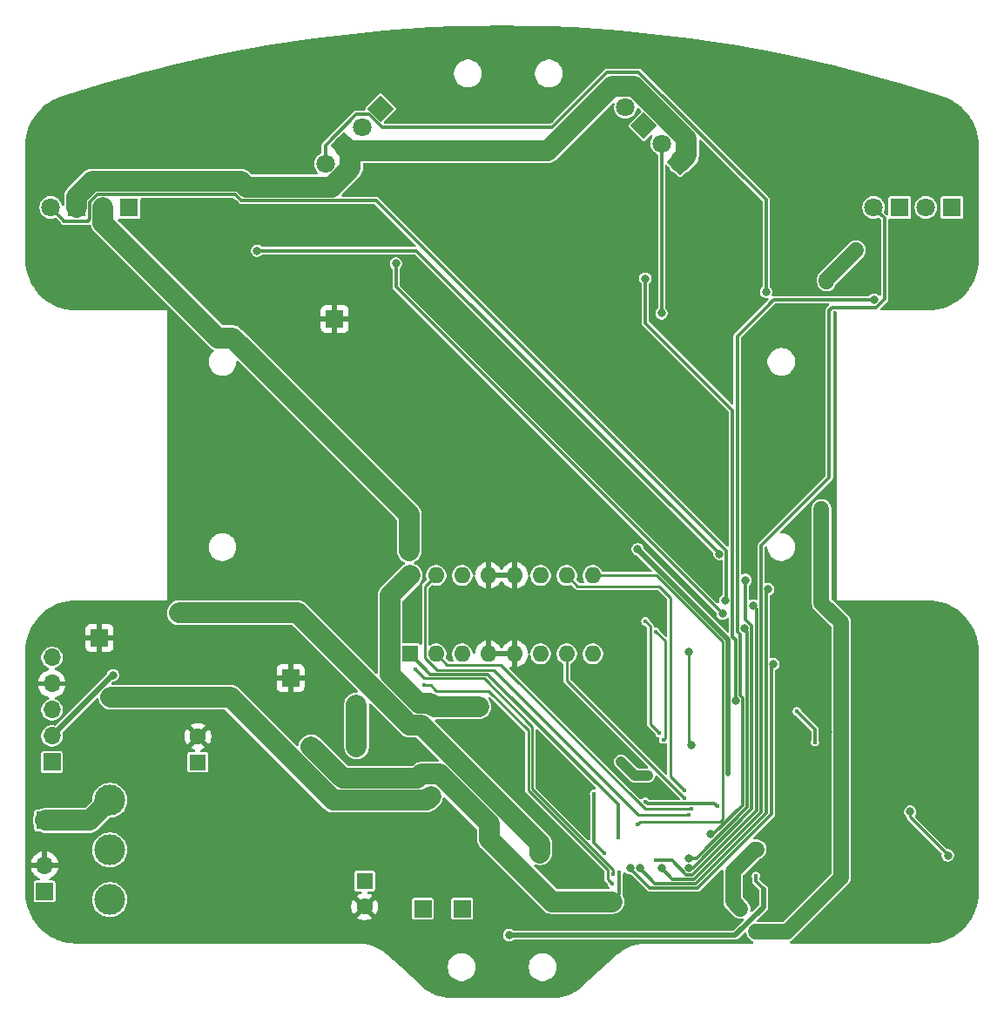
<source format=gbl>
G04 #@! TF.GenerationSoftware,KiCad,Pcbnew,9.0.2-2.fc42*
G04 #@! TF.CreationDate,2025-07-20T15:46:27-07:00*
G04 #@! TF.ProjectId,rezq_rev3,72657a71-5f72-4657-9633-2e6b69636164,rev?*
G04 #@! TF.SameCoordinates,Original*
G04 #@! TF.FileFunction,Copper,L2,Bot*
G04 #@! TF.FilePolarity,Positive*
%FSLAX46Y46*%
G04 Gerber Fmt 4.6, Leading zero omitted, Abs format (unit mm)*
G04 Created by KiCad (PCBNEW 9.0.2-2.fc42) date 2025-07-20 15:46:27*
%MOMM*%
%LPD*%
G01*
G04 APERTURE LIST*
G04 Aperture macros list*
%AMRotRect*
0 Rectangle, with rotation*
0 The origin of the aperture is its center*
0 $1 length*
0 $2 width*
0 $3 Rotation angle, in degrees counterclockwise*
0 Add horizontal line*
21,1,$1,$2,0,0,$3*%
G04 Aperture macros list end*
G04 #@! TA.AperFunction,ComponentPad*
%ADD10R,1.700000X1.700000*%
G04 #@! TD*
G04 #@! TA.AperFunction,ComponentPad*
%ADD11C,3.000000*%
G04 #@! TD*
G04 #@! TA.AperFunction,ComponentPad*
%ADD12O,1.700000X1.700000*%
G04 #@! TD*
G04 #@! TA.AperFunction,ComponentPad*
%ADD13RotRect,1.800000X1.800000X135.000000*%
G04 #@! TD*
G04 #@! TA.AperFunction,ComponentPad*
%ADD14C,1.800000*%
G04 #@! TD*
G04 #@! TA.AperFunction,ComponentPad*
%ADD15RotRect,1.800000X1.800000X225.000000*%
G04 #@! TD*
G04 #@! TA.AperFunction,ComponentPad*
%ADD16R,1.800000X1.800000*%
G04 #@! TD*
G04 #@! TA.AperFunction,ComponentPad*
%ADD17R,1.600000X1.600000*%
G04 #@! TD*
G04 #@! TA.AperFunction,ComponentPad*
%ADD18C,1.600000*%
G04 #@! TD*
G04 #@! TA.AperFunction,ComponentPad*
%ADD19O,1.600000X1.600000*%
G04 #@! TD*
G04 #@! TA.AperFunction,ViaPad*
%ADD20C,0.800000*%
G04 #@! TD*
G04 #@! TA.AperFunction,ViaPad*
%ADD21C,0.420000*%
G04 #@! TD*
G04 #@! TA.AperFunction,ViaPad*
%ADD22C,1.600000*%
G04 #@! TD*
G04 #@! TA.AperFunction,Conductor*
%ADD23C,2.000000*%
G04 #@! TD*
G04 #@! TA.AperFunction,Conductor*
%ADD24C,1.500000*%
G04 #@! TD*
G04 #@! TA.AperFunction,Conductor*
%ADD25C,1.000000*%
G04 #@! TD*
G04 #@! TA.AperFunction,Conductor*
%ADD26C,0.500000*%
G04 #@! TD*
G04 #@! TA.AperFunction,Conductor*
%ADD27C,0.300000*%
G04 #@! TD*
G04 #@! TA.AperFunction,Conductor*
%ADD28C,0.250000*%
G04 #@! TD*
G04 APERTURE END LIST*
D10*
X195700000Y-186420000D03*
D11*
X161438000Y-185554000D03*
X161438000Y-180728000D03*
X161438000Y-175902000D03*
D10*
X155088000Y-184750000D03*
D12*
X155088000Y-182210000D03*
D13*
X213360000Y-110363000D03*
D14*
X211563949Y-108566949D03*
D15*
X184183000Y-112290000D03*
D14*
X182386949Y-114086051D03*
D10*
X155140000Y-177850000D03*
X191860000Y-186420000D03*
D16*
X158233600Y-118307200D03*
D14*
X155693600Y-118307200D03*
D10*
X179000000Y-164000000D03*
D17*
X186203000Y-183736621D03*
D18*
X186203000Y-186236621D03*
D17*
X190627000Y-161671000D03*
D19*
X193167000Y-161671000D03*
X195707000Y-161671000D03*
X198247000Y-161671000D03*
X200787000Y-161671000D03*
X203327000Y-161671000D03*
X205867000Y-161671000D03*
X208407000Y-161671000D03*
X208407000Y-154051000D03*
X205867000Y-154051000D03*
X203327000Y-154051000D03*
X200787000Y-154051000D03*
X198247000Y-154051000D03*
X195707000Y-154051000D03*
X193167000Y-154051000D03*
X190627000Y-154051000D03*
D17*
X169998000Y-172194000D03*
D18*
X169998000Y-169694000D03*
D16*
X243323600Y-118307200D03*
D14*
X240783600Y-118307200D03*
D15*
X187775102Y-108697897D03*
D14*
X185979051Y-110493948D03*
D10*
X155803600Y-172186600D03*
D12*
X155803600Y-169646600D03*
X155803600Y-167106600D03*
X155803600Y-164566600D03*
X155803600Y-162026600D03*
D10*
X183300000Y-129130000D03*
D16*
X238243600Y-118307200D03*
D14*
X235703600Y-118307200D03*
D13*
X216875888Y-113878889D03*
D14*
X215079837Y-112082838D03*
D16*
X163313600Y-118307200D03*
D14*
X160773600Y-118307200D03*
D10*
X160430000Y-160120000D03*
D20*
X178630000Y-107010000D03*
X230500000Y-111000000D03*
X164360000Y-109590000D03*
X196000000Y-109750000D03*
X202717400Y-131495800D03*
X223774000Y-184912000D03*
X189382400Y-181660800D03*
X182372000Y-143256000D03*
X194056000Y-168402000D03*
X173750000Y-109250000D03*
X184170000Y-133330000D03*
X200250000Y-186944000D03*
X220750000Y-106470000D03*
X200660000Y-169164000D03*
X236750000Y-181000000D03*
X218008200Y-138226800D03*
X191050000Y-125140000D03*
X209600800Y-137896600D03*
X226250000Y-108250000D03*
X209600800Y-134645400D03*
X190703200Y-182829200D03*
X166497000Y-174117000D03*
X231250000Y-169250000D03*
X204250000Y-109750000D03*
X216250000Y-142500000D03*
X170000000Y-109250000D03*
X204216000Y-172466000D03*
X193000000Y-142250000D03*
X191262000Y-179324000D03*
X200183000Y-106161625D03*
X188163200Y-143408400D03*
X163753800Y-182473600D03*
X157530800Y-174980600D03*
X170688000Y-161544000D03*
X206298800Y-131419600D03*
X234610000Y-108440000D03*
X226568000Y-185928000D03*
X180710000Y-133380000D03*
X173609000Y-117983000D03*
X228250000Y-159500000D03*
X209000000Y-142500000D03*
X228250000Y-162500000D03*
X175971200Y-177165000D03*
X194640200Y-178130200D03*
X182570000Y-126570000D03*
X225729800Y-143256000D03*
X154240000Y-110410000D03*
X245010000Y-114690000D03*
X198069200Y-169367200D03*
X202750000Y-142500000D03*
X223240600Y-128041400D03*
X192630000Y-125140000D03*
X236750000Y-176500000D03*
X178409600Y-127152400D03*
X199898000Y-173736000D03*
X209550000Y-131419600D03*
X206298800Y-134645400D03*
X217932000Y-128930400D03*
X228346000Y-143205200D03*
X188330000Y-133460000D03*
X228250000Y-165750000D03*
X179247800Y-142214600D03*
X174244000Y-170688000D03*
X225000000Y-114750000D03*
X200250000Y-184750000D03*
X197317075Y-166817075D03*
X190538500Y-151638000D03*
X185420000Y-170694000D03*
X185420000Y-166370000D03*
X222039157Y-182789157D03*
X211153750Y-172153750D03*
X222758000Y-186436000D03*
X224336432Y-180663568D03*
X213750000Y-173500000D03*
X168175000Y-157675000D03*
X203250000Y-181000000D03*
X224282000Y-188682200D03*
X234000000Y-122437500D03*
X230632000Y-147574000D03*
X231140000Y-125476000D03*
D21*
X224250000Y-183250000D03*
D20*
X200250000Y-189000000D03*
D21*
X220500000Y-176500000D03*
X213500000Y-176000000D03*
X225000000Y-184500000D03*
D22*
X161450000Y-165975000D03*
X192786000Y-175500000D03*
D20*
X217750000Y-161500000D03*
X217970000Y-170500000D03*
X161750000Y-163750000D03*
D21*
X221555500Y-173305500D03*
D20*
X212750000Y-151500000D03*
D21*
X214875000Y-169375000D03*
X213500000Y-158500000D03*
X214500000Y-159500000D03*
X215250000Y-170000000D03*
X191135000Y-163195000D03*
X210393701Y-183106299D03*
X210250000Y-184000000D03*
X192024000Y-164715000D03*
D20*
X215070000Y-182500000D03*
X224000000Y-157000000D03*
X215079837Y-128579837D03*
D21*
X214535000Y-181739292D03*
D20*
X212034997Y-182500000D03*
X225930000Y-162653258D03*
X221250000Y-156500000D03*
X212965000Y-182500000D03*
X225430000Y-155375000D03*
X225250000Y-126500000D03*
X219820000Y-179195894D03*
X235750000Y-127250000D03*
X223110000Y-159179167D03*
X217726876Y-181523124D03*
X189250000Y-123750000D03*
X221000000Y-157750000D03*
X213500000Y-125220000D03*
X222285000Y-166250000D03*
X175750000Y-122500000D03*
X223247315Y-154500000D03*
X220715771Y-151968456D03*
X217756447Y-182452657D03*
D21*
X230000000Y-170250000D03*
X228250000Y-167250000D03*
X210963943Y-182889672D03*
D22*
X181000000Y-170694000D03*
D20*
X239250000Y-177000000D03*
X242915002Y-181250000D03*
D21*
X217750000Y-177315687D03*
X218000000Y-176750000D03*
X212750000Y-178250000D03*
X210837500Y-179500000D03*
X217302973Y-174947027D03*
X217306742Y-175693258D03*
X208500000Y-175250000D03*
X209500000Y-181000000D03*
D23*
X188697000Y-155981000D02*
X190627000Y-154051000D01*
X160773600Y-119827200D02*
X171903400Y-130957000D01*
X197317075Y-166817075D02*
X192978899Y-166817075D01*
X192595824Y-166434000D02*
X191446274Y-166434000D01*
X160773600Y-118307200D02*
X160773600Y-119827200D01*
X171903400Y-130957000D02*
X173357771Y-130957000D01*
X192978899Y-166817075D02*
X192595824Y-166434000D01*
X190538500Y-148137729D02*
X190538500Y-151638000D01*
X191446274Y-166434000D02*
X188697000Y-163684726D01*
X188697000Y-163684726D02*
X188697000Y-155981000D01*
X190538500Y-151341553D02*
X190538500Y-151638000D01*
X173357771Y-130957000D02*
X190538500Y-148137729D01*
X185420000Y-170694000D02*
X185420000Y-166624000D01*
D24*
X224164746Y-180663568D02*
X222039157Y-182789157D01*
X222039157Y-185717157D02*
X222039157Y-182789157D01*
D25*
X211153750Y-172153750D02*
X212500000Y-173500000D01*
D24*
X224336432Y-180663568D02*
X224164746Y-180663568D01*
X222758000Y-186436000D02*
X222039157Y-185717157D01*
D25*
X212500000Y-173500000D02*
X213750000Y-173500000D01*
D23*
X191713549Y-168564000D02*
X203250000Y-180100451D01*
X168175000Y-157675000D02*
X179675000Y-157675000D01*
X203250000Y-180100451D02*
X203250000Y-181000000D01*
X179675000Y-157675000D02*
X190564000Y-168564000D01*
X190564000Y-168564000D02*
X191713549Y-168564000D01*
X216875888Y-113878889D02*
X217512284Y-113242493D01*
X184669000Y-112776000D02*
X184183000Y-112290000D01*
D24*
X227257606Y-188682200D02*
X232530000Y-183409806D01*
X231140000Y-125297500D02*
X234000000Y-122437500D01*
D23*
X174167200Y-115747200D02*
X159712206Y-115747200D01*
X217512284Y-113242493D02*
X217512284Y-111644430D01*
D24*
X232530000Y-158616000D02*
X230632000Y-156718000D01*
D23*
X212404803Y-106536949D02*
X210234911Y-106536949D01*
X210234911Y-106536949D02*
X203995860Y-112776000D01*
X184819396Y-112926396D02*
X184819396Y-114524458D01*
X174742000Y-116322000D02*
X174167200Y-115747200D01*
X217512284Y-111644430D02*
X212404803Y-106536949D01*
X184183000Y-112290000D02*
X184819396Y-112926396D01*
D24*
X230632000Y-156718000D02*
X230632000Y-147574000D01*
D23*
X159712206Y-115747200D02*
X158213600Y-117245806D01*
X203995860Y-112776000D02*
X184669000Y-112776000D01*
D24*
X232530000Y-183409806D02*
X232530000Y-158616000D01*
D23*
X184819396Y-114524458D02*
X183021854Y-116322000D01*
D24*
X224282000Y-188682200D02*
X227257606Y-188682200D01*
X231140000Y-125476000D02*
X231140000Y-125297500D01*
D23*
X183021854Y-116322000D02*
X174742000Y-116322000D01*
X158213600Y-117245806D02*
X158213600Y-118306194D01*
D26*
X200250000Y-189000000D02*
X222250000Y-189000000D01*
X225000000Y-186250000D02*
X225000000Y-184500000D01*
D27*
X220200000Y-176200000D02*
X220500000Y-176500000D01*
X224250000Y-183250000D02*
X224250000Y-183750000D01*
X217577818Y-176200000D02*
X220200000Y-176200000D01*
X213500000Y-176000000D02*
X213743258Y-176243258D01*
X213743258Y-176243258D02*
X217534560Y-176243258D01*
D26*
X222250000Y-189000000D02*
X225000000Y-186250000D01*
D27*
X224250000Y-183750000D02*
X225000000Y-184500000D01*
X217534560Y-176243258D02*
X217577818Y-176200000D01*
D23*
X183163306Y-175895000D02*
X173158306Y-165890000D01*
X192230000Y-175895000D02*
X183163306Y-175895000D01*
X173158306Y-165890000D02*
X161535000Y-165890000D01*
X192625000Y-175500000D02*
X192230000Y-175895000D01*
D28*
X217750000Y-170250000D02*
X217970000Y-170470000D01*
X217750000Y-161500000D02*
X217750000Y-170250000D01*
X217970000Y-170470000D02*
X217970000Y-170500000D01*
D26*
X221555500Y-173305500D02*
X221505000Y-173255000D01*
X221505000Y-160255000D02*
X212750000Y-151500000D01*
X161700200Y-163750000D02*
X155803600Y-169646600D01*
X221505000Y-173255000D02*
X221505000Y-160255000D01*
X161750000Y-163750000D02*
X161700200Y-163750000D01*
D28*
X214875000Y-169375000D02*
X213975000Y-168475000D01*
X213975000Y-158975000D02*
X213500000Y-158500000D01*
X213975000Y-168475000D02*
X213975000Y-158975000D01*
X215250000Y-170000000D02*
X215400000Y-169850000D01*
X215400000Y-169850000D02*
X215400000Y-160400000D01*
X215400000Y-160400000D02*
X214500000Y-159500000D01*
X192000000Y-164060000D02*
X197810000Y-164060000D01*
X202500000Y-174750000D02*
X210393701Y-182643701D01*
X197810000Y-164060000D02*
X202500000Y-168750000D01*
X202500000Y-168750000D02*
X202500000Y-174750000D01*
X210393701Y-182643701D02*
X210393701Y-183106299D01*
X191135000Y-163195000D02*
X192000000Y-164060000D01*
X193190000Y-165250000D02*
X198250000Y-165250000D01*
X198250000Y-165250000D02*
X202120000Y-169120000D01*
X193040000Y-165100000D02*
X192655000Y-164715000D01*
X209868701Y-183618701D02*
X210250000Y-184000000D01*
X202120000Y-174907402D02*
X209868701Y-182656103D01*
X193040000Y-165100000D02*
X193190000Y-165250000D01*
X209868701Y-182656103D02*
X209868701Y-183618701D01*
X192655000Y-164715000D02*
X192024000Y-164715000D01*
X202120000Y-169120000D02*
X202120000Y-174907402D01*
D27*
X236750000Y-127211666D02*
X236750000Y-119353600D01*
X224750000Y-177051896D02*
X224750000Y-166500000D01*
X224750000Y-166500000D02*
X224750000Y-151164011D01*
X231394000Y-144520011D02*
X231394000Y-128270000D01*
X216132657Y-183562657D02*
X218239239Y-183562657D01*
X231664000Y-128000000D02*
X235961666Y-128000000D01*
X218239239Y-183562657D02*
X224750000Y-177051896D01*
X215070000Y-182500000D02*
X216132657Y-183562657D01*
X236750000Y-119353600D02*
X235703600Y-118307200D01*
X224750000Y-151164011D02*
X231394000Y-144520011D01*
X235961666Y-128000000D02*
X236750000Y-127211666D01*
X231394000Y-128270000D02*
X231664000Y-128000000D01*
X215250000Y-128750000D02*
X215079837Y-128579837D01*
X224000000Y-157000000D02*
X224290000Y-157290000D01*
X217474781Y-183132657D02*
X216081416Y-181739292D01*
X224290000Y-157290000D02*
X224290000Y-176903784D01*
X215079837Y-112082838D02*
X215079837Y-128579837D01*
X216081416Y-181739292D02*
X214535000Y-181739292D01*
X224290000Y-176903784D02*
X218061127Y-183132657D01*
X218061127Y-183132657D02*
X217474781Y-183132657D01*
X218595463Y-184422657D02*
X225750000Y-177268120D01*
X159493600Y-117776000D02*
X159493600Y-119407200D01*
X221395771Y-156354229D02*
X221395771Y-151686791D01*
X173614866Y-117027200D02*
X160242400Y-117027200D01*
X160242400Y-117027200D02*
X159493600Y-117776000D01*
X225750000Y-177268120D02*
X225750000Y-162833258D01*
X221395771Y-151686791D02*
X187310980Y-117602000D01*
X159493600Y-119407200D02*
X159266800Y-119634000D01*
X221250000Y-156500000D02*
X221395771Y-156354229D01*
X212034997Y-182500000D02*
X212034997Y-182531663D01*
X225750000Y-162833258D02*
X225930000Y-162653258D01*
X156972000Y-119585600D02*
X155693600Y-118307200D01*
X174189666Y-117602000D02*
X173614866Y-117027200D01*
X159266800Y-119634000D02*
X156972000Y-119634000D01*
X187310980Y-117602000D02*
X174189666Y-117602000D01*
X213925991Y-184422657D02*
X218595463Y-184422657D01*
X212034997Y-182531663D02*
X213925991Y-184422657D01*
X156972000Y-119634000D02*
X156972000Y-119585600D01*
X204471666Y-110490000D02*
X204930000Y-110031666D01*
X225430000Y-155375000D02*
X225250000Y-155555000D01*
X182386949Y-114086051D02*
X182386949Y-112253051D01*
X185420000Y-109220000D02*
X186628433Y-109220000D01*
X212852000Y-105156000D02*
X225250000Y-117554000D01*
X204978000Y-109982000D02*
X204978000Y-109983666D01*
X225250000Y-155555000D02*
X225250000Y-177160008D01*
X187898433Y-110490000D02*
X204471666Y-110490000D01*
X214457657Y-183992657D02*
X212965000Y-182500000D01*
X204930000Y-110031666D02*
X204930000Y-110030000D01*
X182386949Y-112253051D02*
X185420000Y-109220000D01*
X225250000Y-117554000D02*
X225250000Y-126500000D01*
X204930000Y-110030000D02*
X204978000Y-109982000D01*
X204978000Y-109982000D02*
X209804000Y-105156000D01*
X186628433Y-109220000D02*
X187898433Y-110490000D01*
X218417351Y-183992657D02*
X214457657Y-183992657D01*
X209804000Y-105156000D02*
X212852000Y-105156000D01*
X225250000Y-177160008D02*
X218417351Y-183992657D01*
X222715000Y-159785000D02*
X222430000Y-159500000D01*
X225888600Y-127361400D02*
X225500000Y-127750000D01*
X235750000Y-127250000D02*
X226000000Y-127250000D01*
X222965000Y-176357756D02*
X222965000Y-165968334D01*
X222965000Y-165968334D02*
X222715000Y-165718334D01*
X226000000Y-127250000D02*
X225500000Y-127750000D01*
X222430000Y-130820000D02*
X225500000Y-127750000D01*
X222715000Y-165718334D02*
X222715000Y-159785000D01*
X220126862Y-179195894D02*
X222965000Y-176357756D01*
X219820000Y-179195894D02*
X220126862Y-179195894D01*
X222430000Y-159500000D02*
X222430000Y-130820000D01*
X223430000Y-176547560D02*
X218454436Y-181523124D01*
X218454436Y-181523124D02*
X217726876Y-181523124D01*
X189250000Y-123750000D02*
X189250000Y-126000000D01*
X189250000Y-126000000D02*
X221000000Y-157750000D01*
X223430000Y-159499167D02*
X223430000Y-176547560D01*
X223110000Y-159179167D02*
X223430000Y-159499167D01*
X213500000Y-129535000D02*
X213500000Y-128250000D01*
X222000000Y-138035000D02*
X213500000Y-129535000D01*
X222285000Y-160285466D02*
X222285000Y-166250000D01*
X222000000Y-138035000D02*
X222000000Y-160000466D01*
X213500000Y-125220000D02*
X213500000Y-128250000D01*
X222000000Y-160000466D02*
X222285000Y-160285466D01*
X191250000Y-122500000D02*
X220750000Y-152000000D01*
X218133015Y-182452657D02*
X217756447Y-182452657D01*
X223860000Y-158967501D02*
X223860000Y-176725672D01*
X223860000Y-176725672D02*
X218133015Y-182452657D01*
X223247315Y-154500000D02*
X223247315Y-158354816D01*
X223247315Y-158354816D02*
X223860000Y-158967501D01*
X175750000Y-122500000D02*
X191250000Y-122500000D01*
X230000000Y-169000000D02*
X230000000Y-170250000D01*
X228250000Y-167250000D02*
X230000000Y-169000000D01*
D23*
X184071000Y-173765000D02*
X181000000Y-170694000D01*
D27*
X210963943Y-182889672D02*
X210963943Y-185036057D01*
D23*
X198333947Y-179660200D02*
X198333947Y-178196672D01*
X193507275Y-173370000D02*
X191742726Y-173370000D01*
X210250000Y-185750000D02*
X204423747Y-185750000D01*
X191347726Y-173765000D02*
X184071000Y-173765000D01*
X198333947Y-178196672D02*
X193507275Y-173370000D01*
X191742726Y-173370000D02*
X191347726Y-173765000D01*
D27*
X210963943Y-185036057D02*
X210250000Y-185750000D01*
D23*
X204423747Y-185750000D02*
X198333947Y-179660200D01*
D28*
X242915002Y-181250000D02*
X242915002Y-181165002D01*
X242915002Y-181165002D02*
X239250000Y-177500000D01*
X239250000Y-177500000D02*
X239250000Y-177000000D01*
D23*
X161438000Y-175902000D02*
X159490000Y-177850000D01*
X159490000Y-177850000D02*
X155140000Y-177850000D01*
D28*
X198742463Y-163250000D02*
X193254004Y-163250000D01*
X212808150Y-177315687D02*
X198742463Y-163250000D01*
X217750000Y-177315687D02*
X212808150Y-177315687D01*
X192112000Y-162107996D02*
X192112000Y-155106000D01*
X193254004Y-163250000D02*
X192112000Y-162107996D01*
X192112000Y-155106000D02*
X193167000Y-154051000D01*
X194222000Y-162726000D02*
X193167000Y-161671000D01*
X213500000Y-176750000D02*
X199476000Y-162726000D01*
X218000000Y-176750000D02*
X213500000Y-176750000D01*
X199476000Y-162726000D02*
X194222000Y-162726000D01*
X212750000Y-178250000D02*
X213000000Y-178000000D01*
X221025000Y-176282537D02*
X221000000Y-176257537D01*
X220750000Y-178000000D02*
X221025000Y-177725000D01*
X221000000Y-160500000D02*
X214551000Y-154051000D01*
X213000000Y-178000000D02*
X220750000Y-178000000D01*
X221025000Y-177725000D02*
X221025000Y-176282537D01*
X221000000Y-176257537D02*
X221000000Y-160500000D01*
X214551000Y-154051000D02*
X208407000Y-154051000D01*
D27*
X210837500Y-176309682D02*
X198182818Y-163655000D01*
X192611000Y-163655000D02*
X190627000Y-161671000D01*
X210837500Y-179500000D02*
X210837500Y-176309682D01*
X198182818Y-163655000D02*
X192611000Y-163655000D01*
D28*
X215975000Y-156225000D02*
X214856000Y-155106000D01*
X214856000Y-155106000D02*
X206922000Y-155106000D01*
X217302973Y-174947027D02*
X215975000Y-173619054D01*
X206922000Y-155106000D02*
X205867000Y-154051000D01*
X215975000Y-173619054D02*
X215975000Y-156225000D01*
X205867000Y-164253516D02*
X205867000Y-161671000D01*
X217306742Y-175693258D02*
X205867000Y-164253516D01*
D27*
X208500000Y-175250000D02*
X208500000Y-180000000D01*
X208500000Y-180000000D02*
X209500000Y-181000000D01*
G04 #@! TA.AperFunction,Conductor*
G36*
X201871909Y-100659274D02*
G01*
X201873858Y-100659307D01*
X204171608Y-100717394D01*
X204173696Y-100717464D01*
X206470186Y-100814260D01*
X206472273Y-100814366D01*
X208766702Y-100949834D01*
X208768773Y-100949973D01*
X211060777Y-101124094D01*
X211062719Y-101124259D01*
X213351497Y-101336977D01*
X213353387Y-101337169D01*
X215638253Y-101588420D01*
X215640207Y-101588651D01*
X217920462Y-101878357D01*
X217922467Y-101878629D01*
X220072363Y-102188665D01*
X220197399Y-102206697D01*
X220199467Y-102207012D01*
X222468707Y-102573389D01*
X222470605Y-102573712D01*
X224733340Y-102978269D01*
X224735217Y-102978621D01*
X226990771Y-103421236D01*
X226992783Y-103421648D01*
X229240594Y-103902213D01*
X229242455Y-103902627D01*
X231481952Y-104421019D01*
X231483810Y-104421466D01*
X233714104Y-104977481D01*
X233716022Y-104977976D01*
X235936691Y-105571505D01*
X235938647Y-105572045D01*
X236502360Y-105732936D01*
X238148857Y-106202866D01*
X238150861Y-106203456D01*
X240350155Y-106871434D01*
X240352149Y-106872058D01*
X242537901Y-107576360D01*
X242543746Y-107578406D01*
X242919919Y-107720786D01*
X242929406Y-107724837D01*
X243290549Y-107897160D01*
X243299660Y-107901983D01*
X243645197Y-108103783D01*
X243653885Y-108109356D01*
X243938697Y-108309250D01*
X243981402Y-108339222D01*
X243989606Y-108345506D01*
X244168009Y-108494358D01*
X244296842Y-108601850D01*
X244304495Y-108608797D01*
X244589302Y-108889823D01*
X244596351Y-108897383D01*
X244856774Y-109201163D01*
X244863168Y-109209283D01*
X245097392Y-109533702D01*
X245103087Y-109542327D01*
X245309468Y-109885106D01*
X245314426Y-109894175D01*
X245491552Y-110252968D01*
X245495737Y-110262418D01*
X245585692Y-110490816D01*
X245642362Y-110634700D01*
X245645746Y-110644467D01*
X245760863Y-111027687D01*
X245763421Y-111037701D01*
X245846221Y-111429167D01*
X245847936Y-111439359D01*
X245897847Y-111836351D01*
X245898708Y-111846651D01*
X245915492Y-112249010D01*
X245915600Y-112254178D01*
X245915600Y-123384493D01*
X245915482Y-123389902D01*
X245897097Y-123810991D01*
X245896154Y-123821767D01*
X245841493Y-124236957D01*
X245839615Y-124247610D01*
X245748974Y-124656467D01*
X245746174Y-124666917D01*
X245620243Y-125066317D01*
X245616543Y-125076482D01*
X245456283Y-125463385D01*
X245451711Y-125473189D01*
X245258344Y-125844642D01*
X245252936Y-125854010D01*
X245027920Y-126207214D01*
X245021715Y-126216075D01*
X244766779Y-126548315D01*
X244759825Y-126556602D01*
X244476904Y-126865355D01*
X244469255Y-126873004D01*
X244160502Y-127155925D01*
X244152215Y-127162879D01*
X243819975Y-127417815D01*
X243811114Y-127424020D01*
X243457910Y-127649036D01*
X243448542Y-127654444D01*
X243077089Y-127847811D01*
X243067285Y-127852383D01*
X242680382Y-128012643D01*
X242670217Y-128016343D01*
X242270817Y-128142274D01*
X242260367Y-128145074D01*
X241851510Y-128235715D01*
X241840857Y-128237593D01*
X241425667Y-128292254D01*
X241414891Y-128293197D01*
X240993803Y-128311582D01*
X240988394Y-128311700D01*
X236445010Y-128311700D01*
X236377971Y-128292015D01*
X236332216Y-128239211D01*
X236322272Y-128170053D01*
X236351297Y-128106497D01*
X236357329Y-128100019D01*
X236677348Y-127780000D01*
X237030470Y-127426878D01*
X237076614Y-127346954D01*
X237090228Y-127296144D01*
X237100500Y-127257810D01*
X237100500Y-119513355D01*
X237120185Y-119446316D01*
X237172989Y-119400561D01*
X237242147Y-119390617D01*
X237253386Y-119393701D01*
X237253390Y-119393685D01*
X237323847Y-119407699D01*
X237323850Y-119407700D01*
X237323852Y-119407700D01*
X239163350Y-119407700D01*
X239163351Y-119407699D01*
X239178168Y-119404752D01*
X239221829Y-119396068D01*
X239221829Y-119396067D01*
X239221831Y-119396067D01*
X239288152Y-119351752D01*
X239332467Y-119285431D01*
X239332467Y-119285429D01*
X239332468Y-119285429D01*
X239344099Y-119226952D01*
X239344100Y-119226950D01*
X239344100Y-118220589D01*
X239683100Y-118220589D01*
X239683100Y-118393811D01*
X239710198Y-118564901D01*
X239763727Y-118729645D01*
X239842368Y-118883988D01*
X239944186Y-119024128D01*
X240066672Y-119146614D01*
X240206812Y-119248432D01*
X240361155Y-119327073D01*
X240525899Y-119380602D01*
X240696989Y-119407700D01*
X240696990Y-119407700D01*
X240870210Y-119407700D01*
X240870211Y-119407700D01*
X241041301Y-119380602D01*
X241206045Y-119327073D01*
X241360388Y-119248432D01*
X241500528Y-119146614D01*
X241623014Y-119024128D01*
X241724832Y-118883988D01*
X241803473Y-118729645D01*
X241857002Y-118564901D01*
X241884100Y-118393811D01*
X241884100Y-118220589D01*
X241857002Y-118049499D01*
X241803473Y-117884755D01*
X241724832Y-117730412D01*
X241623014Y-117590272D01*
X241500528Y-117467786D01*
X241389951Y-117387447D01*
X242223100Y-117387447D01*
X242223100Y-119226952D01*
X242234731Y-119285429D01*
X242234732Y-119285430D01*
X242279047Y-119351752D01*
X242345369Y-119396067D01*
X242345370Y-119396068D01*
X242403847Y-119407699D01*
X242403850Y-119407700D01*
X242403852Y-119407700D01*
X244243350Y-119407700D01*
X244243351Y-119407699D01*
X244258168Y-119404752D01*
X244301829Y-119396068D01*
X244301829Y-119396067D01*
X244301831Y-119396067D01*
X244368152Y-119351752D01*
X244412467Y-119285431D01*
X244412467Y-119285429D01*
X244412468Y-119285429D01*
X244424099Y-119226952D01*
X244424100Y-119226950D01*
X244424100Y-117387449D01*
X244424099Y-117387447D01*
X244412468Y-117328970D01*
X244412467Y-117328969D01*
X244368152Y-117262647D01*
X244301830Y-117218332D01*
X244301829Y-117218331D01*
X244243352Y-117206700D01*
X244243348Y-117206700D01*
X242403852Y-117206700D01*
X242403847Y-117206700D01*
X242345370Y-117218331D01*
X242345369Y-117218332D01*
X242279047Y-117262647D01*
X242234732Y-117328969D01*
X242234731Y-117328970D01*
X242223100Y-117387447D01*
X241389951Y-117387447D01*
X241360388Y-117365968D01*
X241206045Y-117287327D01*
X241041301Y-117233798D01*
X241041299Y-117233797D01*
X241041298Y-117233797D01*
X240909871Y-117212981D01*
X240870211Y-117206700D01*
X240696989Y-117206700D01*
X240657328Y-117212981D01*
X240525902Y-117233797D01*
X240361152Y-117287328D01*
X240206811Y-117365968D01*
X240170939Y-117392031D01*
X240066672Y-117467786D01*
X240066670Y-117467788D01*
X240066669Y-117467788D01*
X239944188Y-117590269D01*
X239944188Y-117590270D01*
X239944186Y-117590272D01*
X239900459Y-117650456D01*
X239842368Y-117730411D01*
X239763728Y-117884752D01*
X239710197Y-118049502D01*
X239684346Y-118212719D01*
X239683100Y-118220589D01*
X239344100Y-118220589D01*
X239344100Y-117387449D01*
X239344099Y-117387447D01*
X239332468Y-117328970D01*
X239332467Y-117328969D01*
X239288152Y-117262647D01*
X239221830Y-117218332D01*
X239221829Y-117218331D01*
X239163352Y-117206700D01*
X239163348Y-117206700D01*
X237323852Y-117206700D01*
X237323847Y-117206700D01*
X237265370Y-117218331D01*
X237265369Y-117218332D01*
X237199047Y-117262647D01*
X237154732Y-117328969D01*
X237154731Y-117328970D01*
X237143100Y-117387447D01*
X237143100Y-118951656D01*
X237123415Y-119018695D01*
X237070611Y-119064450D01*
X237001453Y-119074394D01*
X236937897Y-119045369D01*
X236931419Y-119039337D01*
X236752252Y-118860170D01*
X236718767Y-118798847D01*
X236722002Y-118734171D01*
X236723473Y-118729645D01*
X236777002Y-118564901D01*
X236804100Y-118393811D01*
X236804100Y-118220589D01*
X236777002Y-118049499D01*
X236723473Y-117884755D01*
X236644832Y-117730412D01*
X236543014Y-117590272D01*
X236420528Y-117467786D01*
X236280388Y-117365968D01*
X236126045Y-117287327D01*
X235961301Y-117233798D01*
X235961299Y-117233797D01*
X235961298Y-117233797D01*
X235829871Y-117212981D01*
X235790211Y-117206700D01*
X235616989Y-117206700D01*
X235577328Y-117212981D01*
X235445902Y-117233797D01*
X235281152Y-117287328D01*
X235126811Y-117365968D01*
X235090939Y-117392031D01*
X234986672Y-117467786D01*
X234986670Y-117467788D01*
X234986669Y-117467788D01*
X234864188Y-117590269D01*
X234864188Y-117590270D01*
X234864186Y-117590272D01*
X234820459Y-117650456D01*
X234762368Y-117730411D01*
X234683728Y-117884752D01*
X234630197Y-118049502D01*
X234604346Y-118212719D01*
X234603100Y-118220589D01*
X234603100Y-118393811D01*
X234630198Y-118564901D01*
X234683727Y-118729645D01*
X234762368Y-118883988D01*
X234864186Y-119024128D01*
X234986672Y-119146614D01*
X235126812Y-119248432D01*
X235281155Y-119327073D01*
X235445899Y-119380602D01*
X235616989Y-119407700D01*
X235616990Y-119407700D01*
X235790210Y-119407700D01*
X235790211Y-119407700D01*
X235961301Y-119380602D01*
X236126045Y-119327073D01*
X236126047Y-119327071D01*
X236130571Y-119325602D01*
X236145783Y-119325167D01*
X236160043Y-119319849D01*
X236179998Y-119324190D01*
X236200412Y-119323607D01*
X236214498Y-119331695D01*
X236228316Y-119334701D01*
X236256570Y-119355852D01*
X236363181Y-119462463D01*
X236396666Y-119523786D01*
X236399500Y-119550144D01*
X236399500Y-126750902D01*
X236379815Y-126817941D01*
X236327011Y-126863696D01*
X236257853Y-126873640D01*
X236194297Y-126844615D01*
X236187819Y-126838583D01*
X236118717Y-126769481D01*
X236118709Y-126769475D01*
X235981790Y-126690426D01*
X235981786Y-126690424D01*
X235981784Y-126690423D01*
X235829057Y-126649500D01*
X235670943Y-126649500D01*
X235518216Y-126690423D01*
X235518209Y-126690426D01*
X235381290Y-126769475D01*
X235381282Y-126769481D01*
X235287583Y-126863181D01*
X235226260Y-126896666D01*
X235199902Y-126899500D01*
X226046144Y-126899500D01*
X225953856Y-126899500D01*
X225953854Y-126899500D01*
X225945800Y-126900561D01*
X225945540Y-126898591D01*
X225886433Y-126897177D01*
X225828576Y-126858006D01*
X225801081Y-126793774D01*
X225808505Y-126739911D01*
X225807473Y-126739635D01*
X225809577Y-126731783D01*
X225850500Y-126579057D01*
X225850500Y-126420943D01*
X225809577Y-126268216D01*
X225778976Y-126215213D01*
X225730524Y-126131290D01*
X225730518Y-126131282D01*
X225636819Y-126037583D01*
X225603334Y-125976260D01*
X225600500Y-125949902D01*
X225600500Y-125203884D01*
X230189500Y-125203884D01*
X230189500Y-125206737D01*
X230189500Y-125569620D01*
X230226025Y-125753243D01*
X230226027Y-125753251D01*
X230297676Y-125926228D01*
X230297681Y-125926237D01*
X230401697Y-126081907D01*
X230401700Y-126081911D01*
X230534088Y-126214299D01*
X230534092Y-126214302D01*
X230689762Y-126318318D01*
X230689768Y-126318321D01*
X230689769Y-126318322D01*
X230862749Y-126389973D01*
X231018447Y-126420943D01*
X231046379Y-126426499D01*
X231046383Y-126426500D01*
X231046384Y-126426500D01*
X231233617Y-126426500D01*
X231233618Y-126426499D01*
X231417251Y-126389973D01*
X231590231Y-126318322D01*
X231745908Y-126214302D01*
X231878302Y-126081908D01*
X231982322Y-125926231D01*
X232053973Y-125753251D01*
X232053975Y-125753237D01*
X232055741Y-125747421D01*
X232058270Y-125748188D01*
X232085303Y-125696435D01*
X232086852Y-125694856D01*
X234738302Y-123043408D01*
X234842323Y-122887730D01*
X234913973Y-122714750D01*
X234950500Y-122531117D01*
X234950500Y-122343883D01*
X234950500Y-122343880D01*
X234950499Y-122343878D01*
X234913975Y-122160257D01*
X234913972Y-122160248D01*
X234909389Y-122149184D01*
X234842323Y-121987269D01*
X234842321Y-121987267D01*
X234842321Y-121987265D01*
X234738302Y-121831591D01*
X234738299Y-121831587D01*
X234605912Y-121699200D01*
X234605908Y-121699197D01*
X234450234Y-121595178D01*
X234450231Y-121595177D01*
X234277251Y-121523527D01*
X234277242Y-121523524D01*
X234093620Y-121487000D01*
X234093617Y-121487000D01*
X233906383Y-121487000D01*
X233906380Y-121487000D01*
X233722757Y-121523524D01*
X233722748Y-121523527D01*
X233549776Y-121595173D01*
X233549763Y-121595180D01*
X233394092Y-121699197D01*
X233394088Y-121699200D01*
X230401700Y-124691588D01*
X230401697Y-124691592D01*
X230297680Y-124847263D01*
X230297673Y-124847275D01*
X230269033Y-124916421D01*
X230269033Y-124916424D01*
X230232431Y-125004789D01*
X230232430Y-125004791D01*
X230226029Y-125020242D01*
X230226025Y-125020255D01*
X230191030Y-125196188D01*
X230191026Y-125196212D01*
X230190395Y-125199387D01*
X230189500Y-125203884D01*
X225600500Y-125203884D01*
X225600500Y-117507858D01*
X225600500Y-117507856D01*
X225576614Y-117418712D01*
X225573904Y-117414019D01*
X225558567Y-117387453D01*
X225558565Y-117387451D01*
X225558563Y-117387447D01*
X225530470Y-117338788D01*
X213067212Y-104875530D01*
X213067211Y-104875529D01*
X213067208Y-104875527D01*
X212987290Y-104829387D01*
X212987289Y-104829386D01*
X212987288Y-104829386D01*
X212898144Y-104805500D01*
X209757856Y-104805500D01*
X209668712Y-104829386D01*
X209668709Y-104829387D01*
X209588791Y-104875527D01*
X209588786Y-104875531D01*
X204649526Y-109814791D01*
X204648972Y-109815514D01*
X204638290Y-109827692D01*
X204362801Y-110103182D01*
X204301481Y-110136666D01*
X204275122Y-110139500D01*
X188189203Y-110139500D01*
X188122164Y-110119815D01*
X188076409Y-110067011D01*
X188066465Y-109997853D01*
X188095490Y-109934297D01*
X188101522Y-109927819D01*
X189203628Y-108825713D01*
X189203633Y-108825708D01*
X189236761Y-108776128D01*
X189252322Y-108697897D01*
X189252322Y-108697895D01*
X189252322Y-108697894D01*
X189236761Y-108619666D01*
X189236761Y-108619665D01*
X189220139Y-108594790D01*
X189203633Y-108570086D01*
X189203631Y-108570084D01*
X189203628Y-108570080D01*
X187902918Y-107269370D01*
X187902914Y-107269367D01*
X187853332Y-107236237D01*
X187775104Y-107220677D01*
X187775100Y-107220677D01*
X187696871Y-107236237D01*
X187696870Y-107236237D01*
X187647289Y-107269367D01*
X187647285Y-107269370D01*
X186346575Y-108570080D01*
X186346572Y-108570084D01*
X186313442Y-108619665D01*
X186313442Y-108619666D01*
X186297882Y-108697894D01*
X186297882Y-108697895D01*
X186297882Y-108697897D01*
X186301593Y-108716557D01*
X186302539Y-108721310D01*
X186296310Y-108790902D01*
X186253446Y-108846079D01*
X186187556Y-108869322D01*
X186180921Y-108869500D01*
X185373856Y-108869500D01*
X185284712Y-108893386D01*
X185284709Y-108893387D01*
X185204791Y-108939527D01*
X185204786Y-108939531D01*
X182106480Y-112037837D01*
X182106476Y-112037842D01*
X182060336Y-112117760D01*
X182060335Y-112117763D01*
X182036449Y-112206907D01*
X182036449Y-112953532D01*
X182016764Y-113020571D01*
X181968744Y-113064017D01*
X181810160Y-113144819D01*
X181730205Y-113202910D01*
X181670021Y-113246637D01*
X181670019Y-113246639D01*
X181670018Y-113246639D01*
X181547537Y-113369120D01*
X181547537Y-113369121D01*
X181547535Y-113369123D01*
X181511982Y-113418057D01*
X181445717Y-113509262D01*
X181367077Y-113663603D01*
X181313546Y-113828353D01*
X181294764Y-113946940D01*
X181286449Y-113999440D01*
X181286449Y-114172662D01*
X181291967Y-114207503D01*
X181312908Y-114339721D01*
X181313547Y-114343752D01*
X181367076Y-114508496D01*
X181445717Y-114662839D01*
X181547535Y-114802979D01*
X181547537Y-114802981D01*
X181654375Y-114909819D01*
X181687860Y-114971142D01*
X181682876Y-115040834D01*
X181641004Y-115096767D01*
X181575540Y-115121184D01*
X181566694Y-115121500D01*
X175290626Y-115121500D01*
X175223587Y-115101815D01*
X175202945Y-115085181D01*
X174949276Y-114831512D01*
X174949274Y-114831510D01*
X174796399Y-114720440D01*
X174628036Y-114634654D01*
X174448318Y-114576259D01*
X174261686Y-114546700D01*
X174261681Y-114546700D01*
X159806688Y-114546700D01*
X159617725Y-114546700D01*
X159617720Y-114546700D01*
X159431087Y-114576259D01*
X159251369Y-114634654D01*
X159083006Y-114720440D01*
X158995785Y-114783810D01*
X158930133Y-114831510D01*
X158930131Y-114831512D01*
X158930130Y-114831512D01*
X157297908Y-116463733D01*
X157297906Y-116463735D01*
X157256511Y-116520712D01*
X157250292Y-116529273D01*
X157218566Y-116572940D01*
X157186840Y-116616606D01*
X157101054Y-116784969D01*
X157042659Y-116964687D01*
X157013100Y-117151319D01*
X157013100Y-118027732D01*
X156993415Y-118094771D01*
X156940611Y-118140526D01*
X156871453Y-118150470D01*
X156807897Y-118121445D01*
X156770123Y-118062667D01*
X156768221Y-118054219D01*
X156768140Y-118054239D01*
X156767002Y-118049502D01*
X156767002Y-118049499D01*
X156713473Y-117884755D01*
X156634832Y-117730412D01*
X156533014Y-117590272D01*
X156410528Y-117467786D01*
X156270388Y-117365968D01*
X156116045Y-117287327D01*
X155951301Y-117233798D01*
X155951299Y-117233797D01*
X155951298Y-117233797D01*
X155819871Y-117212981D01*
X155780211Y-117206700D01*
X155606989Y-117206700D01*
X155567328Y-117212981D01*
X155435902Y-117233797D01*
X155271152Y-117287328D01*
X155116811Y-117365968D01*
X155080939Y-117392031D01*
X154976672Y-117467786D01*
X154976670Y-117467788D01*
X154976669Y-117467788D01*
X154854188Y-117590269D01*
X154854188Y-117590270D01*
X154854186Y-117590272D01*
X154810459Y-117650456D01*
X154752368Y-117730411D01*
X154673728Y-117884752D01*
X154620197Y-118049502D01*
X154594346Y-118212719D01*
X154593100Y-118220589D01*
X154593100Y-118393811D01*
X154620198Y-118564901D01*
X154673727Y-118729645D01*
X154752368Y-118883988D01*
X154854186Y-119024128D01*
X154976672Y-119146614D01*
X155116812Y-119248432D01*
X155271155Y-119327073D01*
X155435899Y-119380602D01*
X155606989Y-119407700D01*
X155606990Y-119407700D01*
X155780210Y-119407700D01*
X155780211Y-119407700D01*
X155951301Y-119380602D01*
X156116045Y-119327073D01*
X156116047Y-119327071D01*
X156120571Y-119325602D01*
X156190412Y-119323607D01*
X156246570Y-119355852D01*
X156617607Y-119726889D01*
X156641259Y-119762286D01*
X156641323Y-119762250D01*
X156641882Y-119763219D01*
X156644487Y-119767117D01*
X156645385Y-119769286D01*
X156645386Y-119769288D01*
X156691531Y-119849212D01*
X156756788Y-119914469D01*
X156756791Y-119914470D01*
X156756794Y-119914473D01*
X156836706Y-119960611D01*
X156836707Y-119960611D01*
X156836712Y-119960614D01*
X156925856Y-119984500D01*
X156925858Y-119984500D01*
X159312942Y-119984500D01*
X159312944Y-119984500D01*
X159402088Y-119960614D01*
X159408172Y-119957101D01*
X159476069Y-119940628D01*
X159542097Y-119963479D01*
X159585288Y-120018399D01*
X159592645Y-120045089D01*
X159602660Y-120108319D01*
X159661054Y-120288036D01*
X159746840Y-120456399D01*
X159857910Y-120609274D01*
X171121326Y-131872690D01*
X171274201Y-131983760D01*
X171356780Y-132025835D01*
X171442567Y-132069547D01*
X171458303Y-132074660D01*
X171515978Y-132114098D01*
X171543175Y-132178457D01*
X171531260Y-132247303D01*
X171507665Y-132280271D01*
X171363445Y-132424491D01*
X171239220Y-132595471D01*
X171143270Y-132783781D01*
X171143269Y-132783784D01*
X171077962Y-132984782D01*
X171044900Y-133193527D01*
X171044900Y-133404872D01*
X171077962Y-133613617D01*
X171143269Y-133814615D01*
X171143270Y-133814618D01*
X171239220Y-134002928D01*
X171363446Y-134173910D01*
X171512890Y-134323354D01*
X171683872Y-134447580D01*
X171776232Y-134494639D01*
X171872181Y-134543529D01*
X171872184Y-134543530D01*
X171972683Y-134576183D01*
X172073184Y-134608838D01*
X172281927Y-134641900D01*
X172281928Y-134641900D01*
X172493272Y-134641900D01*
X172493273Y-134641900D01*
X172702016Y-134608838D01*
X172903018Y-134543529D01*
X173091328Y-134447580D01*
X173262310Y-134323354D01*
X173411754Y-134173910D01*
X173535980Y-134002928D01*
X173631929Y-133814618D01*
X173697238Y-133613616D01*
X173730300Y-133404873D01*
X173730300Y-133326655D01*
X173749985Y-133259616D01*
X173802789Y-133213861D01*
X173871947Y-133203917D01*
X173935503Y-133232942D01*
X173941981Y-133238974D01*
X189301681Y-148598674D01*
X189335166Y-148659997D01*
X189338000Y-148686355D01*
X189338000Y-151732486D01*
X189367559Y-151919118D01*
X189425954Y-152098836D01*
X189511740Y-152267199D01*
X189622810Y-152420073D01*
X189756427Y-152553690D01*
X189909301Y-152664760D01*
X190077668Y-152750547D01*
X190077676Y-152750549D01*
X190081385Y-152752086D01*
X190135794Y-152795920D01*
X190157867Y-152862211D01*
X190140597Y-152929913D01*
X190090243Y-152977137D01*
X189997802Y-153024238D01*
X189844923Y-153135312D01*
X187781308Y-155198927D01*
X187781304Y-155198932D01*
X187686910Y-155328856D01*
X187686910Y-155328857D01*
X187670240Y-155351800D01*
X187584454Y-155520163D01*
X187526059Y-155699881D01*
X187496500Y-155886513D01*
X187496500Y-163499374D01*
X187476815Y-163566413D01*
X187424011Y-163612168D01*
X187354853Y-163622112D01*
X187291297Y-163593087D01*
X187284819Y-163587055D01*
X180457076Y-156759312D01*
X180457074Y-156759310D01*
X180304199Y-156648240D01*
X180298916Y-156645548D01*
X180135836Y-156562454D01*
X179956118Y-156504059D01*
X179769486Y-156474500D01*
X179769481Y-156474500D01*
X168080519Y-156474500D01*
X168080514Y-156474500D01*
X167893881Y-156504059D01*
X167714163Y-156562454D01*
X167545800Y-156648240D01*
X167480811Y-156695458D01*
X167392927Y-156759310D01*
X167392925Y-156759312D01*
X167392924Y-156759312D01*
X167259312Y-156892924D01*
X167259312Y-156892925D01*
X167259310Y-156892927D01*
X167238176Y-156922016D01*
X167148240Y-157045800D01*
X167062454Y-157214163D01*
X167004059Y-157393881D01*
X166974500Y-157580513D01*
X166974500Y-157769486D01*
X167004059Y-157956118D01*
X167062454Y-158135836D01*
X167121621Y-158251957D01*
X167148240Y-158304199D01*
X167259310Y-158457073D01*
X167392927Y-158590690D01*
X167545801Y-158701760D01*
X167625347Y-158742290D01*
X167714163Y-158787545D01*
X167714165Y-158787545D01*
X167714168Y-158787547D01*
X167810497Y-158818846D01*
X167893881Y-158845940D01*
X168080514Y-158875500D01*
X168080519Y-158875500D01*
X179126374Y-158875500D01*
X179193413Y-158895185D01*
X179214055Y-158911819D01*
X185514055Y-165211819D01*
X185547540Y-165273142D01*
X185542556Y-165342834D01*
X185500684Y-165398767D01*
X185435220Y-165423184D01*
X185426374Y-165423500D01*
X185325514Y-165423500D01*
X185138881Y-165453059D01*
X184959163Y-165511454D01*
X184790800Y-165597240D01*
X184723503Y-165646135D01*
X184637927Y-165708310D01*
X184637925Y-165708312D01*
X184637924Y-165708312D01*
X184504312Y-165841924D01*
X184504312Y-165841925D01*
X184504310Y-165841927D01*
X184463009Y-165898773D01*
X184393240Y-165994800D01*
X184307454Y-166163163D01*
X184249059Y-166342881D01*
X184219500Y-166529513D01*
X184219500Y-170788486D01*
X184249059Y-170975118D01*
X184307454Y-171154836D01*
X184390006Y-171316852D01*
X184393240Y-171323199D01*
X184504310Y-171476073D01*
X184637927Y-171609690D01*
X184790801Y-171720760D01*
X184870347Y-171761290D01*
X184959163Y-171806545D01*
X184959165Y-171806545D01*
X184959168Y-171806547D01*
X185006549Y-171821942D01*
X185138881Y-171864940D01*
X185325514Y-171894500D01*
X185325519Y-171894500D01*
X185514486Y-171894500D01*
X185701118Y-171864940D01*
X185880832Y-171806547D01*
X186049199Y-171720760D01*
X186202073Y-171609690D01*
X186335690Y-171476073D01*
X186446760Y-171323199D01*
X186532547Y-171154832D01*
X186590940Y-170975118D01*
X186607792Y-170868717D01*
X186620500Y-170788486D01*
X186620500Y-166617626D01*
X186640185Y-166550587D01*
X186692989Y-166504832D01*
X186762147Y-166494888D01*
X186825703Y-166523913D01*
X186832181Y-166529945D01*
X189781926Y-169479690D01*
X189869249Y-169543134D01*
X189934801Y-169590761D01*
X190051337Y-169650138D01*
X190051339Y-169650139D01*
X190103161Y-169676544D01*
X190103164Y-169676544D01*
X190103168Y-169676547D01*
X190227291Y-169716877D01*
X190282881Y-169734940D01*
X190469514Y-169764500D01*
X190469519Y-169764500D01*
X191164923Y-169764500D01*
X191231962Y-169784185D01*
X191252604Y-169800819D01*
X193409604Y-171957819D01*
X193443089Y-172019142D01*
X193438105Y-172088834D01*
X193396233Y-172144767D01*
X193330769Y-172169184D01*
X193321923Y-172169500D01*
X191648240Y-172169500D01*
X191461607Y-172199059D01*
X191281889Y-172257454D01*
X191113526Y-172343240D01*
X190960649Y-172454312D01*
X190886781Y-172528181D01*
X190825458Y-172561666D01*
X190799100Y-172564500D01*
X184619625Y-172564500D01*
X184552586Y-172544815D01*
X184531944Y-172528181D01*
X183158599Y-171154836D01*
X181782074Y-169778310D01*
X181629199Y-169667240D01*
X181460836Y-169581454D01*
X181281118Y-169523059D01*
X181094486Y-169493500D01*
X181094481Y-169493500D01*
X180905519Y-169493500D01*
X180905514Y-169493500D01*
X180718881Y-169523059D01*
X180539163Y-169581454D01*
X180370800Y-169667240D01*
X180217923Y-169778312D01*
X180084312Y-169911923D01*
X179973240Y-170064800D01*
X179887454Y-170233163D01*
X179829059Y-170412881D01*
X179805587Y-170561081D01*
X179775658Y-170624216D01*
X179716346Y-170661147D01*
X179646483Y-170660149D01*
X179595433Y-170629364D01*
X176809904Y-167843835D01*
X173940380Y-164974310D01*
X173787505Y-164863240D01*
X173619142Y-164777454D01*
X173439424Y-164719059D01*
X173252792Y-164689500D01*
X173252787Y-164689500D01*
X161697166Y-164689500D01*
X161675920Y-164683261D01*
X161653832Y-164681682D01*
X161643048Y-164673609D01*
X161630127Y-164669815D01*
X161615627Y-164653081D01*
X161597899Y-164639810D01*
X161593191Y-164627189D01*
X161584372Y-164617011D01*
X161581220Y-164595093D01*
X161573482Y-164574346D01*
X161576344Y-164561185D01*
X161574428Y-164547853D01*
X161583627Y-164527709D01*
X161588334Y-164506073D01*
X161601602Y-164488347D01*
X161603453Y-164484297D01*
X161609485Y-164477819D01*
X161700485Y-164386819D01*
X161761808Y-164353334D01*
X161788166Y-164350500D01*
X161829055Y-164350500D01*
X161829057Y-164350500D01*
X161981784Y-164309577D01*
X162118716Y-164230520D01*
X162230520Y-164118716D01*
X162309577Y-163981784D01*
X162350500Y-163829057D01*
X162350500Y-163670943D01*
X162309577Y-163518216D01*
X162268492Y-163447054D01*
X162230524Y-163381290D01*
X162230518Y-163381282D01*
X162118717Y-163269481D01*
X162118709Y-163269475D01*
X162009181Y-163206239D01*
X162009178Y-163206239D01*
X161981784Y-163190423D01*
X161970733Y-163187462D01*
X161829057Y-163149500D01*
X161670943Y-163149500D01*
X161518216Y-163190423D01*
X161518209Y-163190426D01*
X161381290Y-163269475D01*
X161381282Y-163269481D01*
X161269481Y-163381282D01*
X161269475Y-163381290D01*
X161190426Y-163518209D01*
X161190421Y-163518220D01*
X161160787Y-163628814D01*
X161128694Y-163684400D01*
X156212442Y-168600653D01*
X156151119Y-168634138D01*
X156100570Y-168634589D01*
X155907069Y-168596100D01*
X155907065Y-168596100D01*
X155700135Y-168596100D01*
X155700130Y-168596100D01*
X155497187Y-168636468D01*
X155497179Y-168636470D01*
X155306003Y-168715658D01*
X155133942Y-168830624D01*
X154987624Y-168976942D01*
X154872658Y-169149003D01*
X154793470Y-169340179D01*
X154793468Y-169340187D01*
X154753100Y-169543130D01*
X154753100Y-169750069D01*
X154793468Y-169953012D01*
X154793470Y-169953020D01*
X154850852Y-170091553D01*
X154872659Y-170144198D01*
X154882184Y-170158453D01*
X154987624Y-170316257D01*
X155133942Y-170462575D01*
X155133945Y-170462577D01*
X155306002Y-170577541D01*
X155497180Y-170656730D01*
X155700130Y-170697099D01*
X155700134Y-170697100D01*
X155700135Y-170697100D01*
X155907066Y-170697100D01*
X155907067Y-170697099D01*
X156110020Y-170656730D01*
X156301198Y-170577541D01*
X156473255Y-170462577D01*
X156619577Y-170316255D01*
X156734541Y-170144198D01*
X156813730Y-169953020D01*
X156854100Y-169750065D01*
X156854100Y-169591682D01*
X168698000Y-169591682D01*
X168698000Y-169796317D01*
X168730009Y-169998417D01*
X168793244Y-170193031D01*
X168886141Y-170375350D01*
X168886147Y-170375359D01*
X168918523Y-170419921D01*
X168918524Y-170419922D01*
X169598000Y-169740446D01*
X169598000Y-169746661D01*
X169625259Y-169848394D01*
X169677920Y-169939606D01*
X169752394Y-170014080D01*
X169843606Y-170066741D01*
X169945339Y-170094000D01*
X169951553Y-170094000D01*
X169272076Y-170773474D01*
X169316650Y-170805859D01*
X169498968Y-170898755D01*
X169661510Y-170951569D01*
X169719185Y-170991007D01*
X169746383Y-171055366D01*
X169734468Y-171124212D01*
X169687224Y-171175688D01*
X169623191Y-171193500D01*
X169178247Y-171193500D01*
X169119770Y-171205131D01*
X169119769Y-171205132D01*
X169053447Y-171249447D01*
X169009132Y-171315769D01*
X169009131Y-171315770D01*
X168997500Y-171374247D01*
X168997500Y-173013752D01*
X169009131Y-173072229D01*
X169009132Y-173072230D01*
X169053447Y-173138552D01*
X169119769Y-173182867D01*
X169119770Y-173182868D01*
X169178247Y-173194499D01*
X169178250Y-173194500D01*
X169178252Y-173194500D01*
X170817750Y-173194500D01*
X170817751Y-173194499D01*
X170832568Y-173191552D01*
X170876229Y-173182868D01*
X170876229Y-173182867D01*
X170876231Y-173182867D01*
X170942552Y-173138552D01*
X170986867Y-173072231D01*
X170986867Y-173072229D01*
X170986868Y-173072229D01*
X170998499Y-173013752D01*
X170998500Y-173013750D01*
X170998500Y-171374249D01*
X170998499Y-171374247D01*
X170986868Y-171315770D01*
X170986867Y-171315769D01*
X170942552Y-171249447D01*
X170876230Y-171205132D01*
X170876229Y-171205131D01*
X170817752Y-171193500D01*
X170817748Y-171193500D01*
X170372809Y-171193500D01*
X170305770Y-171173815D01*
X170260015Y-171121011D01*
X170250071Y-171051853D01*
X170279096Y-170988297D01*
X170334490Y-170951569D01*
X170497031Y-170898755D01*
X170679349Y-170805859D01*
X170723921Y-170773474D01*
X170044447Y-170094000D01*
X170050661Y-170094000D01*
X170152394Y-170066741D01*
X170243606Y-170014080D01*
X170318080Y-169939606D01*
X170370741Y-169848394D01*
X170398000Y-169746661D01*
X170398000Y-169740448D01*
X171077474Y-170419922D01*
X171077474Y-170419921D01*
X171109859Y-170375349D01*
X171202755Y-170193031D01*
X171265990Y-169998417D01*
X171298000Y-169796317D01*
X171298000Y-169591682D01*
X171265990Y-169389582D01*
X171202755Y-169194968D01*
X171109859Y-169012650D01*
X171077474Y-168968077D01*
X171077474Y-168968076D01*
X170398000Y-169647551D01*
X170398000Y-169641339D01*
X170370741Y-169539606D01*
X170318080Y-169448394D01*
X170243606Y-169373920D01*
X170152394Y-169321259D01*
X170050661Y-169294000D01*
X170044446Y-169294000D01*
X170723922Y-168614524D01*
X170723921Y-168614523D01*
X170679359Y-168582147D01*
X170679350Y-168582141D01*
X170497031Y-168489244D01*
X170302417Y-168426009D01*
X170100317Y-168394000D01*
X169895683Y-168394000D01*
X169693582Y-168426009D01*
X169498968Y-168489244D01*
X169316644Y-168582143D01*
X169272077Y-168614523D01*
X169272077Y-168614524D01*
X169951554Y-169294000D01*
X169945339Y-169294000D01*
X169843606Y-169321259D01*
X169752394Y-169373920D01*
X169677920Y-169448394D01*
X169625259Y-169539606D01*
X169598000Y-169641339D01*
X169598000Y-169647553D01*
X168918524Y-168968077D01*
X168918523Y-168968077D01*
X168886143Y-169012644D01*
X168793244Y-169194968D01*
X168730009Y-169389582D01*
X168698000Y-169591682D01*
X156854100Y-169591682D01*
X156854100Y-169543135D01*
X156815609Y-169349627D01*
X156821836Y-169280037D01*
X156849543Y-169237758D01*
X160130740Y-165956562D01*
X160192061Y-165923079D01*
X160261753Y-165928063D01*
X160317686Y-165969935D01*
X160340892Y-166024846D01*
X160364060Y-166171119D01*
X160422454Y-166350836D01*
X160495853Y-166494888D01*
X160508240Y-166519199D01*
X160619310Y-166672073D01*
X160752927Y-166805690D01*
X160905801Y-166916760D01*
X160961212Y-166944993D01*
X161074163Y-167002545D01*
X161074165Y-167002545D01*
X161074168Y-167002547D01*
X161170497Y-167033846D01*
X161253881Y-167060940D01*
X161440514Y-167090500D01*
X161440519Y-167090500D01*
X172609680Y-167090500D01*
X172676719Y-167110185D01*
X172697361Y-167126819D01*
X177519960Y-171949417D01*
X182247616Y-176677073D01*
X182381233Y-176810690D01*
X182534107Y-176921760D01*
X182613653Y-176962290D01*
X182702469Y-177007545D01*
X182702471Y-177007545D01*
X182702474Y-177007547D01*
X182780022Y-177032744D01*
X182882187Y-177065940D01*
X183068820Y-177095500D01*
X183068825Y-177095500D01*
X192324486Y-177095500D01*
X192511118Y-177065940D01*
X192690832Y-177007547D01*
X192859199Y-176921760D01*
X193012074Y-176810690D01*
X193540690Y-176282074D01*
X193651760Y-176129199D01*
X193737547Y-175960832D01*
X193795940Y-175781118D01*
X193815936Y-175654863D01*
X193845865Y-175591728D01*
X193905176Y-175554796D01*
X193975038Y-175555794D01*
X194026090Y-175586579D01*
X197097128Y-178657617D01*
X197130613Y-178718940D01*
X197133447Y-178745298D01*
X197133447Y-179754686D01*
X197163006Y-179941318D01*
X197221401Y-180121036D01*
X197307187Y-180289399D01*
X197418257Y-180442274D01*
X203641674Y-186665690D01*
X203794548Y-186776760D01*
X203874094Y-186817290D01*
X203962910Y-186862545D01*
X203962912Y-186862545D01*
X203962915Y-186862547D01*
X204059244Y-186893846D01*
X204142628Y-186920940D01*
X204329261Y-186950500D01*
X204329266Y-186950500D01*
X210344486Y-186950500D01*
X210531118Y-186920940D01*
X210540228Y-186917980D01*
X210710832Y-186862547D01*
X210879199Y-186776760D01*
X211032073Y-186665690D01*
X211165690Y-186532073D01*
X211276760Y-186379199D01*
X211362547Y-186210832D01*
X211420940Y-186031118D01*
X211428122Y-185985770D01*
X211450500Y-185844484D01*
X211450500Y-185655513D01*
X211420940Y-185468881D01*
X211392428Y-185381131D01*
X211362547Y-185289168D01*
X211362544Y-185289164D01*
X211362544Y-185289161D01*
X211316287Y-185198378D01*
X211303390Y-185129708D01*
X211306995Y-185109996D01*
X211314443Y-185082201D01*
X211314443Y-183136813D01*
X211321390Y-183095890D01*
X211325231Y-183084901D01*
X211346468Y-183048119D01*
X211373952Y-182945544D01*
X211375471Y-182941202D01*
X211393239Y-182916414D01*
X211409113Y-182890372D01*
X211413401Y-182888288D01*
X211416178Y-182884415D01*
X211444526Y-182873168D01*
X211471960Y-182859842D01*
X211476693Y-182860407D01*
X211481124Y-182858650D01*
X211511051Y-182864515D01*
X211541336Y-182868136D01*
X211546150Y-182871394D01*
X211549689Y-182872088D01*
X211555709Y-182877864D01*
X211580205Y-182894444D01*
X211666281Y-182980520D01*
X211666283Y-182980521D01*
X211666287Y-182980524D01*
X211783367Y-183048119D01*
X211803213Y-183059577D01*
X211955940Y-183100500D01*
X212056790Y-183100500D01*
X212123829Y-183120185D01*
X212144471Y-183136819D01*
X212947943Y-183940290D01*
X213645522Y-184637869D01*
X213710779Y-184703126D01*
X213710782Y-184703127D01*
X213710785Y-184703130D01*
X213790697Y-184749268D01*
X213790698Y-184749268D01*
X213790703Y-184749271D01*
X213879847Y-184773157D01*
X213879849Y-184773157D01*
X218641605Y-184773157D01*
X218641607Y-184773157D01*
X218730751Y-184749271D01*
X218771944Y-184725488D01*
X218810675Y-184703127D01*
X220876976Y-182636824D01*
X220938299Y-182603340D01*
X221007991Y-182608324D01*
X221063924Y-182650196D01*
X221088341Y-182715660D01*
X221088657Y-182724506D01*
X221088657Y-185623540D01*
X221088657Y-185810774D01*
X221095362Y-185844481D01*
X221125184Y-185994408D01*
X221140390Y-186031118D01*
X221143941Y-186039692D01*
X221143943Y-186039698D01*
X221196830Y-186167380D01*
X221196837Y-186167393D01*
X221300854Y-186323064D01*
X221300857Y-186323068D01*
X222152088Y-187174299D01*
X222152092Y-187174302D01*
X222307763Y-187278319D01*
X222307776Y-187278326D01*
X222437505Y-187332060D01*
X222480750Y-187349973D01*
X222480752Y-187349973D01*
X222480757Y-187349975D01*
X222664379Y-187386499D01*
X222664383Y-187386500D01*
X222664384Y-187386500D01*
X222851618Y-187386500D01*
X222851618Y-187386499D01*
X222918536Y-187373189D01*
X222988128Y-187379416D01*
X223043305Y-187422279D01*
X223066550Y-187488169D01*
X223050482Y-187556166D01*
X223030409Y-187582487D01*
X222099716Y-188513181D01*
X222038393Y-188546666D01*
X222012035Y-188549500D01*
X200699931Y-188549500D01*
X200632892Y-188529815D01*
X200624443Y-188523875D01*
X200618709Y-188519475D01*
X200481790Y-188440426D01*
X200481786Y-188440424D01*
X200481784Y-188440423D01*
X200329057Y-188399500D01*
X200170943Y-188399500D01*
X200018216Y-188440423D01*
X200018209Y-188440426D01*
X199881290Y-188519475D01*
X199881282Y-188519481D01*
X199769481Y-188631282D01*
X199769475Y-188631290D01*
X199690426Y-188768209D01*
X199690423Y-188768216D01*
X199649500Y-188920943D01*
X199649500Y-189079057D01*
X199669030Y-189151942D01*
X199690423Y-189231783D01*
X199690426Y-189231790D01*
X199769475Y-189368709D01*
X199769479Y-189368714D01*
X199769480Y-189368716D01*
X199881284Y-189480520D01*
X199881286Y-189480521D01*
X199881290Y-189480524D01*
X199957498Y-189524522D01*
X200018216Y-189559577D01*
X200170943Y-189600500D01*
X200170945Y-189600500D01*
X200329055Y-189600500D01*
X200329057Y-189600500D01*
X200481784Y-189559577D01*
X200618716Y-189480520D01*
X200618721Y-189480514D01*
X200624443Y-189476125D01*
X200689612Y-189450930D01*
X200699931Y-189450500D01*
X222309308Y-189450500D01*
X222309309Y-189450500D01*
X222399673Y-189426286D01*
X222423887Y-189419799D01*
X222526614Y-189360489D01*
X223130924Y-188756177D01*
X223192247Y-188722693D01*
X223261938Y-188727677D01*
X223317872Y-188769548D01*
X223340222Y-188819668D01*
X223368025Y-188959443D01*
X223368027Y-188959451D01*
X223439676Y-189132428D01*
X223439681Y-189132437D01*
X223543697Y-189288107D01*
X223543700Y-189288111D01*
X223676088Y-189420499D01*
X223676092Y-189420502D01*
X223831762Y-189524518D01*
X223831766Y-189524520D01*
X223831769Y-189524522D01*
X223912382Y-189557913D01*
X223949140Y-189573139D01*
X224003543Y-189616980D01*
X224025608Y-189683274D01*
X224008329Y-189750974D01*
X223957191Y-189798584D01*
X223901687Y-189811700D01*
X213535956Y-189811700D01*
X213535555Y-189811699D01*
X213355140Y-189811115D01*
X212978459Y-189844855D01*
X212688792Y-189898180D01*
X212606532Y-189913324D01*
X212606529Y-189913324D01*
X212606518Y-189913327D01*
X212242547Y-190015934D01*
X212242539Y-190015937D01*
X211889615Y-190151810D01*
X211889611Y-190151812D01*
X211550784Y-190319777D01*
X211228961Y-190518395D01*
X211228951Y-190518403D01*
X210926917Y-190745953D01*
X210926909Y-190745960D01*
X210802705Y-190858966D01*
X210802670Y-190858994D01*
X207255280Y-194087649D01*
X207250960Y-194091402D01*
X206978837Y-194317022D01*
X206969702Y-194323910D01*
X206680291Y-194521884D01*
X206670573Y-194527893D01*
X206418075Y-194668351D01*
X206364137Y-194698356D01*
X206353893Y-194703450D01*
X206033058Y-194844939D01*
X206022388Y-194849068D01*
X205689867Y-194960387D01*
X205678862Y-194963514D01*
X205337518Y-195043707D01*
X205326284Y-195045805D01*
X205028617Y-195087281D01*
X204978982Y-195094198D01*
X204967590Y-195095252D01*
X204614289Y-195111568D01*
X204608569Y-195111700D01*
X194535964Y-195111700D01*
X194530257Y-195111569D01*
X194177934Y-195095335D01*
X194166568Y-195094285D01*
X193820081Y-195046120D01*
X193808860Y-195044030D01*
X193468262Y-194964207D01*
X193457280Y-194961094D01*
X193125469Y-194850292D01*
X193114821Y-194846182D01*
X192794593Y-194705333D01*
X192784367Y-194700261D01*
X192478465Y-194530572D01*
X192468749Y-194524582D01*
X192332572Y-194431711D01*
X192179723Y-194327470D01*
X192170613Y-194320621D01*
X191898863Y-194096051D01*
X191894388Y-194092170D01*
X189684173Y-192080545D01*
X189588769Y-191993713D01*
X194284800Y-191993713D01*
X194284800Y-192206286D01*
X194318053Y-192416239D01*
X194383744Y-192618414D01*
X194480251Y-192807820D01*
X194605190Y-192979786D01*
X194755513Y-193130109D01*
X194927479Y-193255048D01*
X194927481Y-193255049D01*
X194927484Y-193255051D01*
X195116888Y-193351557D01*
X195319057Y-193417246D01*
X195529013Y-193450500D01*
X195529014Y-193450500D01*
X195741586Y-193450500D01*
X195741587Y-193450500D01*
X195951543Y-193417246D01*
X196153712Y-193351557D01*
X196343116Y-193255051D01*
X196365089Y-193239086D01*
X196515086Y-193130109D01*
X196515088Y-193130106D01*
X196515092Y-193130104D01*
X196665404Y-192979792D01*
X196665406Y-192979788D01*
X196665409Y-192979786D01*
X196790348Y-192807820D01*
X196790347Y-192807820D01*
X196790351Y-192807816D01*
X196886857Y-192618412D01*
X196952546Y-192416243D01*
X196985800Y-192206287D01*
X196985800Y-191993713D01*
X202158800Y-191993713D01*
X202158800Y-192206286D01*
X202192053Y-192416239D01*
X202257744Y-192618414D01*
X202354251Y-192807820D01*
X202479190Y-192979786D01*
X202629513Y-193130109D01*
X202801479Y-193255048D01*
X202801481Y-193255049D01*
X202801484Y-193255051D01*
X202990888Y-193351557D01*
X203193057Y-193417246D01*
X203403013Y-193450500D01*
X203403014Y-193450500D01*
X203615586Y-193450500D01*
X203615587Y-193450500D01*
X203825543Y-193417246D01*
X204027712Y-193351557D01*
X204217116Y-193255051D01*
X204239089Y-193239086D01*
X204389086Y-193130109D01*
X204389088Y-193130106D01*
X204389092Y-193130104D01*
X204539404Y-192979792D01*
X204539406Y-192979788D01*
X204539409Y-192979786D01*
X204664348Y-192807820D01*
X204664347Y-192807820D01*
X204664351Y-192807816D01*
X204760857Y-192618412D01*
X204826546Y-192416243D01*
X204859800Y-192206287D01*
X204859800Y-191993713D01*
X204826546Y-191783757D01*
X204760857Y-191581588D01*
X204664351Y-191392184D01*
X204664349Y-191392181D01*
X204664348Y-191392179D01*
X204539409Y-191220213D01*
X204389086Y-191069890D01*
X204217120Y-190944951D01*
X204027714Y-190848444D01*
X204027713Y-190848443D01*
X204027712Y-190848443D01*
X203825543Y-190782754D01*
X203825541Y-190782753D01*
X203825540Y-190782753D01*
X203642243Y-190753722D01*
X203615587Y-190749500D01*
X203403013Y-190749500D01*
X203376357Y-190753722D01*
X203193060Y-190782753D01*
X202990885Y-190848444D01*
X202801479Y-190944951D01*
X202629513Y-191069890D01*
X202479190Y-191220213D01*
X202354251Y-191392179D01*
X202257744Y-191581585D01*
X202192053Y-191783760D01*
X202158800Y-191993713D01*
X196985800Y-191993713D01*
X196952546Y-191783757D01*
X196886857Y-191581588D01*
X196790351Y-191392184D01*
X196790349Y-191392181D01*
X196790348Y-191392179D01*
X196665409Y-191220213D01*
X196515086Y-191069890D01*
X196343120Y-190944951D01*
X196153714Y-190848444D01*
X196153713Y-190848443D01*
X196153712Y-190848443D01*
X195951543Y-190782754D01*
X195951541Y-190782753D01*
X195951540Y-190782753D01*
X195768243Y-190753722D01*
X195741587Y-190749500D01*
X195529013Y-190749500D01*
X195502357Y-190753722D01*
X195319060Y-190782753D01*
X195116885Y-190848444D01*
X194927479Y-190944951D01*
X194755513Y-191069890D01*
X194605190Y-191220213D01*
X194480251Y-191392179D01*
X194383744Y-191581585D01*
X194318053Y-191783760D01*
X194284800Y-191993713D01*
X189588769Y-191993713D01*
X188338514Y-190855794D01*
X188338461Y-190855754D01*
X188218414Y-190746479D01*
X188218410Y-190746476D01*
X188217724Y-190745959D01*
X188073280Y-190637037D01*
X187917849Y-190519830D01*
X187735897Y-190407320D01*
X187597684Y-190321856D01*
X187260634Y-190154233D01*
X187260629Y-190154231D01*
X187260621Y-190154227D01*
X186909581Y-190018394D01*
X186909574Y-190018391D01*
X186909570Y-190018390D01*
X186909566Y-190018389D01*
X186909555Y-190018385D01*
X186547495Y-189915486D01*
X186547467Y-189915479D01*
X186282174Y-189865942D01*
X186177444Y-189846386D01*
X186052501Y-189834821D01*
X185802617Y-189811691D01*
X185802615Y-189811691D01*
X185614400Y-189811700D01*
X158156306Y-189811700D01*
X158150897Y-189811582D01*
X157729808Y-189793197D01*
X157719032Y-189792254D01*
X157303842Y-189737593D01*
X157293189Y-189735715D01*
X156899989Y-189648545D01*
X156884329Y-189645073D01*
X156873886Y-189642275D01*
X156474480Y-189516342D01*
X156464317Y-189512643D01*
X156376154Y-189476125D01*
X156240171Y-189419799D01*
X156077414Y-189352383D01*
X156067610Y-189347811D01*
X155696157Y-189154444D01*
X155686789Y-189149036D01*
X155333585Y-188924020D01*
X155324724Y-188917815D01*
X154992484Y-188662879D01*
X154984197Y-188655925D01*
X154675444Y-188373004D01*
X154667795Y-188365355D01*
X154384874Y-188056602D01*
X154377920Y-188048315D01*
X154122984Y-187716075D01*
X154116779Y-187707214D01*
X153891763Y-187354010D01*
X153886355Y-187344642D01*
X153851833Y-187278326D01*
X153692985Y-186973182D01*
X153688416Y-186963385D01*
X153528150Y-186576467D01*
X153524461Y-186566332D01*
X153398519Y-186166898D01*
X153395730Y-186156486D01*
X153305081Y-185747597D01*
X153303208Y-185736971D01*
X153248543Y-185321747D01*
X153247603Y-185311010D01*
X153229218Y-184889901D01*
X153229100Y-184884493D01*
X153229100Y-181960000D01*
X153760769Y-181960000D01*
X154654988Y-181960000D01*
X154622075Y-182017007D01*
X154588000Y-182144174D01*
X154588000Y-182275826D01*
X154622075Y-182402993D01*
X154654988Y-182460000D01*
X153760769Y-182460000D01*
X153771242Y-182526126D01*
X153771242Y-182526129D01*
X153836904Y-182728217D01*
X153933379Y-182917557D01*
X154058272Y-183089459D01*
X154058276Y-183089464D01*
X154208535Y-183239723D01*
X154208540Y-183239727D01*
X154380442Y-183364620D01*
X154574121Y-183463306D01*
X154573603Y-183464321D01*
X154623808Y-183504779D01*
X154645873Y-183571073D01*
X154628594Y-183638772D01*
X154577458Y-183686383D01*
X154521952Y-183699500D01*
X154218247Y-183699500D01*
X154159770Y-183711131D01*
X154159769Y-183711132D01*
X154093447Y-183755447D01*
X154049132Y-183821769D01*
X154049131Y-183821770D01*
X154037500Y-183880247D01*
X154037500Y-185619752D01*
X154049131Y-185678229D01*
X154049132Y-185678230D01*
X154093447Y-185744552D01*
X154159769Y-185788867D01*
X154159770Y-185788868D01*
X154218247Y-185800499D01*
X154218250Y-185800500D01*
X154218252Y-185800500D01*
X155957750Y-185800500D01*
X155957751Y-185800499D01*
X155972568Y-185797552D01*
X156016229Y-185788868D01*
X156016229Y-185788867D01*
X156016231Y-185788867D01*
X156082552Y-185744552D01*
X156126867Y-185678231D01*
X156126867Y-185678229D01*
X156126868Y-185678229D01*
X156138499Y-185619752D01*
X156138500Y-185619750D01*
X156138500Y-185442549D01*
X159737500Y-185442549D01*
X159737500Y-185665450D01*
X159737501Y-185665466D01*
X159766594Y-185886452D01*
X159766595Y-185886457D01*
X159766596Y-185886463D01*
X159795520Y-185994408D01*
X159824290Y-186101780D01*
X159824293Y-186101790D01*
X159901955Y-186289282D01*
X159909595Y-186307726D01*
X160021052Y-186500774D01*
X160021057Y-186500780D01*
X160021058Y-186500782D01*
X160156751Y-186677622D01*
X160156757Y-186677629D01*
X160314370Y-186835242D01*
X160314377Y-186835248D01*
X160349954Y-186862547D01*
X160491226Y-186970948D01*
X160684274Y-187082405D01*
X160770807Y-187118248D01*
X160890204Y-187167704D01*
X160890219Y-187167710D01*
X161105537Y-187225404D01*
X161326543Y-187254500D01*
X161326550Y-187254500D01*
X161549450Y-187254500D01*
X161549457Y-187254500D01*
X161770463Y-187225404D01*
X161985781Y-187167710D01*
X161985793Y-187167704D01*
X161985796Y-187167704D01*
X161996529Y-187163257D01*
X162018216Y-187154275D01*
X162018217Y-187154275D01*
X162105193Y-187118248D01*
X162191726Y-187082405D01*
X162384774Y-186970948D01*
X162561624Y-186835247D01*
X162719247Y-186677624D01*
X162854948Y-186500774D01*
X162966405Y-186307726D01*
X163038239Y-186134303D01*
X184903000Y-186134303D01*
X184903000Y-186338938D01*
X184935009Y-186541038D01*
X184998244Y-186735652D01*
X185091141Y-186917971D01*
X185091147Y-186917980D01*
X185123523Y-186962542D01*
X185123524Y-186962543D01*
X185803000Y-186283067D01*
X185803000Y-186289282D01*
X185830259Y-186391015D01*
X185882920Y-186482227D01*
X185957394Y-186556701D01*
X186048606Y-186609362D01*
X186150339Y-186636621D01*
X186156553Y-186636621D01*
X185477076Y-187316095D01*
X185521650Y-187348480D01*
X185703968Y-187441376D01*
X185898582Y-187504611D01*
X186100683Y-187536621D01*
X186305317Y-187536621D01*
X186507417Y-187504611D01*
X186702031Y-187441376D01*
X186884349Y-187348480D01*
X186928921Y-187316095D01*
X186249447Y-186636621D01*
X186255661Y-186636621D01*
X186357394Y-186609362D01*
X186448606Y-186556701D01*
X186523080Y-186482227D01*
X186575741Y-186391015D01*
X186603000Y-186289282D01*
X186603000Y-186283069D01*
X187282474Y-186962543D01*
X187282474Y-186962542D01*
X187314859Y-186917970D01*
X187407755Y-186735652D01*
X187470990Y-186541038D01*
X187503000Y-186338938D01*
X187503000Y-186134303D01*
X187470990Y-185932203D01*
X187407754Y-185737586D01*
X187337883Y-185600456D01*
X187337882Y-185600455D01*
X187314859Y-185555271D01*
X187311209Y-185550247D01*
X190809500Y-185550247D01*
X190809500Y-187289752D01*
X190821131Y-187348229D01*
X190821132Y-187348230D01*
X190865447Y-187414552D01*
X190931769Y-187458867D01*
X190931770Y-187458868D01*
X190990247Y-187470499D01*
X190990250Y-187470500D01*
X190990252Y-187470500D01*
X192729750Y-187470500D01*
X192729751Y-187470499D01*
X192744568Y-187467552D01*
X192788229Y-187458868D01*
X192788229Y-187458867D01*
X192788231Y-187458867D01*
X192854552Y-187414552D01*
X192898867Y-187348231D01*
X192898867Y-187348229D01*
X192898868Y-187348229D01*
X192910499Y-187289752D01*
X192910500Y-187289750D01*
X192910500Y-185550249D01*
X192910499Y-185550247D01*
X194649500Y-185550247D01*
X194649500Y-187289752D01*
X194661131Y-187348229D01*
X194661132Y-187348230D01*
X194705447Y-187414552D01*
X194771769Y-187458867D01*
X194771770Y-187458868D01*
X194830247Y-187470499D01*
X194830250Y-187470500D01*
X194830252Y-187470500D01*
X196569750Y-187470500D01*
X196569751Y-187470499D01*
X196584568Y-187467552D01*
X196628229Y-187458868D01*
X196628229Y-187458867D01*
X196628231Y-187458867D01*
X196694552Y-187414552D01*
X196738867Y-187348231D01*
X196738867Y-187348229D01*
X196738868Y-187348229D01*
X196750499Y-187289752D01*
X196750500Y-187289750D01*
X196750500Y-185550249D01*
X196750499Y-185550247D01*
X196738868Y-185491770D01*
X196738867Y-185491769D01*
X196694552Y-185425447D01*
X196628230Y-185381132D01*
X196628229Y-185381131D01*
X196569752Y-185369500D01*
X196569748Y-185369500D01*
X194830252Y-185369500D01*
X194830247Y-185369500D01*
X194771770Y-185381131D01*
X194771769Y-185381132D01*
X194705447Y-185425447D01*
X194661132Y-185491769D01*
X194661131Y-185491770D01*
X194649500Y-185550247D01*
X192910499Y-185550247D01*
X192898868Y-185491770D01*
X192898867Y-185491769D01*
X192854552Y-185425447D01*
X192788230Y-185381132D01*
X192788229Y-185381131D01*
X192729752Y-185369500D01*
X192729748Y-185369500D01*
X190990252Y-185369500D01*
X190990247Y-185369500D01*
X190931770Y-185381131D01*
X190931769Y-185381132D01*
X190865447Y-185425447D01*
X190821132Y-185491769D01*
X190821131Y-185491770D01*
X190809500Y-185550247D01*
X187311209Y-185550247D01*
X187282474Y-185510698D01*
X187282474Y-185510697D01*
X186603000Y-186190172D01*
X186603000Y-186183960D01*
X186575741Y-186082227D01*
X186523080Y-185991015D01*
X186448606Y-185916541D01*
X186357394Y-185863880D01*
X186255661Y-185836621D01*
X186249446Y-185836621D01*
X186928922Y-185157145D01*
X186928921Y-185157144D01*
X186884359Y-185124768D01*
X186884350Y-185124762D01*
X186702031Y-185031865D01*
X186539490Y-184979052D01*
X186481815Y-184939614D01*
X186454617Y-184875255D01*
X186466532Y-184806409D01*
X186513776Y-184754933D01*
X186577809Y-184737121D01*
X187022750Y-184737121D01*
X187022751Y-184737120D01*
X187037568Y-184734173D01*
X187081229Y-184725489D01*
X187081229Y-184725488D01*
X187081231Y-184725488D01*
X187147552Y-184681173D01*
X187191867Y-184614852D01*
X187191867Y-184614850D01*
X187191868Y-184614850D01*
X187203499Y-184556373D01*
X187203500Y-184556371D01*
X187203500Y-182916870D01*
X187203499Y-182916868D01*
X187191868Y-182858391D01*
X187191867Y-182858390D01*
X187147552Y-182792068D01*
X187081230Y-182747753D01*
X187081229Y-182747752D01*
X187022752Y-182736121D01*
X187022748Y-182736121D01*
X185383252Y-182736121D01*
X185383247Y-182736121D01*
X185324770Y-182747752D01*
X185324769Y-182747753D01*
X185258447Y-182792068D01*
X185214132Y-182858390D01*
X185214131Y-182858391D01*
X185202500Y-182916868D01*
X185202500Y-184556373D01*
X185214131Y-184614850D01*
X185214132Y-184614851D01*
X185258447Y-184681173D01*
X185324769Y-184725488D01*
X185324770Y-184725489D01*
X185383247Y-184737120D01*
X185383250Y-184737121D01*
X185828191Y-184737121D01*
X185895230Y-184756806D01*
X185940985Y-184809610D01*
X185950929Y-184878768D01*
X185921904Y-184942324D01*
X185866510Y-184979052D01*
X185703968Y-185031865D01*
X185521644Y-185124764D01*
X185477077Y-185157144D01*
X185477077Y-185157145D01*
X186156554Y-185836621D01*
X186150339Y-185836621D01*
X186048606Y-185863880D01*
X185957394Y-185916541D01*
X185882920Y-185991015D01*
X185830259Y-186082227D01*
X185803000Y-186183960D01*
X185803000Y-186190174D01*
X185123524Y-185510698D01*
X185123523Y-185510698D01*
X185091143Y-185555265D01*
X184998244Y-185737589D01*
X184935009Y-185932203D01*
X184903000Y-186134303D01*
X163038239Y-186134303D01*
X163051710Y-186101781D01*
X163109404Y-185886463D01*
X163138500Y-185665457D01*
X163138500Y-185442543D01*
X163109404Y-185221537D01*
X163051710Y-185006219D01*
X162966405Y-184800274D01*
X162854948Y-184607226D01*
X162795549Y-184529815D01*
X162719248Y-184430377D01*
X162719242Y-184430370D01*
X162561629Y-184272757D01*
X162561622Y-184272751D01*
X162384782Y-184137058D01*
X162384780Y-184137057D01*
X162384774Y-184137052D01*
X162191726Y-184025595D01*
X162191722Y-184025593D01*
X161985790Y-183940293D01*
X161985783Y-183940291D01*
X161985781Y-183940290D01*
X161770463Y-183882596D01*
X161770457Y-183882595D01*
X161770452Y-183882594D01*
X161549466Y-183853501D01*
X161549463Y-183853500D01*
X161549457Y-183853500D01*
X161326543Y-183853500D01*
X161326537Y-183853500D01*
X161326533Y-183853501D01*
X161105547Y-183882594D01*
X161105540Y-183882595D01*
X161105537Y-183882596D01*
X160890219Y-183940290D01*
X160890209Y-183940293D01*
X160684277Y-184025593D01*
X160684273Y-184025595D01*
X160491226Y-184137052D01*
X160491217Y-184137058D01*
X160314377Y-184272751D01*
X160314370Y-184272757D01*
X160156757Y-184430370D01*
X160156751Y-184430377D01*
X160021058Y-184607217D01*
X160021052Y-184607226D01*
X159909595Y-184800273D01*
X159909593Y-184800277D01*
X159824293Y-185006209D01*
X159824290Y-185006219D01*
X159772802Y-185198378D01*
X159766597Y-185221534D01*
X159766594Y-185221547D01*
X159737501Y-185442533D01*
X159737500Y-185442549D01*
X156138500Y-185442549D01*
X156138500Y-183880249D01*
X156138499Y-183880247D01*
X156126868Y-183821770D01*
X156126867Y-183821769D01*
X156082552Y-183755447D01*
X156016230Y-183711132D01*
X156016229Y-183711131D01*
X155957752Y-183699500D01*
X155957748Y-183699500D01*
X155654048Y-183699500D01*
X155587009Y-183679815D01*
X155541254Y-183627011D01*
X155531310Y-183557853D01*
X155560335Y-183494297D01*
X155602264Y-183464061D01*
X155601879Y-183463306D01*
X155795557Y-183364620D01*
X155967459Y-183239727D01*
X155967464Y-183239723D01*
X156117723Y-183089464D01*
X156117727Y-183089459D01*
X156242620Y-182917557D01*
X156274758Y-182854486D01*
X156339095Y-182728217D01*
X156404757Y-182526129D01*
X156404757Y-182526126D01*
X156415231Y-182460000D01*
X155521012Y-182460000D01*
X155553925Y-182402993D01*
X155588000Y-182275826D01*
X155588000Y-182144174D01*
X155553925Y-182017007D01*
X155521012Y-181960000D01*
X156415231Y-181960000D01*
X156404757Y-181893873D01*
X156404757Y-181893870D01*
X156339095Y-181691782D01*
X156242620Y-181502442D01*
X156117727Y-181330540D01*
X156117723Y-181330535D01*
X155967464Y-181180276D01*
X155967459Y-181180272D01*
X155795557Y-181055379D01*
X155606215Y-180958903D01*
X155404124Y-180893241D01*
X155338000Y-180882768D01*
X155338000Y-181776988D01*
X155280993Y-181744075D01*
X155153826Y-181710000D01*
X155022174Y-181710000D01*
X154895007Y-181744075D01*
X154838000Y-181776988D01*
X154838000Y-180882768D01*
X154837999Y-180882768D01*
X154771875Y-180893241D01*
X154569784Y-180958903D01*
X154380442Y-181055379D01*
X154208540Y-181180272D01*
X154208535Y-181180276D01*
X154058276Y-181330535D01*
X154058272Y-181330540D01*
X153933379Y-181502442D01*
X153836904Y-181691782D01*
X153771242Y-181893870D01*
X153771242Y-181893873D01*
X153760769Y-181960000D01*
X153229100Y-181960000D01*
X153229100Y-180616549D01*
X159737500Y-180616549D01*
X159737500Y-180839450D01*
X159737501Y-180839466D01*
X159766594Y-181060452D01*
X159766595Y-181060457D01*
X159766596Y-181060463D01*
X159824290Y-181275780D01*
X159824293Y-181275790D01*
X159900108Y-181458823D01*
X159909595Y-181481726D01*
X160021052Y-181674774D01*
X160021057Y-181674780D01*
X160021058Y-181674782D01*
X160156751Y-181851622D01*
X160156757Y-181851629D01*
X160314370Y-182009242D01*
X160314377Y-182009248D01*
X160411720Y-182083941D01*
X160491226Y-182144948D01*
X160684274Y-182256405D01*
X160723730Y-182272748D01*
X160864152Y-182330913D01*
X160890219Y-182341710D01*
X161105537Y-182399404D01*
X161326543Y-182428500D01*
X161326550Y-182428500D01*
X161549450Y-182428500D01*
X161549457Y-182428500D01*
X161770463Y-182399404D01*
X161985781Y-182341710D01*
X162191726Y-182256405D01*
X162384774Y-182144948D01*
X162561624Y-182009247D01*
X162719247Y-181851624D01*
X162854948Y-181674774D01*
X162966405Y-181481726D01*
X163051710Y-181275781D01*
X163109404Y-181060463D01*
X163138500Y-180839457D01*
X163138500Y-180616543D01*
X163109404Y-180395537D01*
X163051710Y-180180219D01*
X162966405Y-179974274D01*
X162854948Y-179781226D01*
X162760737Y-179658447D01*
X162719248Y-179604377D01*
X162719242Y-179604370D01*
X162561629Y-179446757D01*
X162561622Y-179446751D01*
X162384782Y-179311058D01*
X162384780Y-179311057D01*
X162384774Y-179311052D01*
X162191726Y-179199595D01*
X162191722Y-179199593D01*
X161985790Y-179114293D01*
X161985783Y-179114291D01*
X161985781Y-179114290D01*
X161770463Y-179056596D01*
X161770457Y-179056595D01*
X161770452Y-179056594D01*
X161549466Y-179027501D01*
X161549463Y-179027500D01*
X161549457Y-179027500D01*
X161326543Y-179027500D01*
X161326537Y-179027500D01*
X161326533Y-179027501D01*
X161105547Y-179056594D01*
X161105540Y-179056595D01*
X161105537Y-179056596D01*
X160900355Y-179111574D01*
X160890219Y-179114290D01*
X160890209Y-179114293D01*
X160684277Y-179199593D01*
X160684273Y-179199595D01*
X160491226Y-179311052D01*
X160491217Y-179311058D01*
X160314377Y-179446751D01*
X160314370Y-179446757D01*
X160156757Y-179604370D01*
X160156751Y-179604377D01*
X160021058Y-179781217D01*
X160021052Y-179781226D01*
X159909595Y-179974273D01*
X159909593Y-179974277D01*
X159824293Y-180180209D01*
X159824290Y-180180219D01*
X159769067Y-180386317D01*
X159766597Y-180395534D01*
X159766594Y-180395547D01*
X159737501Y-180616533D01*
X159737500Y-180616549D01*
X153229100Y-180616549D01*
X153229100Y-177755513D01*
X153939500Y-177755513D01*
X153939500Y-177944486D01*
X153969059Y-178131118D01*
X154027454Y-178310836D01*
X154075985Y-178406081D01*
X154089500Y-178462376D01*
X154089500Y-178719752D01*
X154101131Y-178778229D01*
X154101132Y-178778230D01*
X154145447Y-178844552D01*
X154211769Y-178888867D01*
X154211770Y-178888868D01*
X154270247Y-178900499D01*
X154270250Y-178900500D01*
X154270252Y-178900500D01*
X154527624Y-178900500D01*
X154583919Y-178914015D01*
X154679163Y-178962545D01*
X154679165Y-178962545D01*
X154679168Y-178962547D01*
X154775497Y-178993846D01*
X154858881Y-179020940D01*
X155045514Y-179050500D01*
X155045519Y-179050500D01*
X159584486Y-179050500D01*
X159771118Y-179020940D01*
X159950832Y-178962547D01*
X160119199Y-178876760D01*
X160272074Y-178765690D01*
X161398945Y-177638819D01*
X161460268Y-177605334D01*
X161486626Y-177602500D01*
X161549450Y-177602500D01*
X161549457Y-177602500D01*
X161770463Y-177573404D01*
X161985781Y-177515710D01*
X162191726Y-177430405D01*
X162384774Y-177318948D01*
X162561624Y-177183247D01*
X162719247Y-177025624D01*
X162854948Y-176848774D01*
X162966405Y-176655726D01*
X163051710Y-176449781D01*
X163109404Y-176234463D01*
X163138500Y-176013457D01*
X163138500Y-175790543D01*
X163109404Y-175569537D01*
X163051710Y-175354219D01*
X163030926Y-175304043D01*
X162987449Y-175199080D01*
X162966405Y-175148274D01*
X162854948Y-174955226D01*
X162787617Y-174867478D01*
X162719248Y-174778377D01*
X162719242Y-174778370D01*
X162561629Y-174620757D01*
X162561622Y-174620751D01*
X162384782Y-174485058D01*
X162384780Y-174485057D01*
X162384774Y-174485052D01*
X162191726Y-174373595D01*
X162191722Y-174373593D01*
X161985790Y-174288293D01*
X161985783Y-174288291D01*
X161985781Y-174288290D01*
X161770463Y-174230596D01*
X161770457Y-174230595D01*
X161770452Y-174230594D01*
X161549466Y-174201501D01*
X161549463Y-174201500D01*
X161549457Y-174201500D01*
X161326543Y-174201500D01*
X161326537Y-174201500D01*
X161326533Y-174201501D01*
X161105547Y-174230594D01*
X161105540Y-174230595D01*
X161105537Y-174230596D01*
X160890219Y-174288290D01*
X160890209Y-174288293D01*
X160684277Y-174373593D01*
X160684273Y-174373595D01*
X160491226Y-174485052D01*
X160491217Y-174485058D01*
X160314377Y-174620751D01*
X160314370Y-174620757D01*
X160156757Y-174778370D01*
X160156751Y-174778377D01*
X160021058Y-174955217D01*
X160021052Y-174955226D01*
X159909595Y-175148273D01*
X159909593Y-175148277D01*
X159824293Y-175354209D01*
X159824290Y-175354219D01*
X159770279Y-175555794D01*
X159766597Y-175569534D01*
X159766594Y-175569547D01*
X159737501Y-175790533D01*
X159737500Y-175790549D01*
X159737500Y-175853374D01*
X159717815Y-175920413D01*
X159701181Y-175941055D01*
X159029055Y-176613181D01*
X158967732Y-176646666D01*
X158941374Y-176649500D01*
X155045514Y-176649500D01*
X154858881Y-176679059D01*
X154679163Y-176737454D01*
X154583919Y-176785985D01*
X154527624Y-176799500D01*
X154270247Y-176799500D01*
X154211770Y-176811131D01*
X154211769Y-176811132D01*
X154145447Y-176855447D01*
X154101132Y-176921769D01*
X154101131Y-176921770D01*
X154089500Y-176980247D01*
X154089500Y-177237623D01*
X154075985Y-177293918D01*
X154027454Y-177389163D01*
X153969059Y-177568881D01*
X153939500Y-177755513D01*
X153229100Y-177755513D01*
X153229100Y-171316847D01*
X154753100Y-171316847D01*
X154753100Y-173056352D01*
X154764731Y-173114829D01*
X154764732Y-173114830D01*
X154809047Y-173181152D01*
X154875369Y-173225467D01*
X154875370Y-173225468D01*
X154933847Y-173237099D01*
X154933850Y-173237100D01*
X154933852Y-173237100D01*
X156673350Y-173237100D01*
X156673351Y-173237099D01*
X156688168Y-173234152D01*
X156731829Y-173225468D01*
X156731829Y-173225467D01*
X156731831Y-173225467D01*
X156798152Y-173181152D01*
X156842467Y-173114831D01*
X156842467Y-173114829D01*
X156842468Y-173114829D01*
X156854099Y-173056352D01*
X156854100Y-173056350D01*
X156854100Y-171316849D01*
X156854099Y-171316847D01*
X156842468Y-171258370D01*
X156842467Y-171258369D01*
X156798152Y-171192047D01*
X156731830Y-171147732D01*
X156731829Y-171147731D01*
X156673352Y-171136100D01*
X156673348Y-171136100D01*
X154933852Y-171136100D01*
X154933847Y-171136100D01*
X154875370Y-171147731D01*
X154875369Y-171147732D01*
X154809047Y-171192047D01*
X154764732Y-171258369D01*
X154764731Y-171258370D01*
X154753100Y-171316847D01*
X153229100Y-171316847D01*
X153229100Y-164316600D01*
X154476369Y-164316600D01*
X155370588Y-164316600D01*
X155337675Y-164373607D01*
X155303600Y-164500774D01*
X155303600Y-164632426D01*
X155337675Y-164759593D01*
X155370588Y-164816600D01*
X154476369Y-164816600D01*
X154486842Y-164882726D01*
X154486842Y-164882729D01*
X154552504Y-165084817D01*
X154648979Y-165274157D01*
X154773872Y-165446059D01*
X154773876Y-165446064D01*
X154924135Y-165596323D01*
X154924140Y-165596327D01*
X155096042Y-165721220D01*
X155285382Y-165817695D01*
X155461573Y-165874943D01*
X155519248Y-165914380D01*
X155546447Y-165978739D01*
X155534532Y-166047585D01*
X155487288Y-166099061D01*
X155470708Y-166107435D01*
X155306003Y-166175657D01*
X155133942Y-166290624D01*
X154987624Y-166436942D01*
X154872658Y-166609003D01*
X154793470Y-166800179D01*
X154793468Y-166800187D01*
X154753100Y-167003130D01*
X154753100Y-167210069D01*
X154793468Y-167413012D01*
X154793470Y-167413020D01*
X154870567Y-167599149D01*
X154872659Y-167604198D01*
X154902663Y-167649102D01*
X154987624Y-167776257D01*
X155133942Y-167922575D01*
X155133945Y-167922577D01*
X155306002Y-168037541D01*
X155497180Y-168116730D01*
X155700130Y-168157099D01*
X155700134Y-168157100D01*
X155700135Y-168157100D01*
X155907066Y-168157100D01*
X155907067Y-168157099D01*
X156110020Y-168116730D01*
X156301198Y-168037541D01*
X156473255Y-167922577D01*
X156619577Y-167776255D01*
X156734541Y-167604198D01*
X156813730Y-167413020D01*
X156854100Y-167210065D01*
X156854100Y-167003135D01*
X156813730Y-166800180D01*
X156734541Y-166609002D01*
X156619577Y-166436945D01*
X156619575Y-166436942D01*
X156473257Y-166290624D01*
X156319482Y-166187876D01*
X156301198Y-166175659D01*
X156301193Y-166175657D01*
X156239491Y-166150099D01*
X156136490Y-166107434D01*
X156082088Y-166063594D01*
X156060023Y-165997300D01*
X156077302Y-165929601D01*
X156128439Y-165881990D01*
X156145626Y-165874943D01*
X156321817Y-165817695D01*
X156511157Y-165721220D01*
X156683059Y-165596327D01*
X156683064Y-165596323D01*
X156833323Y-165446064D01*
X156833327Y-165446059D01*
X156958220Y-165274157D01*
X157054695Y-165084817D01*
X157120357Y-164882729D01*
X157120357Y-164882726D01*
X157130831Y-164816600D01*
X156236612Y-164816600D01*
X156269525Y-164759593D01*
X156303600Y-164632426D01*
X156303600Y-164500774D01*
X156269525Y-164373607D01*
X156236612Y-164316600D01*
X157130831Y-164316600D01*
X157120357Y-164250473D01*
X157120357Y-164250470D01*
X157054695Y-164048382D01*
X156958220Y-163859042D01*
X156833327Y-163687140D01*
X156833323Y-163687135D01*
X156683064Y-163536876D01*
X156683059Y-163536872D01*
X156511157Y-163411979D01*
X156321816Y-163315504D01*
X156145626Y-163258256D01*
X156087950Y-163218818D01*
X156060752Y-163154460D01*
X156069804Y-163102155D01*
X177650000Y-163102155D01*
X177650000Y-163750000D01*
X178566988Y-163750000D01*
X178534075Y-163807007D01*
X178500000Y-163934174D01*
X178500000Y-164065826D01*
X178534075Y-164192993D01*
X178566988Y-164250000D01*
X177650000Y-164250000D01*
X177650000Y-164897844D01*
X177656401Y-164957372D01*
X177656403Y-164957379D01*
X177706645Y-165092086D01*
X177706649Y-165092093D01*
X177792809Y-165207187D01*
X177792812Y-165207190D01*
X177907906Y-165293350D01*
X177907913Y-165293354D01*
X178042620Y-165343596D01*
X178042627Y-165343598D01*
X178102155Y-165349999D01*
X178102172Y-165350000D01*
X178750000Y-165350000D01*
X178750000Y-164433012D01*
X178807007Y-164465925D01*
X178934174Y-164500000D01*
X179065826Y-164500000D01*
X179192993Y-164465925D01*
X179250000Y-164433012D01*
X179250000Y-165350000D01*
X179897828Y-165350000D01*
X179897844Y-165349999D01*
X179957372Y-165343598D01*
X179957379Y-165343596D01*
X180092086Y-165293354D01*
X180092093Y-165293350D01*
X180207187Y-165207190D01*
X180207190Y-165207187D01*
X180293350Y-165092093D01*
X180293354Y-165092086D01*
X180343596Y-164957379D01*
X180343598Y-164957372D01*
X180349999Y-164897844D01*
X180350000Y-164897827D01*
X180350000Y-164250000D01*
X179433012Y-164250000D01*
X179465925Y-164192993D01*
X179500000Y-164065826D01*
X179500000Y-163934174D01*
X179465925Y-163807007D01*
X179433012Y-163750000D01*
X180350000Y-163750000D01*
X180350000Y-163102172D01*
X180349999Y-163102155D01*
X180343598Y-163042627D01*
X180343596Y-163042620D01*
X180293354Y-162907913D01*
X180293350Y-162907906D01*
X180207190Y-162792812D01*
X180207187Y-162792809D01*
X180092093Y-162706649D01*
X180092086Y-162706645D01*
X179957379Y-162656403D01*
X179957372Y-162656401D01*
X179897844Y-162650000D01*
X179250000Y-162650000D01*
X179250000Y-163566988D01*
X179192993Y-163534075D01*
X179065826Y-163500000D01*
X178934174Y-163500000D01*
X178807007Y-163534075D01*
X178750000Y-163566988D01*
X178750000Y-162650000D01*
X178102155Y-162650000D01*
X178042627Y-162656401D01*
X178042620Y-162656403D01*
X177907913Y-162706645D01*
X177907906Y-162706649D01*
X177792812Y-162792809D01*
X177792809Y-162792812D01*
X177706649Y-162907906D01*
X177706645Y-162907913D01*
X177656403Y-163042620D01*
X177656401Y-163042627D01*
X177650000Y-163102155D01*
X156069804Y-163102155D01*
X156072667Y-163085613D01*
X156119911Y-163034138D01*
X156136482Y-163025768D01*
X156301198Y-162957541D01*
X156473255Y-162842577D01*
X156619577Y-162696255D01*
X156734541Y-162524198D01*
X156813730Y-162333020D01*
X156854100Y-162130065D01*
X156854100Y-161923135D01*
X156813730Y-161720180D01*
X156734541Y-161529002D01*
X156619577Y-161356945D01*
X156619575Y-161356942D01*
X156473257Y-161210624D01*
X156349947Y-161128232D01*
X156301198Y-161095659D01*
X156257066Y-161077379D01*
X156110020Y-161016470D01*
X156110012Y-161016468D01*
X155907069Y-160976100D01*
X155907065Y-160976100D01*
X155700135Y-160976100D01*
X155700130Y-160976100D01*
X155497187Y-161016468D01*
X155497179Y-161016470D01*
X155306003Y-161095658D01*
X155133942Y-161210624D01*
X154987624Y-161356942D01*
X154872658Y-161529003D01*
X154793470Y-161720179D01*
X154793468Y-161720187D01*
X154753100Y-161923130D01*
X154753100Y-162130069D01*
X154793468Y-162333012D01*
X154793470Y-162333020D01*
X154872658Y-162524196D01*
X154987624Y-162696257D01*
X155133942Y-162842575D01*
X155306005Y-162957543D01*
X155408643Y-163000056D01*
X155470708Y-163025764D01*
X155525111Y-163069605D01*
X155547176Y-163135899D01*
X155529897Y-163203598D01*
X155478760Y-163251209D01*
X155461574Y-163258256D01*
X155285381Y-163315505D01*
X155096042Y-163411979D01*
X154924140Y-163536872D01*
X154924135Y-163536876D01*
X154773876Y-163687135D01*
X154773872Y-163687140D01*
X154648979Y-163859042D01*
X154552504Y-164048382D01*
X154486842Y-164250470D01*
X154486842Y-164250473D01*
X154476369Y-164316600D01*
X153229100Y-164316600D01*
X153229100Y-161389906D01*
X153229218Y-161384498D01*
X153236745Y-161212093D01*
X153247603Y-160963387D01*
X153248543Y-160952654D01*
X153303209Y-160537424D01*
X153305080Y-160526809D01*
X153395731Y-160117907D01*
X153398518Y-160107507D01*
X153524463Y-159708060D01*
X153528147Y-159697939D01*
X153688422Y-159310999D01*
X153692980Y-159301225D01*
X153734141Y-159222155D01*
X159080000Y-159222155D01*
X159080000Y-159870000D01*
X159996988Y-159870000D01*
X159964075Y-159927007D01*
X159930000Y-160054174D01*
X159930000Y-160185826D01*
X159964075Y-160312993D01*
X159996988Y-160370000D01*
X159080000Y-160370000D01*
X159080000Y-161017844D01*
X159086401Y-161077372D01*
X159086403Y-161077379D01*
X159136645Y-161212086D01*
X159136649Y-161212093D01*
X159222809Y-161327187D01*
X159222812Y-161327190D01*
X159337906Y-161413350D01*
X159337913Y-161413354D01*
X159472620Y-161463596D01*
X159472627Y-161463598D01*
X159532155Y-161469999D01*
X159532172Y-161470000D01*
X160180000Y-161470000D01*
X160180000Y-160553012D01*
X160237007Y-160585925D01*
X160364174Y-160620000D01*
X160495826Y-160620000D01*
X160622993Y-160585925D01*
X160680000Y-160553012D01*
X160680000Y-161470000D01*
X161327828Y-161470000D01*
X161327844Y-161469999D01*
X161387372Y-161463598D01*
X161387379Y-161463596D01*
X161522086Y-161413354D01*
X161522093Y-161413350D01*
X161637187Y-161327190D01*
X161637190Y-161327187D01*
X161723350Y-161212093D01*
X161723354Y-161212086D01*
X161773596Y-161077379D01*
X161773598Y-161077372D01*
X161779999Y-161017844D01*
X161780000Y-161017827D01*
X161780000Y-160370000D01*
X160863012Y-160370000D01*
X160895925Y-160312993D01*
X160930000Y-160185826D01*
X160930000Y-160054174D01*
X160895925Y-159927007D01*
X160863012Y-159870000D01*
X161780000Y-159870000D01*
X161780000Y-159222172D01*
X161779999Y-159222155D01*
X161773598Y-159162627D01*
X161773596Y-159162620D01*
X161723354Y-159027913D01*
X161723350Y-159027906D01*
X161637190Y-158912812D01*
X161637187Y-158912809D01*
X161522093Y-158826649D01*
X161522086Y-158826645D01*
X161387379Y-158776403D01*
X161387372Y-158776401D01*
X161327844Y-158770000D01*
X160680000Y-158770000D01*
X160680000Y-159686988D01*
X160622993Y-159654075D01*
X160495826Y-159620000D01*
X160364174Y-159620000D01*
X160237007Y-159654075D01*
X160180000Y-159686988D01*
X160180000Y-158770000D01*
X159532155Y-158770000D01*
X159472627Y-158776401D01*
X159472620Y-158776403D01*
X159337913Y-158826645D01*
X159337906Y-158826649D01*
X159222812Y-158912809D01*
X159222809Y-158912812D01*
X159136649Y-159027906D01*
X159136645Y-159027913D01*
X159086403Y-159162620D01*
X159086401Y-159162627D01*
X159080000Y-159222155D01*
X153734141Y-159222155D01*
X153886361Y-158929745D01*
X153891756Y-158920400D01*
X154116786Y-158567174D01*
X154122976Y-158558334D01*
X154377927Y-158226075D01*
X154384865Y-158217806D01*
X154667805Y-157909033D01*
X154675433Y-157901405D01*
X154984206Y-157618465D01*
X154992475Y-157611527D01*
X155324734Y-157356576D01*
X155333574Y-157350386D01*
X155686800Y-157125356D01*
X155696145Y-157119961D01*
X156067625Y-156926580D01*
X156077399Y-156922022D01*
X156464339Y-156761747D01*
X156474460Y-156758063D01*
X156873907Y-156632118D01*
X156884307Y-156629331D01*
X157293205Y-156538681D01*
X157303824Y-156536809D01*
X157719054Y-156482143D01*
X157729787Y-156481203D01*
X158137994Y-156463381D01*
X158150898Y-156462818D01*
X158156306Y-156462700D01*
X166968616Y-156462700D01*
X166968618Y-156462700D01*
X166996367Y-156451206D01*
X167017606Y-156429967D01*
X167029100Y-156402218D01*
X167029100Y-151193527D01*
X171044900Y-151193527D01*
X171044900Y-151404873D01*
X171048579Y-151428100D01*
X171077962Y-151613617D01*
X171143269Y-151814615D01*
X171143270Y-151814618D01*
X171239220Y-152002928D01*
X171363446Y-152173910D01*
X171512890Y-152323354D01*
X171683872Y-152447580D01*
X171776232Y-152494639D01*
X171872181Y-152543529D01*
X171872184Y-152543530D01*
X171950436Y-152568955D01*
X172073184Y-152608838D01*
X172281927Y-152641900D01*
X172281928Y-152641900D01*
X172493272Y-152641900D01*
X172493273Y-152641900D01*
X172702016Y-152608838D01*
X172903018Y-152543529D01*
X173091328Y-152447580D01*
X173262310Y-152323354D01*
X173411754Y-152173910D01*
X173535980Y-152002928D01*
X173631929Y-151814618D01*
X173697238Y-151613616D01*
X173730300Y-151404873D01*
X173730300Y-151193527D01*
X173697238Y-150984784D01*
X173631929Y-150783782D01*
X173631929Y-150783781D01*
X173535979Y-150595471D01*
X173411754Y-150424490D01*
X173262310Y-150275046D01*
X173091328Y-150150820D01*
X172903018Y-150054870D01*
X172903015Y-150054869D01*
X172702017Y-149989562D01*
X172597644Y-149973031D01*
X172493273Y-149956500D01*
X172281927Y-149956500D01*
X172212346Y-149967520D01*
X172073182Y-149989562D01*
X171872184Y-150054869D01*
X171872181Y-150054870D01*
X171683871Y-150150820D01*
X171586320Y-150221695D01*
X171512890Y-150275046D01*
X171512888Y-150275048D01*
X171512887Y-150275048D01*
X171363448Y-150424487D01*
X171363448Y-150424488D01*
X171363446Y-150424490D01*
X171310095Y-150497920D01*
X171239220Y-150595471D01*
X171143270Y-150783781D01*
X171143269Y-150783784D01*
X171077962Y-150984782D01*
X171056883Y-151117867D01*
X171044900Y-151193527D01*
X167029100Y-151193527D01*
X167029100Y-128372182D01*
X167017606Y-128344433D01*
X166996367Y-128323194D01*
X166968618Y-128311700D01*
X166968617Y-128311700D01*
X158156306Y-128311700D01*
X158150897Y-128311582D01*
X157729808Y-128293197D01*
X157719032Y-128292254D01*
X157303842Y-128237593D01*
X157293189Y-128235715D01*
X156997006Y-128170053D01*
X156884329Y-128145073D01*
X156873886Y-128142275D01*
X156474480Y-128016342D01*
X156464317Y-128012643D01*
X156077414Y-127852383D01*
X156067610Y-127847811D01*
X155696157Y-127654444D01*
X155686789Y-127649036D01*
X155333585Y-127424020D01*
X155324724Y-127417815D01*
X154992484Y-127162879D01*
X154984197Y-127155925D01*
X154675444Y-126873004D01*
X154667795Y-126865355D01*
X154384874Y-126556602D01*
X154377920Y-126548315D01*
X154122984Y-126216075D01*
X154116779Y-126207214D01*
X153891763Y-125854010D01*
X153886355Y-125844642D01*
X153838780Y-125753251D01*
X153692985Y-125473182D01*
X153688416Y-125463385D01*
X153528150Y-125076467D01*
X153524461Y-125066332D01*
X153398519Y-124666898D01*
X153395730Y-124656486D01*
X153305081Y-124247597D01*
X153303208Y-124236971D01*
X153248543Y-123821747D01*
X153247603Y-123811010D01*
X153229218Y-123389901D01*
X153229100Y-123384493D01*
X153229100Y-112254178D01*
X153229208Y-112249010D01*
X153232527Y-112169448D01*
X153245992Y-111846637D01*
X153246850Y-111836364D01*
X153296763Y-111439355D01*
X153298478Y-111429167D01*
X153311949Y-111365480D01*
X153381283Y-111037680D01*
X153383830Y-111027708D01*
X153498960Y-110644446D01*
X153502326Y-110634729D01*
X153648970Y-110262397D01*
X153653141Y-110252981D01*
X153830281Y-109894159D01*
X153835222Y-109885121D01*
X154041618Y-109542317D01*
X154047299Y-109533712D01*
X154281545Y-109209265D01*
X154287911Y-109201180D01*
X154548359Y-108897370D01*
X154555386Y-108889834D01*
X154840217Y-108608784D01*
X154847844Y-108601861D01*
X155155105Y-108345497D01*
X155163284Y-108339231D01*
X155490824Y-108109349D01*
X155499491Y-108103790D01*
X155845049Y-107901978D01*
X155854140Y-107897165D01*
X156215302Y-107724833D01*
X156224771Y-107720790D01*
X156600965Y-107578402D01*
X156606786Y-107576364D01*
X158792581Y-106872048D01*
X158794514Y-106871443D01*
X160993856Y-106203450D01*
X160995823Y-106202871D01*
X163206083Y-105572036D01*
X163207978Y-105571512D01*
X164658916Y-105183713D01*
X194895500Y-105183713D01*
X194895500Y-105396286D01*
X194923250Y-105571497D01*
X194928754Y-105606243D01*
X194969919Y-105732936D01*
X194994444Y-105808414D01*
X195090951Y-105997820D01*
X195215890Y-106169786D01*
X195366213Y-106320109D01*
X195538179Y-106445048D01*
X195538181Y-106445049D01*
X195538184Y-106445051D01*
X195727588Y-106541557D01*
X195929757Y-106607246D01*
X196139713Y-106640500D01*
X196139714Y-106640500D01*
X196352286Y-106640500D01*
X196352287Y-106640500D01*
X196562243Y-106607246D01*
X196764412Y-106541557D01*
X196953816Y-106445051D01*
X197038273Y-106383690D01*
X197125786Y-106320109D01*
X197125788Y-106320106D01*
X197125792Y-106320104D01*
X197276104Y-106169792D01*
X197276106Y-106169788D01*
X197276109Y-106169786D01*
X197401048Y-105997820D01*
X197401047Y-105997820D01*
X197401051Y-105997816D01*
X197497557Y-105808412D01*
X197563246Y-105606243D01*
X197596500Y-105396287D01*
X197596500Y-105183713D01*
X202769500Y-105183713D01*
X202769500Y-105396286D01*
X202797250Y-105571497D01*
X202802754Y-105606243D01*
X202843919Y-105732936D01*
X202868444Y-105808414D01*
X202964951Y-105997820D01*
X203089890Y-106169786D01*
X203240213Y-106320109D01*
X203412179Y-106445048D01*
X203412181Y-106445049D01*
X203412184Y-106445051D01*
X203601588Y-106541557D01*
X203803757Y-106607246D01*
X204013713Y-106640500D01*
X204013714Y-106640500D01*
X204226286Y-106640500D01*
X204226287Y-106640500D01*
X204436243Y-106607246D01*
X204638412Y-106541557D01*
X204827816Y-106445051D01*
X204912273Y-106383690D01*
X204999786Y-106320109D01*
X204999788Y-106320106D01*
X204999792Y-106320104D01*
X205150104Y-106169792D01*
X205150106Y-106169788D01*
X205150109Y-106169786D01*
X205275048Y-105997820D01*
X205275047Y-105997820D01*
X205275051Y-105997816D01*
X205371557Y-105808412D01*
X205437246Y-105606243D01*
X205470500Y-105396287D01*
X205470500Y-105183713D01*
X205437246Y-104973757D01*
X205371557Y-104771588D01*
X205275051Y-104582184D01*
X205275049Y-104582181D01*
X205275048Y-104582179D01*
X205150109Y-104410213D01*
X204999786Y-104259890D01*
X204827820Y-104134951D01*
X204638414Y-104038444D01*
X204638413Y-104038443D01*
X204638412Y-104038443D01*
X204436243Y-103972754D01*
X204436241Y-103972753D01*
X204436240Y-103972753D01*
X204274957Y-103947208D01*
X204226287Y-103939500D01*
X204013713Y-103939500D01*
X203965042Y-103947208D01*
X203803760Y-103972753D01*
X203601585Y-104038444D01*
X203412179Y-104134951D01*
X203240213Y-104259890D01*
X203089890Y-104410213D01*
X202964951Y-104582179D01*
X202868444Y-104771585D01*
X202802753Y-104973760D01*
X202769500Y-105183713D01*
X197596500Y-105183713D01*
X197563246Y-104973757D01*
X197497557Y-104771588D01*
X197401051Y-104582184D01*
X197401049Y-104582181D01*
X197401048Y-104582179D01*
X197276109Y-104410213D01*
X197125786Y-104259890D01*
X196953820Y-104134951D01*
X196764414Y-104038444D01*
X196764413Y-104038443D01*
X196764412Y-104038443D01*
X196562243Y-103972754D01*
X196562241Y-103972753D01*
X196562240Y-103972753D01*
X196400957Y-103947208D01*
X196352287Y-103939500D01*
X196139713Y-103939500D01*
X196091042Y-103947208D01*
X195929760Y-103972753D01*
X195727585Y-104038444D01*
X195538179Y-104134951D01*
X195366213Y-104259890D01*
X195215890Y-104410213D01*
X195090951Y-104582179D01*
X194994444Y-104771585D01*
X194928753Y-104973760D01*
X194895500Y-105183713D01*
X164658916Y-105183713D01*
X165428705Y-104977968D01*
X165430565Y-104977488D01*
X167660917Y-104421459D01*
X167662721Y-104421025D01*
X169902269Y-103902621D01*
X169904079Y-103902218D01*
X172151939Y-103421643D01*
X172153904Y-103421241D01*
X174409503Y-102978617D01*
X174411338Y-102978273D01*
X176674115Y-102573709D01*
X176675973Y-102573392D01*
X178945249Y-102207009D01*
X178947284Y-102206699D01*
X181222248Y-101878627D01*
X181224221Y-101878359D01*
X183504506Y-101588650D01*
X183506432Y-101588421D01*
X185791324Y-101337168D01*
X185793190Y-101336978D01*
X188081990Y-101124258D01*
X188083913Y-101124095D01*
X190375933Y-100949973D01*
X190377989Y-100949834D01*
X192672432Y-100814365D01*
X192674507Y-100814260D01*
X194971007Y-100717463D01*
X194973087Y-100717394D01*
X197270843Y-100659307D01*
X197272788Y-100659274D01*
X199571400Y-100639908D01*
X199573300Y-100639908D01*
X201871909Y-100659274D01*
G37*
G04 #@! TD.AperFunction*
G04 #@! TA.AperFunction,Conductor*
G36*
X232058639Y-128370185D02*
G01*
X232104394Y-128422989D01*
X232115600Y-128474500D01*
X232115600Y-156402218D01*
X232127094Y-156429967D01*
X232148333Y-156451206D01*
X232176082Y-156462700D01*
X232206118Y-156462700D01*
X240966569Y-156462700D01*
X240988394Y-156462700D01*
X240993802Y-156462818D01*
X241007321Y-156463408D01*
X241414910Y-156481203D01*
X241425647Y-156482143D01*
X241840871Y-156536808D01*
X241851497Y-156538681D01*
X242260386Y-156629330D01*
X242270798Y-156632119D01*
X242670232Y-156758061D01*
X242680367Y-156761750D01*
X243067291Y-156922019D01*
X243077082Y-156926585D01*
X243306092Y-157045800D01*
X243448542Y-157119955D01*
X243457910Y-157125363D01*
X243811114Y-157350379D01*
X243819975Y-157356584D01*
X244152215Y-157611520D01*
X244160502Y-157618474D01*
X244469255Y-157901395D01*
X244476904Y-157909044D01*
X244759825Y-158217797D01*
X244766779Y-158226084D01*
X245021715Y-158558324D01*
X245027920Y-158567185D01*
X245252936Y-158920389D01*
X245258344Y-158929757D01*
X245451711Y-159301210D01*
X245456283Y-159311014D01*
X245616543Y-159697917D01*
X245620242Y-159708080D01*
X245716241Y-160012549D01*
X245746174Y-160107482D01*
X245748974Y-160117932D01*
X245839615Y-160526789D01*
X245841493Y-160537442D01*
X245896154Y-160952632D01*
X245897097Y-160963408D01*
X245915249Y-161379172D01*
X245915482Y-161384497D01*
X245915600Y-161389906D01*
X245915600Y-184884493D01*
X245915482Y-184889902D01*
X245897097Y-185310991D01*
X245896154Y-185321767D01*
X245841493Y-185736957D01*
X245839615Y-185747610D01*
X245748974Y-186156467D01*
X245746174Y-186166917D01*
X245620243Y-186566317D01*
X245616543Y-186576482D01*
X245456283Y-186963385D01*
X245451711Y-186973189D01*
X245258344Y-187344642D01*
X245252936Y-187354010D01*
X245027920Y-187707214D01*
X245021715Y-187716075D01*
X244766779Y-188048315D01*
X244759825Y-188056602D01*
X244476904Y-188365355D01*
X244469255Y-188373004D01*
X244160502Y-188655925D01*
X244152215Y-188662879D01*
X243819975Y-188917815D01*
X243811114Y-188924020D01*
X243457910Y-189149036D01*
X243448542Y-189154444D01*
X243077089Y-189347811D01*
X243067285Y-189352383D01*
X242680382Y-189512643D01*
X242670217Y-189516343D01*
X242270817Y-189642274D01*
X242260367Y-189645074D01*
X241851510Y-189735715D01*
X241840857Y-189737593D01*
X241425667Y-189792254D01*
X241414891Y-189793197D01*
X240993803Y-189811582D01*
X240988394Y-189811700D01*
X227637918Y-189811700D01*
X227627106Y-189808525D01*
X227615905Y-189809730D01*
X227594182Y-189798857D01*
X227570879Y-189792015D01*
X227563502Y-189783501D01*
X227553425Y-189778458D01*
X227541027Y-189757565D01*
X227525124Y-189739211D01*
X227523520Y-189728059D01*
X227517771Y-189718370D01*
X227518636Y-189694095D01*
X227515180Y-189670053D01*
X227519860Y-189659804D01*
X227520262Y-189648545D01*
X227534114Y-189628592D01*
X227544205Y-189606497D01*
X227554718Y-189598915D01*
X227560109Y-189591151D01*
X227590451Y-189573147D01*
X227590459Y-189573141D01*
X227623207Y-189559577D01*
X227707836Y-189524523D01*
X227863514Y-189420502D01*
X230550254Y-186733762D01*
X233268295Y-184015722D01*
X233268296Y-184015719D01*
X233268301Y-184015715D01*
X233314541Y-183946513D01*
X233372322Y-183860037D01*
X233443973Y-183687057D01*
X233480500Y-183503422D01*
X233480500Y-176920943D01*
X238649500Y-176920943D01*
X238649500Y-177079057D01*
X238677417Y-177183242D01*
X238690423Y-177231783D01*
X238690426Y-177231790D01*
X238769475Y-177368709D01*
X238769481Y-177368717D01*
X238887031Y-177486267D01*
X238886130Y-177487167D01*
X238922470Y-177536935D01*
X238925552Y-177546780D01*
X238932686Y-177573404D01*
X238946682Y-177625640D01*
X238957380Y-177644169D01*
X238989535Y-177699862D01*
X238989536Y-177699863D01*
X238989537Y-177699864D01*
X242294756Y-181005082D01*
X242328241Y-181066405D01*
X242326851Y-181124853D01*
X242319406Y-181152638D01*
X242314502Y-181170943D01*
X242314502Y-181329057D01*
X242355410Y-181481726D01*
X242355425Y-181481783D01*
X242355428Y-181481790D01*
X242434477Y-181618709D01*
X242434481Y-181618714D01*
X242434482Y-181618716D01*
X242546286Y-181730520D01*
X242546288Y-181730521D01*
X242546292Y-181730524D01*
X242655086Y-181793335D01*
X242683218Y-181809577D01*
X242835945Y-181850500D01*
X242835947Y-181850500D01*
X242994057Y-181850500D01*
X242994059Y-181850500D01*
X243146786Y-181809577D01*
X243283718Y-181730520D01*
X243395522Y-181618716D01*
X243474579Y-181481784D01*
X243515502Y-181329057D01*
X243515502Y-181170943D01*
X243474579Y-181018216D01*
X243432861Y-180945957D01*
X243395526Y-180881290D01*
X243395520Y-180881282D01*
X243283719Y-180769481D01*
X243283711Y-180769475D01*
X243146792Y-180690426D01*
X243146788Y-180690424D01*
X243146786Y-180690423D01*
X242994059Y-180649500D01*
X242994058Y-180649500D01*
X242911188Y-180649500D01*
X242844149Y-180629815D01*
X242823507Y-180613181D01*
X239741647Y-177531320D01*
X239708162Y-177469997D01*
X239713146Y-177400305D01*
X239726673Y-177375879D01*
X239726457Y-177375755D01*
X239789018Y-177267393D01*
X239809577Y-177231784D01*
X239850500Y-177079057D01*
X239850500Y-176920943D01*
X239809577Y-176768216D01*
X239767859Y-176695957D01*
X239730524Y-176631290D01*
X239730518Y-176631282D01*
X239618717Y-176519481D01*
X239618709Y-176519475D01*
X239481790Y-176440426D01*
X239481786Y-176440424D01*
X239481784Y-176440423D01*
X239329057Y-176399500D01*
X239170943Y-176399500D01*
X239018216Y-176440423D01*
X239018209Y-176440426D01*
X238881290Y-176519475D01*
X238881282Y-176519481D01*
X238769481Y-176631282D01*
X238769475Y-176631290D01*
X238690426Y-176768209D01*
X238690423Y-176768216D01*
X238649500Y-176920943D01*
X233480500Y-176920943D01*
X233480500Y-158522384D01*
X233443973Y-158338749D01*
X233372322Y-158165769D01*
X233372321Y-158165768D01*
X233372318Y-158165762D01*
X233268303Y-158010093D01*
X233214328Y-157956118D01*
X233135908Y-157877698D01*
X231618819Y-156360609D01*
X231585334Y-156299286D01*
X231582500Y-156272928D01*
X231582500Y-147480383D01*
X231582499Y-147480379D01*
X231545973Y-147296749D01*
X231474322Y-147123769D01*
X231474321Y-147123768D01*
X231474318Y-147123762D01*
X231370302Y-146968092D01*
X231370299Y-146968088D01*
X231237911Y-146835700D01*
X231237907Y-146835697D01*
X231082237Y-146731681D01*
X231082228Y-146731676D01*
X230909251Y-146660027D01*
X230909243Y-146660025D01*
X230725620Y-146623500D01*
X230725616Y-146623500D01*
X230538384Y-146623500D01*
X230538379Y-146623500D01*
X230354756Y-146660025D01*
X230354748Y-146660027D01*
X230181771Y-146731676D01*
X230181762Y-146731681D01*
X230026092Y-146835697D01*
X230026088Y-146835700D01*
X229893700Y-146968088D01*
X229893697Y-146968092D01*
X229789681Y-147123762D01*
X229789676Y-147123771D01*
X229718027Y-147296748D01*
X229718025Y-147296756D01*
X229681500Y-147480379D01*
X229681500Y-156811620D01*
X229718025Y-156995243D01*
X229718028Y-156995255D01*
X229723942Y-157009532D01*
X229789673Y-157168223D01*
X229789680Y-157168236D01*
X229893697Y-157323907D01*
X229893700Y-157323911D01*
X231543181Y-158973391D01*
X231576666Y-159034714D01*
X231579500Y-159061072D01*
X231579500Y-182964734D01*
X231559815Y-183031773D01*
X231543181Y-183052415D01*
X226900215Y-187695381D01*
X226838892Y-187728866D01*
X226812534Y-187731700D01*
X224454764Y-187731700D01*
X224387725Y-187712015D01*
X224341970Y-187659211D01*
X224332026Y-187590053D01*
X224361051Y-187526497D01*
X224367083Y-187520019D01*
X224732827Y-187154275D01*
X225360489Y-186526614D01*
X225419798Y-186423887D01*
X225419799Y-186423886D01*
X225450500Y-186309309D01*
X225450500Y-184440691D01*
X225419799Y-184326114D01*
X225360489Y-184223387D01*
X225276613Y-184139511D01*
X225173886Y-184080201D01*
X225072102Y-184052927D01*
X225016517Y-184020835D01*
X224636819Y-183641137D01*
X224622115Y-183614209D01*
X224605523Y-183588391D01*
X224604631Y-183582190D01*
X224603334Y-183579814D01*
X224600500Y-183553456D01*
X224600500Y-183497141D01*
X224617112Y-183435142D01*
X224632525Y-183408447D01*
X224660500Y-183304043D01*
X224660500Y-183195957D01*
X224632525Y-183091553D01*
X224614063Y-183059576D01*
X224578486Y-182997953D01*
X224578480Y-182997945D01*
X224502054Y-182921519D01*
X224502046Y-182921513D01*
X224408453Y-182867478D01*
X224408450Y-182867476D01*
X224408447Y-182867475D01*
X224304043Y-182839500D01*
X224195957Y-182839500D01*
X224091553Y-182867475D01*
X224091551Y-182867475D01*
X224091551Y-182867476D01*
X224091546Y-182867478D01*
X223997953Y-182921513D01*
X223997945Y-182921519D01*
X223921519Y-182997945D01*
X223921513Y-182997953D01*
X223867478Y-183091546D01*
X223867475Y-183091551D01*
X223867475Y-183091553D01*
X223839500Y-183195957D01*
X223839500Y-183304043D01*
X223867475Y-183408447D01*
X223882887Y-183435142D01*
X223899500Y-183497141D01*
X223899500Y-183796145D01*
X223915904Y-183857367D01*
X223923385Y-183885285D01*
X223923387Y-183885290D01*
X223969527Y-183965208D01*
X223969531Y-183965213D01*
X224513181Y-184508863D01*
X224546666Y-184570186D01*
X224549500Y-184596544D01*
X224549500Y-186012035D01*
X224529815Y-186079074D01*
X224513181Y-186099716D01*
X223904487Y-186708409D01*
X223843164Y-186741894D01*
X223773472Y-186736910D01*
X223717539Y-186695038D01*
X223693122Y-186629574D01*
X223695189Y-186596536D01*
X223701200Y-186566317D01*
X223708500Y-186529617D01*
X223708500Y-186342384D01*
X223701605Y-186307722D01*
X223671975Y-186158757D01*
X223671972Y-186158748D01*
X223600326Y-185985776D01*
X223600319Y-185985763D01*
X223496302Y-185830092D01*
X223496299Y-185830088D01*
X223025976Y-185359765D01*
X222992491Y-185298442D01*
X222989657Y-185272084D01*
X222989657Y-183234228D01*
X223009342Y-183167189D01*
X223025971Y-183146552D01*
X224564878Y-181607644D01*
X224608686Y-181581395D01*
X224608055Y-181579872D01*
X224786656Y-181505893D01*
X224786656Y-181505892D01*
X224786663Y-181505890D01*
X224942340Y-181401870D01*
X225074734Y-181269476D01*
X225178754Y-181113799D01*
X225250405Y-180940819D01*
X225286932Y-180757184D01*
X225286932Y-180569952D01*
X225250405Y-180386317D01*
X225178754Y-180213337D01*
X225178753Y-180213336D01*
X225178750Y-180213330D01*
X225074734Y-180057660D01*
X225074731Y-180057656D01*
X224942343Y-179925268D01*
X224942339Y-179925265D01*
X224786669Y-179821249D01*
X224786660Y-179821244D01*
X224613683Y-179749595D01*
X224613675Y-179749593D01*
X224430052Y-179713068D01*
X224430048Y-179713068D01*
X224258363Y-179713068D01*
X224100094Y-179713068D01*
X224033055Y-179693383D01*
X223987300Y-179640579D01*
X223977356Y-179571421D01*
X224006381Y-179507865D01*
X224012413Y-179501387D01*
X224853301Y-178660500D01*
X226030469Y-177483332D01*
X226076614Y-177403408D01*
X226077661Y-177399499D01*
X226100500Y-177314264D01*
X226100500Y-167195957D01*
X227839500Y-167195957D01*
X227839500Y-167304043D01*
X227867475Y-167408447D01*
X227867476Y-167408448D01*
X227867478Y-167408453D01*
X227921513Y-167502046D01*
X227921517Y-167502051D01*
X227921518Y-167502053D01*
X227997947Y-167578482D01*
X227997949Y-167578483D01*
X227997953Y-167578486D01*
X228091546Y-167632521D01*
X228091553Y-167632525D01*
X228121327Y-167640503D01*
X228176914Y-167672596D01*
X229613181Y-169108863D01*
X229646666Y-169170186D01*
X229649500Y-169196544D01*
X229649500Y-170002857D01*
X229632888Y-170064855D01*
X229617477Y-170091548D01*
X229617475Y-170091551D01*
X229617475Y-170091553D01*
X229589500Y-170195957D01*
X229589500Y-170304043D01*
X229617475Y-170408447D01*
X229617476Y-170408448D01*
X229617478Y-170408453D01*
X229671513Y-170502046D01*
X229671517Y-170502051D01*
X229671518Y-170502053D01*
X229747947Y-170578482D01*
X229747949Y-170578483D01*
X229747953Y-170578486D01*
X229784384Y-170599519D01*
X229841553Y-170632525D01*
X229945957Y-170660500D01*
X229945959Y-170660500D01*
X230054040Y-170660500D01*
X230054043Y-170660500D01*
X230158447Y-170632525D01*
X230252053Y-170578482D01*
X230328482Y-170502053D01*
X230382525Y-170408447D01*
X230410500Y-170304043D01*
X230410500Y-170195957D01*
X230382525Y-170091553D01*
X230380608Y-170088234D01*
X230367112Y-170064855D01*
X230350500Y-170002857D01*
X230350500Y-168953858D01*
X230350500Y-168953856D01*
X230326614Y-168864712D01*
X230323027Y-168858499D01*
X230315301Y-168845117D01*
X230315299Y-168845115D01*
X230297803Y-168814811D01*
X230280470Y-168784788D01*
X228672596Y-167176914D01*
X228640503Y-167121327D01*
X228632525Y-167091553D01*
X228614851Y-167060940D01*
X228578486Y-166997953D01*
X228578480Y-166997945D01*
X228502054Y-166921519D01*
X228502046Y-166921513D01*
X228408453Y-166867478D01*
X228408450Y-166867476D01*
X228408447Y-166867475D01*
X228304043Y-166839500D01*
X228195957Y-166839500D01*
X228091553Y-166867475D01*
X228091551Y-166867475D01*
X228091551Y-166867476D01*
X228091546Y-166867478D01*
X227997953Y-166921513D01*
X227997945Y-166921519D01*
X227921519Y-166997945D01*
X227921513Y-166997953D01*
X227867478Y-167091546D01*
X227867475Y-167091551D01*
X227867475Y-167091553D01*
X227839500Y-167195957D01*
X226100500Y-167195957D01*
X226100500Y-163319808D01*
X226120185Y-163252769D01*
X226162498Y-163212422D01*
X226298716Y-163133778D01*
X226410520Y-163021974D01*
X226489577Y-162885042D01*
X226530500Y-162732315D01*
X226530500Y-162574201D01*
X226489577Y-162421474D01*
X226424515Y-162308782D01*
X226410524Y-162284548D01*
X226410518Y-162284540D01*
X226298717Y-162172739D01*
X226298709Y-162172733D01*
X226161790Y-162093684D01*
X226161786Y-162093682D01*
X226161784Y-162093681D01*
X226009057Y-162052758D01*
X225850943Y-162052758D01*
X225804722Y-162065143D01*
X225756593Y-162078039D01*
X225686743Y-162076376D01*
X225628881Y-162037213D01*
X225601377Y-161972985D01*
X225600500Y-161958264D01*
X225600500Y-156041550D01*
X225620185Y-155974511D01*
X225662498Y-155934164D01*
X225798716Y-155855520D01*
X225910520Y-155743716D01*
X225989577Y-155606784D01*
X226030500Y-155454057D01*
X226030500Y-155295943D01*
X225989577Y-155143216D01*
X225943350Y-155063147D01*
X225910524Y-155006290D01*
X225910521Y-155006286D01*
X225910520Y-155006284D01*
X225798716Y-154894480D01*
X225798714Y-154894479D01*
X225798709Y-154894475D01*
X225661790Y-154815426D01*
X225661786Y-154815424D01*
X225661784Y-154815423D01*
X225509057Y-154774500D01*
X225350943Y-154774500D01*
X225329417Y-154780268D01*
X225256593Y-154799781D01*
X225186743Y-154798118D01*
X225128881Y-154758955D01*
X225101377Y-154694727D01*
X225100500Y-154680006D01*
X225100500Y-151360554D01*
X225109144Y-151331113D01*
X225115668Y-151301127D01*
X225119422Y-151296111D01*
X225120185Y-151293515D01*
X225136815Y-151272877D01*
X225170720Y-151238972D01*
X225232042Y-151205488D01*
X225301734Y-151210472D01*
X225357667Y-151252344D01*
X225382084Y-151317808D01*
X225382400Y-151326654D01*
X225382400Y-151404873D01*
X225386079Y-151428100D01*
X225415462Y-151613617D01*
X225480769Y-151814615D01*
X225480770Y-151814618D01*
X225576720Y-152002928D01*
X225700946Y-152173910D01*
X225850390Y-152323354D01*
X226021372Y-152447580D01*
X226113732Y-152494639D01*
X226209681Y-152543529D01*
X226209684Y-152543530D01*
X226287936Y-152568955D01*
X226410684Y-152608838D01*
X226619427Y-152641900D01*
X226619428Y-152641900D01*
X226830772Y-152641900D01*
X226830773Y-152641900D01*
X227039516Y-152608838D01*
X227240518Y-152543529D01*
X227428828Y-152447580D01*
X227599810Y-152323354D01*
X227749254Y-152173910D01*
X227873480Y-152002928D01*
X227969429Y-151814618D01*
X228034738Y-151613616D01*
X228067800Y-151404873D01*
X228067800Y-151193527D01*
X228034738Y-150984784D01*
X227969429Y-150783782D01*
X227969429Y-150783781D01*
X227873479Y-150595471D01*
X227749254Y-150424490D01*
X227599810Y-150275046D01*
X227428828Y-150150820D01*
X227240518Y-150054870D01*
X227240515Y-150054869D01*
X227039517Y-149989562D01*
X226935144Y-149973031D01*
X226830773Y-149956500D01*
X226752554Y-149956500D01*
X226685515Y-149936815D01*
X226639760Y-149884011D01*
X226629816Y-149814853D01*
X226658841Y-149751297D01*
X226664873Y-149744819D01*
X229009580Y-147400112D01*
X231674470Y-144735223D01*
X231720614Y-144655299D01*
X231744500Y-144566155D01*
X231744500Y-128474500D01*
X231747050Y-128465814D01*
X231745762Y-128456853D01*
X231756740Y-128432812D01*
X231764185Y-128407461D01*
X231771025Y-128401533D01*
X231774787Y-128393297D01*
X231797021Y-128379007D01*
X231816989Y-128361706D01*
X231827503Y-128359418D01*
X231833565Y-128355523D01*
X231868500Y-128350500D01*
X231991600Y-128350500D01*
X232058639Y-128370185D01*
G37*
G04 #@! TD.AperFunction*
G04 #@! TA.AperFunction,Conductor*
G36*
X198426485Y-165888258D02*
G01*
X198438446Y-165898773D01*
X201758181Y-169218508D01*
X201791666Y-169279831D01*
X201794500Y-169306189D01*
X201794500Y-174950254D01*
X201816682Y-175033042D01*
X201838108Y-175070152D01*
X201859535Y-175107264D01*
X201859537Y-175107266D01*
X209506882Y-182754611D01*
X209540367Y-182815934D01*
X209543201Y-182842292D01*
X209543201Y-183661553D01*
X209565383Y-183744341D01*
X209571796Y-183755448D01*
X209608236Y-183818563D01*
X209608238Y-183818565D01*
X209814462Y-184024789D01*
X209846556Y-184080376D01*
X209867475Y-184158448D01*
X209867478Y-184158453D01*
X209921513Y-184252046D01*
X209921519Y-184252054D01*
X210003694Y-184334229D01*
X210002348Y-184335574D01*
X210037383Y-184383559D01*
X210041533Y-184453305D01*
X210007317Y-184514224D01*
X209945598Y-184546973D01*
X209920691Y-184549500D01*
X204972372Y-184549500D01*
X204905333Y-184529815D01*
X204884691Y-184513181D01*
X202702424Y-182330913D01*
X202668939Y-182269590D01*
X202673923Y-182199898D01*
X202715795Y-182143965D01*
X202781259Y-182119548D01*
X202828418Y-182125300D01*
X202937534Y-182160754D01*
X202968881Y-182170940D01*
X203155514Y-182200500D01*
X203155519Y-182200500D01*
X203344486Y-182200500D01*
X203531118Y-182170940D01*
X203596204Y-182149792D01*
X203710832Y-182112547D01*
X203879199Y-182026760D01*
X204032073Y-181915690D01*
X204165690Y-181782073D01*
X204276760Y-181629199D01*
X204362547Y-181460832D01*
X204420940Y-181281118D01*
X204425543Y-181252054D01*
X204450500Y-181094486D01*
X204450500Y-180005964D01*
X204420940Y-179819332D01*
X204374502Y-179676412D01*
X204362547Y-179639619D01*
X204362545Y-179639616D01*
X204362545Y-179639614D01*
X204295415Y-179507865D01*
X204276760Y-179471252D01*
X204270634Y-179462820D01*
X204258384Y-179445959D01*
X204258382Y-179445958D01*
X204258382Y-179445957D01*
X204165690Y-179318377D01*
X193076569Y-168229256D01*
X193043084Y-168167933D01*
X193048068Y-168098241D01*
X193089940Y-168042308D01*
X193155404Y-168017891D01*
X193164250Y-168017575D01*
X197411561Y-168017575D01*
X197598193Y-167988015D01*
X197777907Y-167929622D01*
X197946274Y-167843835D01*
X198099148Y-167732765D01*
X198232765Y-167599148D01*
X198343835Y-167446274D01*
X198429622Y-167277907D01*
X198488015Y-167098193D01*
X198503071Y-167003134D01*
X198517575Y-166911561D01*
X198517575Y-166722588D01*
X198488015Y-166535956D01*
X198429620Y-166356238D01*
X198343834Y-166187875D01*
X198250446Y-166059338D01*
X198226967Y-165993534D01*
X198242792Y-165925480D01*
X198292898Y-165876785D01*
X198361376Y-165862909D01*
X198426485Y-165888258D01*
G37*
G04 #@! TD.AperFunction*
G04 #@! TA.AperFunction,Conductor*
G36*
X203030703Y-168999013D02*
G01*
X203037181Y-169005045D01*
X208661487Y-174629351D01*
X208694972Y-174690674D01*
X208689988Y-174760366D01*
X208648116Y-174816299D01*
X208582652Y-174840716D01*
X208557620Y-174839971D01*
X208554043Y-174839500D01*
X208445957Y-174839500D01*
X208341553Y-174867475D01*
X208341551Y-174867475D01*
X208341551Y-174867476D01*
X208341546Y-174867478D01*
X208247953Y-174921513D01*
X208247945Y-174921519D01*
X208171519Y-174997945D01*
X208171513Y-174997953D01*
X208117478Y-175091546D01*
X208117475Y-175091551D01*
X208117475Y-175091553D01*
X208089500Y-175195957D01*
X208089500Y-175304043D01*
X208117475Y-175408447D01*
X208132887Y-175435142D01*
X208149500Y-175497141D01*
X208149500Y-179639811D01*
X208129815Y-179706850D01*
X208077011Y-179752605D01*
X208007853Y-179762549D01*
X207944297Y-179733524D01*
X207937819Y-179727492D01*
X202861819Y-174651492D01*
X202828334Y-174590169D01*
X202825500Y-174563811D01*
X202825500Y-169092726D01*
X202845185Y-169025687D01*
X202897989Y-168979932D01*
X202967147Y-168969988D01*
X203030703Y-168999013D01*
G37*
G04 #@! TD.AperFunction*
G04 #@! TA.AperFunction,Conductor*
G36*
X200466920Y-153805394D02*
G01*
X200414259Y-153896606D01*
X200387000Y-153998339D01*
X200387000Y-154103661D01*
X200414259Y-154205394D01*
X200466920Y-154296606D01*
X200471314Y-154301000D01*
X198562686Y-154301000D01*
X198567080Y-154296606D01*
X198619741Y-154205394D01*
X198647000Y-154103661D01*
X198647000Y-153998339D01*
X198619741Y-153896606D01*
X198567080Y-153805394D01*
X198562686Y-153801000D01*
X200471314Y-153801000D01*
X200466920Y-153805394D01*
G37*
G04 #@! TD.AperFunction*
G04 #@! TA.AperFunction,Conductor*
G36*
X173485361Y-117397385D02*
G01*
X173506003Y-117414019D01*
X173974454Y-117882470D01*
X173974455Y-117882471D01*
X173974457Y-117882472D01*
X174014416Y-117905542D01*
X174054378Y-117928614D01*
X174143522Y-117952500D01*
X187114436Y-117952500D01*
X187181475Y-117972185D01*
X187202117Y-117988819D01*
X191151117Y-121937819D01*
X191184602Y-121999142D01*
X191179618Y-122068834D01*
X191137746Y-122124767D01*
X191072282Y-122149184D01*
X191063436Y-122149500D01*
X176300098Y-122149500D01*
X176233059Y-122129815D01*
X176212417Y-122113181D01*
X176118717Y-122019481D01*
X176118709Y-122019475D01*
X175981790Y-121940426D01*
X175981786Y-121940424D01*
X175981784Y-121940423D01*
X175829057Y-121899500D01*
X175670943Y-121899500D01*
X175518216Y-121940423D01*
X175518209Y-121940426D01*
X175381290Y-122019475D01*
X175381282Y-122019481D01*
X175269481Y-122131282D01*
X175269475Y-122131290D01*
X175190426Y-122268209D01*
X175190423Y-122268216D01*
X175149500Y-122420943D01*
X175149500Y-122579056D01*
X175190423Y-122731783D01*
X175190426Y-122731790D01*
X175269475Y-122868709D01*
X175269479Y-122868714D01*
X175269480Y-122868716D01*
X175381284Y-122980520D01*
X175381286Y-122980521D01*
X175381290Y-122980524D01*
X175490208Y-123043407D01*
X175518216Y-123059577D01*
X175670943Y-123100500D01*
X175670945Y-123100500D01*
X175829055Y-123100500D01*
X175829057Y-123100500D01*
X175981784Y-123059577D01*
X176118716Y-122980520D01*
X176212417Y-122886819D01*
X176273740Y-122853334D01*
X176300098Y-122850500D01*
X191053456Y-122850500D01*
X191120495Y-122870185D01*
X191141137Y-122886819D01*
X220078952Y-151824634D01*
X220112437Y-151885957D01*
X220115271Y-151912315D01*
X220115271Y-152047513D01*
X220149140Y-152173912D01*
X220156194Y-152200239D01*
X220156197Y-152200246D01*
X220235246Y-152337165D01*
X220235250Y-152337170D01*
X220235251Y-152337172D01*
X220347055Y-152448976D01*
X220347057Y-152448977D01*
X220347061Y-152448980D01*
X220483980Y-152528029D01*
X220483987Y-152528033D01*
X220636714Y-152568956D01*
X220636716Y-152568956D01*
X220794825Y-152568956D01*
X220794828Y-152568956D01*
X220889181Y-152543674D01*
X220959027Y-152545337D01*
X221016889Y-152584499D01*
X221044394Y-152648727D01*
X221045271Y-152663449D01*
X221045271Y-155853210D01*
X221025586Y-155920249D01*
X220983271Y-155960597D01*
X220881287Y-156019477D01*
X220881282Y-156019481D01*
X220769481Y-156131282D01*
X220769475Y-156131290D01*
X220690426Y-156268209D01*
X220690423Y-156268216D01*
X220649500Y-156420943D01*
X220649500Y-156579055D01*
X220650561Y-156587113D01*
X220648319Y-156587408D01*
X220646928Y-156645548D01*
X220607758Y-156703406D01*
X220543527Y-156730902D01*
X220474626Y-156719307D01*
X220441140Y-156695458D01*
X189636819Y-125891137D01*
X189603334Y-125829814D01*
X189600500Y-125803456D01*
X189600500Y-124300098D01*
X189620185Y-124233059D01*
X189636819Y-124212417D01*
X189730520Y-124118716D01*
X189809577Y-123981784D01*
X189850500Y-123829057D01*
X189850500Y-123670943D01*
X189809577Y-123518216D01*
X189732373Y-123384493D01*
X189730524Y-123381290D01*
X189730518Y-123381282D01*
X189618717Y-123269481D01*
X189618709Y-123269475D01*
X189481790Y-123190426D01*
X189481786Y-123190424D01*
X189481784Y-123190423D01*
X189329057Y-123149500D01*
X189170943Y-123149500D01*
X189018216Y-123190423D01*
X189018209Y-123190426D01*
X188881290Y-123269475D01*
X188881282Y-123269481D01*
X188769481Y-123381282D01*
X188769475Y-123381290D01*
X188690426Y-123518209D01*
X188690423Y-123518216D01*
X188649500Y-123670943D01*
X188649500Y-123829056D01*
X188690423Y-123981783D01*
X188690426Y-123981790D01*
X188769475Y-124118709D01*
X188769481Y-124118717D01*
X188863181Y-124212417D01*
X188896666Y-124273740D01*
X188899500Y-124300098D01*
X188899500Y-126046144D01*
X188922313Y-126131284D01*
X188923386Y-126135288D01*
X188967547Y-126211777D01*
X188969529Y-126215210D01*
X188969531Y-126215213D01*
X220363181Y-157608863D01*
X220396666Y-157670186D01*
X220399500Y-157696544D01*
X220399500Y-157829057D01*
X220420933Y-157909044D01*
X220440423Y-157981783D01*
X220440426Y-157981790D01*
X220519475Y-158118709D01*
X220519479Y-158118714D01*
X220519480Y-158118716D01*
X220631284Y-158230520D01*
X220631286Y-158230521D01*
X220631290Y-158230524D01*
X220663462Y-158249098D01*
X220768216Y-158309577D01*
X220920943Y-158350500D01*
X220920945Y-158350500D01*
X221079055Y-158350500D01*
X221079057Y-158350500D01*
X221231784Y-158309577D01*
X221368716Y-158230520D01*
X221437819Y-158161417D01*
X221499142Y-158127932D01*
X221568834Y-158132916D01*
X221624767Y-158174788D01*
X221649184Y-158240252D01*
X221649500Y-158249098D01*
X221649500Y-159463034D01*
X221629815Y-159530073D01*
X221577011Y-159575828D01*
X221507853Y-159585772D01*
X221444297Y-159556747D01*
X221437819Y-159550715D01*
X213386700Y-151499596D01*
X213353215Y-151438273D01*
X213351442Y-151428100D01*
X213350500Y-151420944D01*
X213322865Y-151317808D01*
X213309577Y-151268216D01*
X213297370Y-151247072D01*
X213230524Y-151131290D01*
X213230518Y-151131282D01*
X213118717Y-151019481D01*
X213118709Y-151019475D01*
X212981790Y-150940426D01*
X212981786Y-150940424D01*
X212981784Y-150940423D01*
X212829057Y-150899500D01*
X212670943Y-150899500D01*
X212518216Y-150940423D01*
X212518209Y-150940426D01*
X212381290Y-151019475D01*
X212381282Y-151019481D01*
X212269481Y-151131282D01*
X212269475Y-151131290D01*
X212190426Y-151268209D01*
X212190423Y-151268214D01*
X212190423Y-151268216D01*
X212149500Y-151420943D01*
X212149500Y-151579057D01*
X212158761Y-151613617D01*
X212190423Y-151731783D01*
X212190426Y-151731790D01*
X212269475Y-151868709D01*
X212269479Y-151868714D01*
X212269480Y-151868716D01*
X212381284Y-151980520D01*
X212381286Y-151980521D01*
X212381290Y-151980524D01*
X212497320Y-152047513D01*
X212518216Y-152059577D01*
X212670943Y-152100500D01*
X212670945Y-152100500D01*
X212678099Y-152101442D01*
X212741996Y-152129707D01*
X212749597Y-152136700D01*
X214126716Y-153513819D01*
X214160201Y-153575142D01*
X214155217Y-153644834D01*
X214113345Y-153700767D01*
X214047881Y-153725184D01*
X214039035Y-153725500D01*
X209437961Y-153725500D01*
X209370922Y-153705815D01*
X209325167Y-153653011D01*
X209323400Y-153648952D01*
X209293635Y-153577092D01*
X209293628Y-153577079D01*
X209184139Y-153413218D01*
X209184136Y-153413214D01*
X209044785Y-153273863D01*
X209044781Y-153273860D01*
X208880920Y-153164371D01*
X208880907Y-153164364D01*
X208698839Y-153088950D01*
X208698829Y-153088947D01*
X208505543Y-153050500D01*
X208505541Y-153050500D01*
X208308459Y-153050500D01*
X208308457Y-153050500D01*
X208115170Y-153088947D01*
X208115160Y-153088950D01*
X207933092Y-153164364D01*
X207933079Y-153164371D01*
X207769218Y-153273860D01*
X207769214Y-153273863D01*
X207629863Y-153413214D01*
X207629860Y-153413218D01*
X207520371Y-153577079D01*
X207520364Y-153577092D01*
X207444950Y-153759160D01*
X207444947Y-153759170D01*
X207406500Y-153952456D01*
X207406500Y-153952459D01*
X207406500Y-154149541D01*
X207406500Y-154149543D01*
X207406499Y-154149543D01*
X207444947Y-154342829D01*
X207444950Y-154342839D01*
X207520364Y-154524907D01*
X207520371Y-154524920D01*
X207562259Y-154587609D01*
X207583137Y-154654286D01*
X207564653Y-154721667D01*
X207512674Y-154768357D01*
X207459157Y-154780500D01*
X207108189Y-154780500D01*
X207041150Y-154760815D01*
X207020508Y-154744181D01*
X206826162Y-154549835D01*
X206792677Y-154488512D01*
X206797661Y-154418820D01*
X206799251Y-154414776D01*
X206829051Y-154342835D01*
X206865034Y-154161938D01*
X206867500Y-154149543D01*
X206867500Y-153952456D01*
X206829052Y-153759170D01*
X206829051Y-153759169D01*
X206829051Y-153759165D01*
X206759049Y-153590163D01*
X206753635Y-153577092D01*
X206753628Y-153577079D01*
X206644139Y-153413218D01*
X206644136Y-153413214D01*
X206504785Y-153273863D01*
X206504781Y-153273860D01*
X206340920Y-153164371D01*
X206340907Y-153164364D01*
X206158839Y-153088950D01*
X206158829Y-153088947D01*
X205965543Y-153050500D01*
X205965541Y-153050500D01*
X205768459Y-153050500D01*
X205768457Y-153050500D01*
X205575170Y-153088947D01*
X205575160Y-153088950D01*
X205393092Y-153164364D01*
X205393079Y-153164371D01*
X205229218Y-153273860D01*
X205229214Y-153273863D01*
X205089863Y-153413214D01*
X205089860Y-153413218D01*
X204980371Y-153577079D01*
X204980364Y-153577092D01*
X204904950Y-153759160D01*
X204904947Y-153759170D01*
X204866500Y-153952456D01*
X204866500Y-153952459D01*
X204866500Y-154149541D01*
X204866500Y-154149543D01*
X204866499Y-154149543D01*
X204904947Y-154342829D01*
X204904950Y-154342839D01*
X204980364Y-154524907D01*
X204980371Y-154524920D01*
X205089860Y-154688781D01*
X205089863Y-154688785D01*
X205229214Y-154828136D01*
X205229218Y-154828139D01*
X205393079Y-154937628D01*
X205393092Y-154937635D01*
X205568190Y-155010162D01*
X205575165Y-155013051D01*
X205575169Y-155013051D01*
X205575170Y-155013052D01*
X205768456Y-155051500D01*
X205768459Y-155051500D01*
X205965543Y-155051500D01*
X206095582Y-155025632D01*
X206158835Y-155013051D01*
X206230705Y-154983281D01*
X206300169Y-154975813D01*
X206362649Y-155007087D01*
X206365835Y-155010162D01*
X206661534Y-155305861D01*
X206661535Y-155305862D01*
X206722138Y-155366465D01*
X206722140Y-155366466D01*
X206722144Y-155366469D01*
X206796355Y-155409314D01*
X206796362Y-155409318D01*
X206879147Y-155431500D01*
X206964853Y-155431500D01*
X214669811Y-155431500D01*
X214736850Y-155451185D01*
X214757492Y-155467819D01*
X215613181Y-156323508D01*
X215646666Y-156384831D01*
X215649500Y-156411189D01*
X215649500Y-159889811D01*
X215629815Y-159956850D01*
X215577011Y-160002605D01*
X215507853Y-160012549D01*
X215444297Y-159983524D01*
X215437819Y-159977492D01*
X214935537Y-159475210D01*
X214903444Y-159419623D01*
X214882525Y-159341553D01*
X214882521Y-159341546D01*
X214828486Y-159247953D01*
X214828480Y-159247945D01*
X214752054Y-159171519D01*
X214752046Y-159171513D01*
X214658453Y-159117478D01*
X214658450Y-159117476D01*
X214658447Y-159117475D01*
X214554043Y-159089500D01*
X214445957Y-159089500D01*
X214440686Y-159090194D01*
X214371651Y-159079429D01*
X214319395Y-159033049D01*
X214300500Y-158967255D01*
X214300500Y-158932149D01*
X214300500Y-158932147D01*
X214278318Y-158849362D01*
X214265205Y-158826649D01*
X214235469Y-158775144D01*
X214235463Y-158775136D01*
X213935537Y-158475210D01*
X213903444Y-158419623D01*
X213882525Y-158341553D01*
X213864063Y-158309576D01*
X213828486Y-158247953D01*
X213828480Y-158247945D01*
X213752054Y-158171519D01*
X213752046Y-158171513D01*
X213658453Y-158117478D01*
X213658450Y-158117476D01*
X213658447Y-158117475D01*
X213554043Y-158089500D01*
X213445957Y-158089500D01*
X213341553Y-158117475D01*
X213341551Y-158117475D01*
X213341551Y-158117476D01*
X213341546Y-158117478D01*
X213247953Y-158171513D01*
X213247945Y-158171519D01*
X213171519Y-158247945D01*
X213171513Y-158247953D01*
X213117478Y-158341546D01*
X213117475Y-158341551D01*
X213117475Y-158341553D01*
X213089500Y-158445957D01*
X213089500Y-158554043D01*
X213117475Y-158658447D01*
X213117476Y-158658448D01*
X213117478Y-158658453D01*
X213171513Y-158752046D01*
X213171517Y-158752051D01*
X213171518Y-158752053D01*
X213247947Y-158828482D01*
X213247949Y-158828483D01*
X213247953Y-158828486D01*
X213329385Y-158875500D01*
X213341553Y-158882525D01*
X213419623Y-158903444D01*
X213433509Y-158911460D01*
X213446956Y-158914386D01*
X213475210Y-158935537D01*
X213613181Y-159073508D01*
X213646666Y-159134831D01*
X213649500Y-159161189D01*
X213649500Y-168517852D01*
X213671682Y-168600640D01*
X213691023Y-168634138D01*
X213714535Y-168674862D01*
X213714537Y-168674864D01*
X214439462Y-169399789D01*
X214471556Y-169455376D01*
X214492475Y-169533448D01*
X214492478Y-169533453D01*
X214546513Y-169627046D01*
X214546517Y-169627051D01*
X214546518Y-169627053D01*
X214622947Y-169703482D01*
X214622949Y-169703483D01*
X214622953Y-169703486D01*
X214703639Y-169750069D01*
X214716553Y-169757525D01*
X214758598Y-169768791D01*
X214818257Y-169805155D01*
X214848787Y-169868001D01*
X214846279Y-169920657D01*
X214839500Y-169945957D01*
X214839500Y-170054043D01*
X214867475Y-170158447D01*
X214867476Y-170158448D01*
X214867478Y-170158453D01*
X214921513Y-170252046D01*
X214921517Y-170252051D01*
X214921518Y-170252053D01*
X214997947Y-170328482D01*
X214997949Y-170328483D01*
X214997953Y-170328486D01*
X215036499Y-170350740D01*
X215091553Y-170382525D01*
X215195957Y-170410500D01*
X215195959Y-170410500D01*
X215304040Y-170410500D01*
X215304043Y-170410500D01*
X215408447Y-170382525D01*
X215463501Y-170350739D01*
X215531400Y-170334267D01*
X215597427Y-170357119D01*
X215640618Y-170412041D01*
X215649500Y-170458127D01*
X215649500Y-173276327D01*
X215629815Y-173343366D01*
X215577011Y-173389121D01*
X215507853Y-173399065D01*
X215444297Y-173370040D01*
X215437819Y-173364008D01*
X206228819Y-164155008D01*
X206195334Y-164093685D01*
X206192500Y-164067327D01*
X206192500Y-162701960D01*
X206212185Y-162634921D01*
X206264989Y-162589166D01*
X206269005Y-162587417D01*
X206340914Y-162557632D01*
X206504782Y-162448139D01*
X206644139Y-162308782D01*
X206753632Y-162144914D01*
X206829051Y-161962835D01*
X206841632Y-161899582D01*
X206867500Y-161769543D01*
X207406499Y-161769543D01*
X207444947Y-161962829D01*
X207444950Y-161962839D01*
X207520364Y-162144907D01*
X207520371Y-162144920D01*
X207629860Y-162308781D01*
X207629863Y-162308785D01*
X207769214Y-162448136D01*
X207769218Y-162448139D01*
X207933079Y-162557628D01*
X207933092Y-162557635D01*
X208108190Y-162630162D01*
X208115165Y-162633051D01*
X208115169Y-162633051D01*
X208115170Y-162633052D01*
X208308456Y-162671500D01*
X208308459Y-162671500D01*
X208505543Y-162671500D01*
X208635582Y-162645632D01*
X208698835Y-162633051D01*
X208880914Y-162557632D01*
X209044782Y-162448139D01*
X209184139Y-162308782D01*
X209293632Y-162144914D01*
X209369051Y-161962835D01*
X209381632Y-161899582D01*
X209407500Y-161769543D01*
X209407500Y-161572456D01*
X209369052Y-161379170D01*
X209369051Y-161379169D01*
X209369051Y-161379165D01*
X209357352Y-161350920D01*
X209293635Y-161197092D01*
X209293628Y-161197079D01*
X209184139Y-161033218D01*
X209184136Y-161033214D01*
X209044785Y-160893863D01*
X209044781Y-160893860D01*
X208880920Y-160784371D01*
X208880907Y-160784364D01*
X208698839Y-160708950D01*
X208698829Y-160708947D01*
X208505543Y-160670500D01*
X208505541Y-160670500D01*
X208308459Y-160670500D01*
X208308457Y-160670500D01*
X208115170Y-160708947D01*
X208115160Y-160708950D01*
X207933092Y-160784364D01*
X207933079Y-160784371D01*
X207769218Y-160893860D01*
X207769214Y-160893863D01*
X207629863Y-161033214D01*
X207629860Y-161033218D01*
X207520371Y-161197079D01*
X207520364Y-161197092D01*
X207444950Y-161379160D01*
X207444947Y-161379170D01*
X207406500Y-161572456D01*
X207406500Y-161572459D01*
X207406500Y-161769541D01*
X207406500Y-161769543D01*
X207406499Y-161769543D01*
X206867500Y-161769543D01*
X206867500Y-161572456D01*
X206829052Y-161379170D01*
X206829051Y-161379169D01*
X206829051Y-161379165D01*
X206817352Y-161350920D01*
X206753635Y-161197092D01*
X206753628Y-161197079D01*
X206644139Y-161033218D01*
X206644136Y-161033214D01*
X206504785Y-160893863D01*
X206504781Y-160893860D01*
X206340920Y-160784371D01*
X206340907Y-160784364D01*
X206158839Y-160708950D01*
X206158829Y-160708947D01*
X205965543Y-160670500D01*
X205965541Y-160670500D01*
X205768459Y-160670500D01*
X205768457Y-160670500D01*
X205575170Y-160708947D01*
X205575160Y-160708950D01*
X205393092Y-160784364D01*
X205393079Y-160784371D01*
X205229218Y-160893860D01*
X205229214Y-160893863D01*
X205089863Y-161033214D01*
X205089860Y-161033218D01*
X204980371Y-161197079D01*
X204980364Y-161197092D01*
X204904950Y-161379160D01*
X204904947Y-161379170D01*
X204866500Y-161572456D01*
X204866500Y-161572459D01*
X204866500Y-161769541D01*
X204866500Y-161769543D01*
X204866499Y-161769543D01*
X204904947Y-161962829D01*
X204904950Y-161962839D01*
X204980364Y-162144907D01*
X204980371Y-162144920D01*
X205089860Y-162308781D01*
X205089863Y-162308785D01*
X205229217Y-162448139D01*
X205333615Y-162517895D01*
X205393086Y-162557632D01*
X205464953Y-162587399D01*
X205519355Y-162631239D01*
X205541421Y-162697533D01*
X205541500Y-162701960D01*
X205541500Y-164210663D01*
X205541500Y-164296369D01*
X205545038Y-164309573D01*
X205563682Y-164379156D01*
X205581625Y-164410233D01*
X205606535Y-164453378D01*
X205606537Y-164453380D01*
X213740976Y-172587819D01*
X213774461Y-172649142D01*
X213769477Y-172718834D01*
X213727605Y-172774767D01*
X213662141Y-172799184D01*
X213653295Y-172799500D01*
X212841519Y-172799500D01*
X212774480Y-172779815D01*
X212753838Y-172763181D01*
X211600296Y-171609638D01*
X211600295Y-171609637D01*
X211485557Y-171532972D01*
X211358082Y-171480171D01*
X211358072Y-171480168D01*
X211222746Y-171453250D01*
X211222744Y-171453250D01*
X211084756Y-171453250D01*
X211084754Y-171453250D01*
X210949427Y-171480168D01*
X210949417Y-171480171D01*
X210821942Y-171532972D01*
X210707204Y-171609637D01*
X210609637Y-171707204D01*
X210532972Y-171821942D01*
X210480171Y-171949417D01*
X210480168Y-171949427D01*
X210453250Y-172084753D01*
X210453250Y-172084756D01*
X210453250Y-172222744D01*
X210453250Y-172222746D01*
X210453249Y-172222746D01*
X210480168Y-172358072D01*
X210480171Y-172358082D01*
X210532972Y-172485557D01*
X210609637Y-172600295D01*
X212053454Y-174044112D01*
X212168192Y-174120777D01*
X212295667Y-174173578D01*
X212295672Y-174173580D01*
X212295676Y-174173580D01*
X212295677Y-174173581D01*
X212431003Y-174200500D01*
X212431006Y-174200500D01*
X213818995Y-174200500D01*
X213910041Y-174182389D01*
X213954328Y-174173580D01*
X214081811Y-174120775D01*
X214196542Y-174044114D01*
X214294114Y-173946542D01*
X214370775Y-173831811D01*
X214423580Y-173704328D01*
X214450311Y-173569941D01*
X214482695Y-173508031D01*
X214543411Y-173473457D01*
X214613180Y-173477196D01*
X214659609Y-173506452D01*
X216834234Y-175681077D01*
X216867719Y-175742400D01*
X216862735Y-175812092D01*
X216820863Y-175868025D01*
X216755399Y-175892442D01*
X216746553Y-175892758D01*
X213983680Y-175892758D01*
X213916641Y-175873073D01*
X213876293Y-175830758D01*
X213828484Y-175747950D01*
X213828480Y-175747945D01*
X213752054Y-175671519D01*
X213752046Y-175671513D01*
X213658453Y-175617478D01*
X213658450Y-175617476D01*
X213658447Y-175617475D01*
X213554043Y-175589500D01*
X213445957Y-175589500D01*
X213341553Y-175617475D01*
X213341551Y-175617475D01*
X213341551Y-175617476D01*
X213341546Y-175617478D01*
X213247953Y-175671513D01*
X213247945Y-175671519D01*
X213171519Y-175747945D01*
X213166568Y-175754398D01*
X213164324Y-175752676D01*
X213123653Y-175791426D01*
X213055041Y-175804622D01*
X212990186Y-175778628D01*
X212979196Y-175768869D01*
X200354132Y-163143805D01*
X200320647Y-163082482D01*
X200325631Y-163012790D01*
X200367503Y-162956857D01*
X200432967Y-162932440D01*
X200477822Y-162937913D01*
X200477837Y-162937851D01*
X200478379Y-162937981D01*
X200480140Y-162938196D01*
X200482578Y-162938988D01*
X200537000Y-162947607D01*
X200537000Y-161986686D01*
X200541394Y-161991080D01*
X200632606Y-162043741D01*
X200734339Y-162071000D01*
X200839661Y-162071000D01*
X200941394Y-162043741D01*
X201032606Y-161991080D01*
X201037000Y-161986686D01*
X201037000Y-162947606D01*
X201091421Y-162938988D01*
X201286031Y-162875754D01*
X201468349Y-162782859D01*
X201633894Y-162662582D01*
X201633895Y-162662582D01*
X201778582Y-162517895D01*
X201778582Y-162517894D01*
X201898859Y-162352349D01*
X201991755Y-162170031D01*
X202054990Y-161975417D01*
X202084875Y-161786731D01*
X202114804Y-161723596D01*
X202174116Y-161686665D01*
X202243978Y-161687663D01*
X202302211Y-161726273D01*
X202328965Y-161781937D01*
X202364947Y-161962829D01*
X202364950Y-161962839D01*
X202440364Y-162144907D01*
X202440371Y-162144920D01*
X202549860Y-162308781D01*
X202549863Y-162308785D01*
X202689214Y-162448136D01*
X202689218Y-162448139D01*
X202853079Y-162557628D01*
X202853092Y-162557635D01*
X203028190Y-162630162D01*
X203035165Y-162633051D01*
X203035169Y-162633051D01*
X203035170Y-162633052D01*
X203228456Y-162671500D01*
X203228459Y-162671500D01*
X203425543Y-162671500D01*
X203555582Y-162645632D01*
X203618835Y-162633051D01*
X203800914Y-162557632D01*
X203964782Y-162448139D01*
X204104139Y-162308782D01*
X204213632Y-162144914D01*
X204289051Y-161962835D01*
X204301632Y-161899582D01*
X204327500Y-161769543D01*
X204327500Y-161572456D01*
X204289052Y-161379170D01*
X204289051Y-161379169D01*
X204289051Y-161379165D01*
X204277352Y-161350920D01*
X204213635Y-161197092D01*
X204213628Y-161197079D01*
X204104139Y-161033218D01*
X204104136Y-161033214D01*
X203964785Y-160893863D01*
X203964781Y-160893860D01*
X203800920Y-160784371D01*
X203800907Y-160784364D01*
X203618839Y-160708950D01*
X203618829Y-160708947D01*
X203425543Y-160670500D01*
X203425541Y-160670500D01*
X203228459Y-160670500D01*
X203228457Y-160670500D01*
X203035170Y-160708947D01*
X203035160Y-160708950D01*
X202853092Y-160784364D01*
X202853079Y-160784371D01*
X202689218Y-160893860D01*
X202689214Y-160893863D01*
X202549863Y-161033214D01*
X202549860Y-161033218D01*
X202440371Y-161197079D01*
X202440364Y-161197092D01*
X202364950Y-161379160D01*
X202364947Y-161379170D01*
X202328965Y-161560062D01*
X202296580Y-161621973D01*
X202235864Y-161656547D01*
X202166094Y-161652806D01*
X202109423Y-161611940D01*
X202084875Y-161555268D01*
X202054990Y-161366582D01*
X201991755Y-161171968D01*
X201898859Y-160989650D01*
X201778582Y-160824105D01*
X201778582Y-160824104D01*
X201633895Y-160679417D01*
X201468349Y-160559140D01*
X201286029Y-160466244D01*
X201091413Y-160403009D01*
X201037000Y-160394390D01*
X201037000Y-161355314D01*
X201032606Y-161350920D01*
X200941394Y-161298259D01*
X200839661Y-161271000D01*
X200734339Y-161271000D01*
X200632606Y-161298259D01*
X200541394Y-161350920D01*
X200537000Y-161355314D01*
X200537000Y-160394390D01*
X200482586Y-160403009D01*
X200287970Y-160466244D01*
X200105650Y-160559140D01*
X199940105Y-160679417D01*
X199940104Y-160679417D01*
X199795417Y-160824104D01*
X199795417Y-160824105D01*
X199675140Y-160989650D01*
X199627485Y-161083179D01*
X199579510Y-161133975D01*
X199511689Y-161150770D01*
X199445554Y-161128232D01*
X199406515Y-161083179D01*
X199358859Y-160989650D01*
X199238582Y-160824105D01*
X199238582Y-160824104D01*
X199093895Y-160679417D01*
X198928349Y-160559140D01*
X198746029Y-160466244D01*
X198551413Y-160403009D01*
X198497000Y-160394390D01*
X198497000Y-161355314D01*
X198492606Y-161350920D01*
X198401394Y-161298259D01*
X198299661Y-161271000D01*
X198194339Y-161271000D01*
X198092606Y-161298259D01*
X198001394Y-161350920D01*
X197997000Y-161355314D01*
X197997000Y-160394390D01*
X197942586Y-160403009D01*
X197747970Y-160466244D01*
X197565650Y-160559140D01*
X197400105Y-160679417D01*
X197400104Y-160679417D01*
X197255417Y-160824104D01*
X197255417Y-160824105D01*
X197135140Y-160989650D01*
X197042244Y-161171968D01*
X196979010Y-161366581D01*
X196949124Y-161555269D01*
X196919194Y-161618403D01*
X196859883Y-161655334D01*
X196790020Y-161654336D01*
X196731788Y-161615726D01*
X196705034Y-161560061D01*
X196685846Y-161463598D01*
X196669051Y-161379165D01*
X196657352Y-161350920D01*
X196593635Y-161197092D01*
X196593628Y-161197079D01*
X196484139Y-161033218D01*
X196484136Y-161033214D01*
X196344785Y-160893863D01*
X196344781Y-160893860D01*
X196180920Y-160784371D01*
X196180907Y-160784364D01*
X195998839Y-160708950D01*
X195998829Y-160708947D01*
X195805543Y-160670500D01*
X195805541Y-160670500D01*
X195608459Y-160670500D01*
X195608457Y-160670500D01*
X195415170Y-160708947D01*
X195415160Y-160708950D01*
X195233092Y-160784364D01*
X195233079Y-160784371D01*
X195069218Y-160893860D01*
X195069214Y-160893863D01*
X194929863Y-161033214D01*
X194929860Y-161033218D01*
X194820371Y-161197079D01*
X194820364Y-161197092D01*
X194744950Y-161379160D01*
X194744947Y-161379170D01*
X194706500Y-161572456D01*
X194706500Y-161572459D01*
X194706500Y-161769541D01*
X194706500Y-161769543D01*
X194706499Y-161769543D01*
X194744947Y-161962829D01*
X194744950Y-161962839D01*
X194820364Y-162144907D01*
X194820371Y-162144920D01*
X194862259Y-162207609D01*
X194883137Y-162274286D01*
X194864653Y-162341667D01*
X194812674Y-162388357D01*
X194759157Y-162400500D01*
X194408189Y-162400500D01*
X194341150Y-162380815D01*
X194320508Y-162364181D01*
X194126162Y-162169835D01*
X194092677Y-162108512D01*
X194097661Y-162038820D01*
X194099251Y-162034776D01*
X194129051Y-161962835D01*
X194141632Y-161899582D01*
X194167500Y-161769543D01*
X194167500Y-161572456D01*
X194129052Y-161379170D01*
X194129051Y-161379169D01*
X194129051Y-161379165D01*
X194117352Y-161350920D01*
X194053635Y-161197092D01*
X194053628Y-161197079D01*
X193944139Y-161033218D01*
X193944136Y-161033214D01*
X193804785Y-160893863D01*
X193804781Y-160893860D01*
X193640920Y-160784371D01*
X193640907Y-160784364D01*
X193458839Y-160708950D01*
X193458829Y-160708947D01*
X193265543Y-160670500D01*
X193265541Y-160670500D01*
X193068459Y-160670500D01*
X193068457Y-160670500D01*
X192875170Y-160708947D01*
X192875160Y-160708950D01*
X192693092Y-160784364D01*
X192693081Y-160784370D01*
X192630390Y-160826259D01*
X192563712Y-160847136D01*
X192496332Y-160828651D01*
X192449643Y-160776672D01*
X192437500Y-160723156D01*
X192437500Y-155292188D01*
X192457185Y-155225149D01*
X192473815Y-155204511D01*
X192668165Y-155010160D01*
X192729486Y-154976677D01*
X192799177Y-154981661D01*
X192803270Y-154983271D01*
X192875165Y-155013051D01*
X192875169Y-155013051D01*
X192875170Y-155013052D01*
X193068456Y-155051500D01*
X193068459Y-155051500D01*
X193265543Y-155051500D01*
X193395582Y-155025632D01*
X193458835Y-155013051D01*
X193640914Y-154937632D01*
X193804782Y-154828139D01*
X193944139Y-154688782D01*
X194053632Y-154524914D01*
X194129051Y-154342835D01*
X194165034Y-154161938D01*
X194167500Y-154149543D01*
X194706499Y-154149543D01*
X194744947Y-154342829D01*
X194744950Y-154342839D01*
X194820364Y-154524907D01*
X194820371Y-154524920D01*
X194929860Y-154688781D01*
X194929863Y-154688785D01*
X195069214Y-154828136D01*
X195069218Y-154828139D01*
X195233079Y-154937628D01*
X195233092Y-154937635D01*
X195408190Y-155010162D01*
X195415165Y-155013051D01*
X195415169Y-155013051D01*
X195415170Y-155013052D01*
X195608456Y-155051500D01*
X195608459Y-155051500D01*
X195805543Y-155051500D01*
X195935582Y-155025632D01*
X195998835Y-155013051D01*
X196180914Y-154937632D01*
X196344782Y-154828139D01*
X196484139Y-154688782D01*
X196593632Y-154524914D01*
X196669051Y-154342835D01*
X196705034Y-154161937D01*
X196737419Y-154100027D01*
X196798134Y-154065453D01*
X196867904Y-154069192D01*
X196924576Y-154110059D01*
X196949124Y-154166731D01*
X196979009Y-154355417D01*
X197042244Y-154550031D01*
X197135140Y-154732349D01*
X197255417Y-154897894D01*
X197255417Y-154897895D01*
X197400104Y-155042582D01*
X197565650Y-155162859D01*
X197747968Y-155255754D01*
X197942578Y-155318988D01*
X197997000Y-155327607D01*
X197997000Y-154366686D01*
X198001394Y-154371080D01*
X198092606Y-154423741D01*
X198194339Y-154451000D01*
X198299661Y-154451000D01*
X198401394Y-154423741D01*
X198492606Y-154371080D01*
X198497000Y-154366686D01*
X198497000Y-155327606D01*
X198551421Y-155318988D01*
X198746031Y-155255754D01*
X198928349Y-155162859D01*
X199093894Y-155042582D01*
X199093895Y-155042582D01*
X199238582Y-154897895D01*
X199238582Y-154897894D01*
X199358859Y-154732349D01*
X199406515Y-154638820D01*
X199454489Y-154588024D01*
X199522310Y-154571229D01*
X199588445Y-154593766D01*
X199627485Y-154638820D01*
X199675140Y-154732349D01*
X199795417Y-154897894D01*
X199795417Y-154897895D01*
X199940104Y-155042582D01*
X200105650Y-155162859D01*
X200287968Y-155255754D01*
X200482578Y-155318988D01*
X200537000Y-155327607D01*
X200537000Y-154366686D01*
X200541394Y-154371080D01*
X200632606Y-154423741D01*
X200734339Y-154451000D01*
X200839661Y-154451000D01*
X200941394Y-154423741D01*
X201032606Y-154371080D01*
X201037000Y-154366686D01*
X201037000Y-155327606D01*
X201091421Y-155318988D01*
X201286031Y-155255754D01*
X201468349Y-155162859D01*
X201633894Y-155042582D01*
X201633895Y-155042582D01*
X201778582Y-154897895D01*
X201778582Y-154897894D01*
X201898859Y-154732349D01*
X201991755Y-154550031D01*
X202054990Y-154355417D01*
X202084875Y-154166731D01*
X202114804Y-154103596D01*
X202174116Y-154066665D01*
X202243978Y-154067663D01*
X202302211Y-154106273D01*
X202328965Y-154161937D01*
X202364947Y-154342829D01*
X202364950Y-154342839D01*
X202440364Y-154524907D01*
X202440371Y-154524920D01*
X202549860Y-154688781D01*
X202549863Y-154688785D01*
X202689214Y-154828136D01*
X202689218Y-154828139D01*
X202853079Y-154937628D01*
X202853092Y-154937635D01*
X203028190Y-155010162D01*
X203035165Y-155013051D01*
X203035169Y-155013051D01*
X203035170Y-155013052D01*
X203228456Y-155051500D01*
X203228459Y-155051500D01*
X203425543Y-155051500D01*
X203555582Y-155025632D01*
X203618835Y-155013051D01*
X203800914Y-154937632D01*
X203964782Y-154828139D01*
X204104139Y-154688782D01*
X204213632Y-154524914D01*
X204289051Y-154342835D01*
X204325034Y-154161938D01*
X204327500Y-154149543D01*
X204327500Y-153952456D01*
X204289052Y-153759170D01*
X204289051Y-153759169D01*
X204289051Y-153759165D01*
X204219049Y-153590163D01*
X204213635Y-153577092D01*
X204213628Y-153577079D01*
X204104139Y-153413218D01*
X204104136Y-153413214D01*
X203964785Y-153273863D01*
X203964781Y-153273860D01*
X203800920Y-153164371D01*
X203800907Y-153164364D01*
X203618839Y-153088950D01*
X203618829Y-153088947D01*
X203425543Y-153050500D01*
X203425541Y-153050500D01*
X203228459Y-153050500D01*
X203228457Y-153050500D01*
X203035170Y-153088947D01*
X203035160Y-153088950D01*
X202853092Y-153164364D01*
X202853079Y-153164371D01*
X202689218Y-153273860D01*
X202689214Y-153273863D01*
X202549863Y-153413214D01*
X202549860Y-153413218D01*
X202440371Y-153577079D01*
X202440364Y-153577092D01*
X202364950Y-153759160D01*
X202364947Y-153759170D01*
X202328965Y-153940062D01*
X202296580Y-154001973D01*
X202235864Y-154036547D01*
X202166094Y-154032806D01*
X202109423Y-153991940D01*
X202084875Y-153935268D01*
X202054990Y-153746582D01*
X201991755Y-153551968D01*
X201898859Y-153369650D01*
X201778582Y-153204105D01*
X201778582Y-153204104D01*
X201633895Y-153059417D01*
X201468349Y-152939140D01*
X201286029Y-152846244D01*
X201091413Y-152783009D01*
X201037000Y-152774390D01*
X201037000Y-153735314D01*
X201032606Y-153730920D01*
X200941394Y-153678259D01*
X200839661Y-153651000D01*
X200734339Y-153651000D01*
X200632606Y-153678259D01*
X200541394Y-153730920D01*
X200537000Y-153735314D01*
X200537000Y-152774390D01*
X200482586Y-152783009D01*
X200287970Y-152846244D01*
X200105650Y-152939140D01*
X199940105Y-153059417D01*
X199940104Y-153059417D01*
X199795417Y-153204104D01*
X199795417Y-153204105D01*
X199675140Y-153369650D01*
X199627485Y-153463179D01*
X199579510Y-153513975D01*
X199511689Y-153530770D01*
X199445554Y-153508232D01*
X199406515Y-153463179D01*
X199358859Y-153369650D01*
X199238582Y-153204105D01*
X199238582Y-153204104D01*
X199093895Y-153059417D01*
X198928349Y-152939140D01*
X198746029Y-152846244D01*
X198551413Y-152783009D01*
X198497000Y-152774390D01*
X198497000Y-153735314D01*
X198492606Y-153730920D01*
X198401394Y-153678259D01*
X198299661Y-153651000D01*
X198194339Y-153651000D01*
X198092606Y-153678259D01*
X198001394Y-153730920D01*
X197997000Y-153735314D01*
X197997000Y-152774390D01*
X197942586Y-152783009D01*
X197747970Y-152846244D01*
X197565650Y-152939140D01*
X197400105Y-153059417D01*
X197400104Y-153059417D01*
X197255417Y-153204104D01*
X197255417Y-153204105D01*
X197135140Y-153369650D01*
X197042244Y-153551968D01*
X196979010Y-153746581D01*
X196949124Y-153935269D01*
X196919194Y-153998403D01*
X196859883Y-154035334D01*
X196790020Y-154034336D01*
X196731788Y-153995726D01*
X196705034Y-153940061D01*
X196689376Y-153861343D01*
X196669051Y-153759165D01*
X196599049Y-153590163D01*
X196593635Y-153577092D01*
X196593628Y-153577079D01*
X196484139Y-153413218D01*
X196484136Y-153413214D01*
X196344785Y-153273863D01*
X196344781Y-153273860D01*
X196180920Y-153164371D01*
X196180907Y-153164364D01*
X195998839Y-153088950D01*
X195998829Y-153088947D01*
X195805543Y-153050500D01*
X195805541Y-153050500D01*
X195608459Y-153050500D01*
X195608457Y-153050500D01*
X195415170Y-153088947D01*
X195415160Y-153088950D01*
X195233092Y-153164364D01*
X195233079Y-153164371D01*
X195069218Y-153273860D01*
X195069214Y-153273863D01*
X194929863Y-153413214D01*
X194929860Y-153413218D01*
X194820371Y-153577079D01*
X194820364Y-153577092D01*
X194744950Y-153759160D01*
X194744947Y-153759170D01*
X194706500Y-153952456D01*
X194706500Y-153952459D01*
X194706500Y-154149541D01*
X194706500Y-154149543D01*
X194706499Y-154149543D01*
X194167500Y-154149543D01*
X194167500Y-153952456D01*
X194129052Y-153759170D01*
X194129051Y-153759169D01*
X194129051Y-153759165D01*
X194059049Y-153590163D01*
X194053635Y-153577092D01*
X194053628Y-153577079D01*
X193944139Y-153413218D01*
X193944136Y-153413214D01*
X193804785Y-153273863D01*
X193804781Y-153273860D01*
X193640920Y-153164371D01*
X193640907Y-153164364D01*
X193458839Y-153088950D01*
X193458829Y-153088947D01*
X193265543Y-153050500D01*
X193265541Y-153050500D01*
X193068459Y-153050500D01*
X193068457Y-153050500D01*
X192875170Y-153088947D01*
X192875160Y-153088950D01*
X192693092Y-153164364D01*
X192693079Y-153164371D01*
X192529218Y-153273860D01*
X192529214Y-153273863D01*
X192389863Y-153413214D01*
X192389860Y-153413218D01*
X192280371Y-153577079D01*
X192280364Y-153577092D01*
X192204950Y-153759160D01*
X192204947Y-153759170D01*
X192166500Y-153952456D01*
X192166500Y-153952459D01*
X192166500Y-154149541D01*
X192166500Y-154149543D01*
X192166499Y-154149543D01*
X192204947Y-154342828D01*
X192204948Y-154342831D01*
X192204949Y-154342835D01*
X192218926Y-154376579D01*
X192234717Y-154414703D01*
X192242184Y-154484173D01*
X192210909Y-154546651D01*
X192207836Y-154549835D01*
X191851537Y-154906135D01*
X191851535Y-154906138D01*
X191808683Y-154980358D01*
X191808682Y-154980360D01*
X191808682Y-154980361D01*
X191801736Y-155006284D01*
X191801735Y-155006285D01*
X191786500Y-155063145D01*
X191786500Y-160642033D01*
X191766815Y-160709072D01*
X191714011Y-160754827D01*
X191644853Y-160764771D01*
X191581297Y-160735746D01*
X191574819Y-160729714D01*
X191571553Y-160726448D01*
X191505230Y-160682132D01*
X191505229Y-160682131D01*
X191446752Y-160670500D01*
X191446748Y-160670500D01*
X190021500Y-160670500D01*
X189954461Y-160650815D01*
X189908706Y-160598011D01*
X189897500Y-160546500D01*
X189897500Y-156529626D01*
X189917185Y-156462587D01*
X189933819Y-156441945D01*
X190675883Y-155699881D01*
X191542690Y-154833074D01*
X191653760Y-154680199D01*
X191739547Y-154511832D01*
X191797940Y-154332118D01*
X191824894Y-154161937D01*
X191827500Y-154145487D01*
X191827500Y-153956513D01*
X191797940Y-153769881D01*
X191739545Y-153590163D01*
X191653759Y-153421800D01*
X191647521Y-153413214D01*
X191542690Y-153268927D01*
X191409073Y-153135310D01*
X191256199Y-153024240D01*
X191163754Y-152977137D01*
X191087829Y-152938451D01*
X191084107Y-152936910D01*
X191029700Y-152893073D01*
X191007631Y-152826780D01*
X191024906Y-152759080D01*
X191075258Y-152711861D01*
X191167697Y-152664761D01*
X191167696Y-152664761D01*
X191167699Y-152664760D01*
X191320573Y-152553690D01*
X191454190Y-152420073D01*
X191565260Y-152267199D01*
X191651047Y-152098832D01*
X191709440Y-151919118D01*
X191739000Y-151732486D01*
X191739000Y-148043242D01*
X191709440Y-147856610D01*
X191651045Y-147676892D01*
X191565259Y-147508529D01*
X191486491Y-147400114D01*
X191486490Y-147400112D01*
X191454197Y-147355663D01*
X191454191Y-147355656D01*
X174139847Y-130041312D01*
X174139845Y-130041310D01*
X173986970Y-129930240D01*
X173818607Y-129844454D01*
X173638889Y-129786059D01*
X173452257Y-129756500D01*
X173452252Y-129756500D01*
X172452026Y-129756500D01*
X172384987Y-129736815D01*
X172364345Y-129720181D01*
X170876319Y-128232155D01*
X181950000Y-128232155D01*
X181950000Y-128880000D01*
X182866988Y-128880000D01*
X182834075Y-128937007D01*
X182800000Y-129064174D01*
X182800000Y-129195826D01*
X182834075Y-129322993D01*
X182866988Y-129380000D01*
X181950000Y-129380000D01*
X181950000Y-130027844D01*
X181956401Y-130087372D01*
X181956403Y-130087379D01*
X182006645Y-130222086D01*
X182006649Y-130222093D01*
X182092809Y-130337187D01*
X182092812Y-130337190D01*
X182207906Y-130423350D01*
X182207913Y-130423354D01*
X182342620Y-130473596D01*
X182342627Y-130473598D01*
X182402155Y-130479999D01*
X182402172Y-130480000D01*
X183050000Y-130480000D01*
X183050000Y-129563012D01*
X183107007Y-129595925D01*
X183234174Y-129630000D01*
X183365826Y-129630000D01*
X183492993Y-129595925D01*
X183550000Y-129563012D01*
X183550000Y-130480000D01*
X184197828Y-130480000D01*
X184197844Y-130479999D01*
X184257372Y-130473598D01*
X184257379Y-130473596D01*
X184392086Y-130423354D01*
X184392093Y-130423350D01*
X184507187Y-130337190D01*
X184507190Y-130337187D01*
X184593350Y-130222093D01*
X184593354Y-130222086D01*
X184643596Y-130087379D01*
X184643598Y-130087372D01*
X184649999Y-130027844D01*
X184650000Y-130027827D01*
X184650000Y-129380000D01*
X183733012Y-129380000D01*
X183765925Y-129322993D01*
X183800000Y-129195826D01*
X183800000Y-129064174D01*
X183765925Y-128937007D01*
X183733012Y-128880000D01*
X184650000Y-128880000D01*
X184650000Y-128232172D01*
X184649999Y-128232155D01*
X184643598Y-128172627D01*
X184643596Y-128172620D01*
X184593354Y-128037913D01*
X184593350Y-128037906D01*
X184507190Y-127922812D01*
X184507187Y-127922809D01*
X184392093Y-127836649D01*
X184392086Y-127836645D01*
X184257379Y-127786403D01*
X184257372Y-127786401D01*
X184197844Y-127780000D01*
X183550000Y-127780000D01*
X183550000Y-128696988D01*
X183492993Y-128664075D01*
X183365826Y-128630000D01*
X183234174Y-128630000D01*
X183107007Y-128664075D01*
X183050000Y-128696988D01*
X183050000Y-127780000D01*
X182402155Y-127780000D01*
X182342627Y-127786401D01*
X182342620Y-127786403D01*
X182207913Y-127836645D01*
X182207906Y-127836649D01*
X182092812Y-127922809D01*
X182092809Y-127922812D01*
X182006649Y-128037906D01*
X182006645Y-128037913D01*
X181956403Y-128172620D01*
X181956401Y-128172627D01*
X181950000Y-128232155D01*
X170876319Y-128232155D01*
X162255993Y-119611829D01*
X162222508Y-119550506D01*
X162227492Y-119480814D01*
X162269364Y-119424881D01*
X162334828Y-119400464D01*
X162367865Y-119402530D01*
X162382553Y-119405452D01*
X162393851Y-119407700D01*
X162393852Y-119407700D01*
X164233350Y-119407700D01*
X164233351Y-119407699D01*
X164248168Y-119404752D01*
X164291829Y-119396068D01*
X164291829Y-119396067D01*
X164291831Y-119396067D01*
X164358152Y-119351752D01*
X164402467Y-119285431D01*
X164402467Y-119285429D01*
X164402468Y-119285429D01*
X164414099Y-119226952D01*
X164414100Y-119226950D01*
X164414100Y-117501700D01*
X164433785Y-117434661D01*
X164486589Y-117388906D01*
X164538100Y-117377700D01*
X173418322Y-117377700D01*
X173485361Y-117397385D01*
G37*
G04 #@! TD.AperFunction*
G04 #@! TA.AperFunction,Conductor*
G36*
X200466920Y-161425394D02*
G01*
X200414259Y-161516606D01*
X200387000Y-161618339D01*
X200387000Y-161723661D01*
X200414259Y-161825394D01*
X200466920Y-161916606D01*
X200471314Y-161921000D01*
X198562686Y-161921000D01*
X198567080Y-161916606D01*
X198619741Y-161825394D01*
X198647000Y-161723661D01*
X198647000Y-161618339D01*
X198619741Y-161516606D01*
X198567080Y-161425394D01*
X198562686Y-161421000D01*
X200471314Y-161421000D01*
X200466920Y-161425394D01*
G37*
G04 #@! TD.AperFunction*
G04 #@! TA.AperFunction,Conductor*
G36*
X231335495Y-127620185D02*
G01*
X231381250Y-127672989D01*
X231391194Y-127742147D01*
X231362169Y-127805703D01*
X231356137Y-127812181D01*
X231113531Y-128054786D01*
X231113529Y-128054788D01*
X231094979Y-128086918D01*
X231087417Y-128100019D01*
X231087140Y-128100498D01*
X231087138Y-128100500D01*
X231067388Y-128134706D01*
X231067387Y-128134709D01*
X231067386Y-128134711D01*
X231067386Y-128134712D01*
X231057229Y-128172620D01*
X231043500Y-128223856D01*
X231043500Y-144323467D01*
X231023815Y-144390506D01*
X231007181Y-144411148D01*
X224469531Y-150948797D01*
X224469527Y-150948802D01*
X224423387Y-151028720D01*
X224423386Y-151028723D01*
X224399500Y-151117867D01*
X224399500Y-156324314D01*
X224379815Y-156391353D01*
X224327011Y-156437108D01*
X224257853Y-156447052D01*
X224239752Y-156442087D01*
X224239635Y-156442527D01*
X224231785Y-156440423D01*
X224231784Y-156440423D01*
X224079057Y-156399500D01*
X223920943Y-156399500D01*
X223768216Y-156440423D01*
X223768214Y-156440423D01*
X223760365Y-156442527D01*
X223759953Y-156440990D01*
X223699789Y-156447454D01*
X223637312Y-156416174D01*
X223601664Y-156356083D01*
X223597815Y-156325426D01*
X223597815Y-155050098D01*
X223617500Y-154983059D01*
X223634134Y-154962417D01*
X223658923Y-154937628D01*
X223727835Y-154868716D01*
X223806892Y-154731784D01*
X223847815Y-154579057D01*
X223847815Y-154420943D01*
X223806892Y-154268216D01*
X223770622Y-154205394D01*
X223727839Y-154131290D01*
X223727833Y-154131282D01*
X223616032Y-154019481D01*
X223616024Y-154019475D01*
X223479105Y-153940426D01*
X223479101Y-153940424D01*
X223479099Y-153940423D01*
X223326372Y-153899500D01*
X223168258Y-153899500D01*
X223015531Y-153940423D01*
X223015530Y-153940423D01*
X222966499Y-153968731D01*
X222898598Y-153985202D01*
X222832572Y-153962349D01*
X222789382Y-153907428D01*
X222780500Y-153861343D01*
X222780500Y-133193527D01*
X225382400Y-133193527D01*
X225382400Y-133404872D01*
X225415462Y-133613617D01*
X225480769Y-133814615D01*
X225480770Y-133814618D01*
X225576720Y-134002928D01*
X225700946Y-134173910D01*
X225850390Y-134323354D01*
X226021372Y-134447580D01*
X226113732Y-134494639D01*
X226209681Y-134543529D01*
X226209684Y-134543530D01*
X226310183Y-134576183D01*
X226410684Y-134608838D01*
X226619427Y-134641900D01*
X226619428Y-134641900D01*
X226830772Y-134641900D01*
X226830773Y-134641900D01*
X227039516Y-134608838D01*
X227240518Y-134543529D01*
X227428828Y-134447580D01*
X227599810Y-134323354D01*
X227749254Y-134173910D01*
X227873480Y-134002928D01*
X227969429Y-133814618D01*
X228034738Y-133613616D01*
X228067800Y-133404873D01*
X228067800Y-133193527D01*
X228034738Y-132984784D01*
X227969429Y-132783782D01*
X227969429Y-132783781D01*
X227873479Y-132595471D01*
X227749254Y-132424490D01*
X227599810Y-132275046D01*
X227428828Y-132150820D01*
X227240518Y-132054870D01*
X227240515Y-132054869D01*
X227039517Y-131989562D01*
X226935144Y-131973031D01*
X226830773Y-131956500D01*
X226619427Y-131956500D01*
X226549846Y-131967520D01*
X226410682Y-131989562D01*
X226209684Y-132054869D01*
X226209681Y-132054870D01*
X226021371Y-132150820D01*
X225923820Y-132221695D01*
X225850390Y-132275046D01*
X225850388Y-132275048D01*
X225850387Y-132275048D01*
X225700948Y-132424487D01*
X225700948Y-132424488D01*
X225700946Y-132424490D01*
X225647595Y-132497920D01*
X225576720Y-132595471D01*
X225480770Y-132783781D01*
X225480769Y-132783784D01*
X225415462Y-132984782D01*
X225382400Y-133193527D01*
X222780500Y-133193527D01*
X222780500Y-131016544D01*
X222800185Y-130949505D01*
X222816819Y-130928863D01*
X226108863Y-127636819D01*
X226170186Y-127603334D01*
X226196544Y-127600500D01*
X231268456Y-127600500D01*
X231335495Y-127620185D01*
G37*
G04 #@! TD.AperFunction*
G04 #@! TA.AperFunction,Conductor*
G36*
X210415257Y-108156879D02*
G01*
X210471190Y-108198751D01*
X210495607Y-108264215D01*
X210490726Y-108304283D01*
X210491684Y-108304513D01*
X210490546Y-108309250D01*
X210463449Y-108480338D01*
X210463449Y-108653559D01*
X210482861Y-108776127D01*
X210490547Y-108824650D01*
X210544076Y-108989394D01*
X210622717Y-109143737D01*
X210724535Y-109283877D01*
X210847021Y-109406363D01*
X210987161Y-109508181D01*
X211141504Y-109586822D01*
X211306248Y-109640351D01*
X211477338Y-109667449D01*
X211477339Y-109667449D01*
X211650559Y-109667449D01*
X211650560Y-109667449D01*
X211821650Y-109640351D01*
X211986394Y-109586822D01*
X212140737Y-109508181D01*
X212280877Y-109406363D01*
X212403363Y-109283877D01*
X212505181Y-109143737D01*
X212583822Y-108989394D01*
X212637351Y-108824650D01*
X212648146Y-108756492D01*
X212678075Y-108693358D01*
X212737386Y-108656426D01*
X212807249Y-108657424D01*
X212858300Y-108688209D01*
X213080693Y-108910602D01*
X213114178Y-108971925D01*
X213109194Y-109041617D01*
X213080693Y-109085964D01*
X211931473Y-110235183D01*
X211931470Y-110235187D01*
X211898340Y-110284768D01*
X211898340Y-110284769D01*
X211882780Y-110362997D01*
X211882780Y-110363002D01*
X211898340Y-110441230D01*
X211898340Y-110441231D01*
X211931470Y-110490812D01*
X211931473Y-110490816D01*
X213232183Y-111791526D01*
X213232186Y-111791528D01*
X213232189Y-111791531D01*
X213262566Y-111811828D01*
X213281769Y-111824659D01*
X213359998Y-111840220D01*
X213360000Y-111840220D01*
X213360002Y-111840220D01*
X213412154Y-111829846D01*
X213438231Y-111824659D01*
X213487811Y-111791531D01*
X213995102Y-111284239D01*
X214056424Y-111250755D01*
X214126115Y-111255739D01*
X214182049Y-111297610D01*
X214206466Y-111363075D01*
X214191614Y-111431348D01*
X214183101Y-111444806D01*
X214138604Y-111506050D01*
X214059965Y-111660390D01*
X214006434Y-111825140D01*
X213979337Y-111996227D01*
X213979337Y-112169449D01*
X214006435Y-112340539D01*
X214059964Y-112505283D01*
X214138605Y-112659626D01*
X214240423Y-112799766D01*
X214362909Y-112922252D01*
X214468014Y-112998615D01*
X214503050Y-113024071D01*
X214661631Y-113104871D01*
X214712428Y-113152845D01*
X214729337Y-113215356D01*
X214729337Y-128029739D01*
X214709652Y-128096778D01*
X214693018Y-128117420D01*
X214599318Y-128211119D01*
X214599312Y-128211127D01*
X214520263Y-128348046D01*
X214520260Y-128348053D01*
X214479337Y-128500780D01*
X214479337Y-128658894D01*
X214498364Y-128729901D01*
X214520260Y-128811620D01*
X214520263Y-128811627D01*
X214599312Y-128948546D01*
X214599316Y-128948551D01*
X214599317Y-128948553D01*
X214711121Y-129060357D01*
X214711123Y-129060358D01*
X214711127Y-129060361D01*
X214848046Y-129139410D01*
X214848053Y-129139414D01*
X215000780Y-129180337D01*
X215000782Y-129180337D01*
X215158892Y-129180337D01*
X215158894Y-129180337D01*
X215311621Y-129139414D01*
X215448553Y-129060357D01*
X215560357Y-128948553D01*
X215639414Y-128811621D01*
X215680337Y-128658894D01*
X215680337Y-128500780D01*
X215639414Y-128348053D01*
X215607061Y-128292015D01*
X215560361Y-128211127D01*
X215560355Y-128211119D01*
X215466656Y-128117420D01*
X215433171Y-128056097D01*
X215430337Y-128029739D01*
X215430337Y-114289042D01*
X215436575Y-114267796D01*
X215438155Y-114245708D01*
X215446227Y-114234924D01*
X215450022Y-114222003D01*
X215466755Y-114207503D01*
X215480027Y-114189775D01*
X215492647Y-114185067D01*
X215502826Y-114176248D01*
X215524743Y-114173096D01*
X215545491Y-114165358D01*
X215558651Y-114168220D01*
X215571984Y-114166304D01*
X215592127Y-114175503D01*
X215613764Y-114180210D01*
X215631489Y-114193478D01*
X215635540Y-114195329D01*
X215642018Y-114201361D01*
X215734089Y-114293432D01*
X215760058Y-114335796D01*
X215761472Y-114335211D01*
X215763337Y-114339713D01*
X215849126Y-114508086D01*
X215877181Y-114546700D01*
X215960198Y-114660963D01*
X216093814Y-114794579D01*
X216246689Y-114905649D01*
X216330872Y-114948542D01*
X216415057Y-114991437D01*
X216419549Y-114993297D01*
X216418960Y-114994717D01*
X216461343Y-115020686D01*
X216748071Y-115307415D01*
X216748075Y-115307418D01*
X216748077Y-115307420D01*
X216797657Y-115340548D01*
X216875886Y-115356109D01*
X216875888Y-115356109D01*
X216875890Y-115356109D01*
X216928042Y-115345735D01*
X216954119Y-115340548D01*
X217003699Y-115307420D01*
X217290434Y-115020683D01*
X217332808Y-114994732D01*
X217332216Y-114993302D01*
X217336709Y-114991439D01*
X217336720Y-114991436D01*
X217505087Y-114905649D01*
X217657962Y-114794579D01*
X218427974Y-114024566D01*
X218539044Y-113871692D01*
X218624831Y-113703325D01*
X218683224Y-113523611D01*
X218712784Y-113336979D01*
X218712784Y-111811828D01*
X218732469Y-111744789D01*
X218785273Y-111699034D01*
X218854431Y-111689090D01*
X218917987Y-111718115D01*
X218924465Y-111724147D01*
X224863181Y-117662863D01*
X224896666Y-117724186D01*
X224899500Y-117750544D01*
X224899500Y-125949902D01*
X224879815Y-126016941D01*
X224863181Y-126037583D01*
X224769481Y-126131282D01*
X224769475Y-126131290D01*
X224690426Y-126268209D01*
X224690423Y-126268216D01*
X224649500Y-126420943D01*
X224649500Y-126579057D01*
X224679341Y-126690423D01*
X224690423Y-126731783D01*
X224690426Y-126731790D01*
X224769475Y-126868709D01*
X224769479Y-126868714D01*
X224769480Y-126868716D01*
X224881284Y-126980520D01*
X224881286Y-126980521D01*
X224881290Y-126980524D01*
X225018209Y-127059573D01*
X225018216Y-127059577D01*
X225170943Y-127100500D01*
X225170945Y-127100500D01*
X225329055Y-127100500D01*
X225329057Y-127100500D01*
X225329058Y-127100499D01*
X225330992Y-127100244D01*
X225331419Y-127100012D01*
X225332288Y-127100074D01*
X225337113Y-127099439D01*
X225337243Y-127100428D01*
X225363437Y-127102301D01*
X225395524Y-127103063D01*
X225398057Y-127104777D01*
X225401110Y-127104996D01*
X225426812Y-127124236D01*
X225453389Y-127142221D01*
X225454593Y-127145032D01*
X225457044Y-127146867D01*
X225468262Y-127176946D01*
X225480899Y-127206447D01*
X225480391Y-127209465D01*
X225481461Y-127212332D01*
X225474638Y-127243692D01*
X225469318Y-127275350D01*
X225467063Y-127278516D01*
X225466609Y-127280605D01*
X225445459Y-127308859D01*
X225284788Y-127469530D01*
X225284787Y-127469530D01*
X225284786Y-127469531D01*
X222149531Y-130604786D01*
X222149525Y-130604794D01*
X222108484Y-130675881D01*
X222108484Y-130675882D01*
X222103387Y-130684709D01*
X222103386Y-130684712D01*
X222079500Y-130773856D01*
X222079500Y-137319456D01*
X222059815Y-137386495D01*
X222007011Y-137432250D01*
X221937853Y-137442194D01*
X221874297Y-137413169D01*
X221867819Y-137407137D01*
X213886819Y-129426137D01*
X213853334Y-129364814D01*
X213850500Y-129338456D01*
X213850500Y-125770098D01*
X213870185Y-125703059D01*
X213886819Y-125682417D01*
X213980520Y-125588716D01*
X214059577Y-125451784D01*
X214100500Y-125299057D01*
X214100500Y-125140943D01*
X214059577Y-124988216D01*
X214059573Y-124988209D01*
X213980524Y-124851290D01*
X213980518Y-124851282D01*
X213868717Y-124739481D01*
X213868709Y-124739475D01*
X213731790Y-124660426D01*
X213731786Y-124660424D01*
X213731784Y-124660423D01*
X213579057Y-124619500D01*
X213420943Y-124619500D01*
X213268216Y-124660423D01*
X213268209Y-124660426D01*
X213131290Y-124739475D01*
X213131282Y-124739481D01*
X213019481Y-124851282D01*
X213019475Y-124851290D01*
X212940426Y-124988209D01*
X212940423Y-124988216D01*
X212899500Y-125140943D01*
X212899500Y-125299056D01*
X212940423Y-125451783D01*
X212940426Y-125451790D01*
X213019475Y-125588709D01*
X213019481Y-125588717D01*
X213113181Y-125682417D01*
X213146666Y-125743740D01*
X213149500Y-125770098D01*
X213149500Y-129581143D01*
X213173386Y-129670287D01*
X213173387Y-129670290D01*
X213219527Y-129750208D01*
X213219531Y-129750213D01*
X221613181Y-138143862D01*
X221646666Y-138205185D01*
X221649500Y-138231543D01*
X221649500Y-151145476D01*
X221629815Y-151212515D01*
X221577011Y-151258270D01*
X221507853Y-151268214D01*
X221444297Y-151239189D01*
X221437819Y-151233157D01*
X187526193Y-117321531D01*
X187526188Y-117321527D01*
X187446270Y-117275387D01*
X187446265Y-117275385D01*
X187439345Y-117273530D01*
X187439345Y-117273531D01*
X187357124Y-117251500D01*
X187357123Y-117251500D01*
X184089480Y-117251500D01*
X184022441Y-117231815D01*
X183976686Y-117179011D01*
X183966742Y-117109853D01*
X183995767Y-117046297D01*
X184001799Y-117039819D01*
X184577886Y-116463732D01*
X185735086Y-115306532D01*
X185846156Y-115153657D01*
X185931943Y-114985290D01*
X185990336Y-114805576D01*
X186003820Y-114720440D01*
X186019896Y-114618945D01*
X186019896Y-114100500D01*
X186039581Y-114033461D01*
X186092385Y-113987706D01*
X186143896Y-113976500D01*
X204090346Y-113976500D01*
X204276978Y-113946940D01*
X204456692Y-113888547D01*
X204625059Y-113802760D01*
X204777934Y-113691690D01*
X210284244Y-108185378D01*
X210345565Y-108151895D01*
X210415257Y-108156879D01*
G37*
G04 #@! TD.AperFunction*
M02*

</source>
